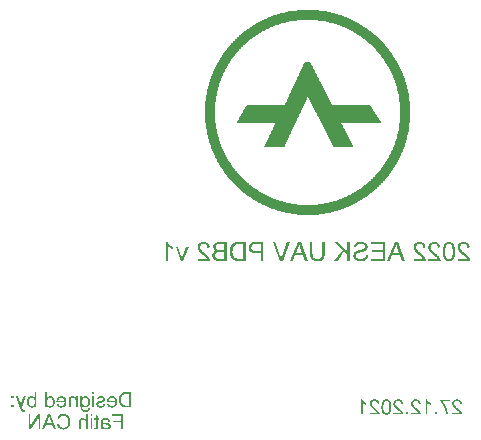
<source format=gbo>
G04*
G04 #@! TF.GenerationSoftware,Altium Limited,Altium Designer,20.2.5 (213)*
G04*
G04 Layer_Color=32896*
%FSLAX25Y25*%
%MOIN*%
G70*
G04*
G04 #@! TF.SameCoordinates,E7A29C4C-667B-4874-933E-F4189BEA85A9*
G04*
G04*
G04 #@! TF.FilePolarity,Positive*
G04*
G01*
G75*
G36*
X113554Y150435D02*
X114620D01*
Y150301D01*
X115553D01*
Y150168D01*
X116352D01*
Y150035D01*
X117018D01*
Y149902D01*
X117551D01*
Y149768D01*
X118084D01*
Y149635D01*
X118617D01*
Y149502D01*
X119150D01*
Y149369D01*
X119550D01*
Y149235D01*
X120083D01*
Y149102D01*
X120482D01*
Y148969D01*
X120882D01*
Y148836D01*
X121282D01*
Y148703D01*
X121681D01*
Y148569D01*
X121948D01*
Y148436D01*
X122348D01*
Y148303D01*
X122614D01*
Y148170D01*
X123014D01*
Y148036D01*
X123280D01*
Y147903D01*
X123547D01*
Y147770D01*
X123947D01*
Y147637D01*
X124213D01*
Y147503D01*
X124479D01*
Y147370D01*
X124746D01*
Y147237D01*
X125012D01*
Y147104D01*
X125279D01*
Y146970D01*
X125545D01*
Y146837D01*
X125812D01*
Y146704D01*
X126078D01*
Y146571D01*
X126345D01*
Y146438D01*
X126611D01*
Y146304D01*
X126744D01*
Y146171D01*
X127011D01*
Y146038D01*
X127278D01*
Y145905D01*
X127411D01*
Y145771D01*
X127677D01*
Y145638D01*
X127944D01*
Y145505D01*
X128077D01*
Y145372D01*
X128343D01*
Y145238D01*
X128477D01*
Y145105D01*
X128743D01*
Y144972D01*
X128876D01*
Y144839D01*
X129143D01*
Y144705D01*
X129276D01*
Y144572D01*
X129543D01*
Y144439D01*
X129676D01*
Y144306D01*
X129942D01*
Y144172D01*
X130075D01*
Y144039D01*
X130209D01*
Y143906D01*
X130475D01*
Y143773D01*
X130608D01*
Y143640D01*
X130742D01*
Y143506D01*
X131008D01*
Y143373D01*
X131141D01*
Y143240D01*
X131275D01*
Y143106D01*
X131408D01*
Y142973D01*
X131674D01*
Y142840D01*
X131807D01*
Y142707D01*
X131941D01*
Y142574D01*
X132074D01*
Y142440D01*
X132207D01*
Y142307D01*
X132341D01*
Y142174D01*
X132607D01*
Y142041D01*
X132740D01*
Y141907D01*
X132873D01*
Y141774D01*
X133007D01*
Y141641D01*
X133140D01*
Y141508D01*
X133273D01*
Y141375D01*
X133406D01*
Y141241D01*
X133540D01*
Y141108D01*
X133673D01*
Y140975D01*
X133806D01*
Y140841D01*
X133939D01*
Y140708D01*
X134073D01*
Y140575D01*
X134206D01*
Y140442D01*
X134339D01*
Y140309D01*
X134472D01*
Y140175D01*
X134606D01*
Y140042D01*
X134739D01*
Y139909D01*
X134872D01*
Y139776D01*
X135005D01*
Y139642D01*
X135138D01*
Y139509D01*
X135272D01*
Y139376D01*
X135405D01*
Y139243D01*
X135538D01*
Y139109D01*
Y138976D01*
X135671D01*
Y138843D01*
X135805D01*
Y138710D01*
X135938D01*
Y138576D01*
X136071D01*
Y138443D01*
X136204D01*
Y138310D01*
X136338D01*
Y138177D01*
Y138044D01*
X136471D01*
Y137910D01*
X136604D01*
Y137777D01*
X136737D01*
Y137644D01*
X136871D01*
Y137511D01*
Y137377D01*
X137004D01*
Y137244D01*
X137137D01*
Y137111D01*
X137270D01*
Y136978D01*
Y136844D01*
X137404D01*
Y136711D01*
X137537D01*
Y136578D01*
X137670D01*
Y136445D01*
Y136311D01*
X137803D01*
Y136178D01*
X137936D01*
Y136045D01*
Y135912D01*
X138070D01*
Y135778D01*
X138203D01*
Y135645D01*
Y135512D01*
X138336D01*
Y135379D01*
X138469D01*
Y135246D01*
Y135112D01*
X138603D01*
Y134979D01*
X138736D01*
Y134846D01*
Y134713D01*
X138869D01*
Y134579D01*
X139002D01*
Y134446D01*
Y134313D01*
X139136D01*
Y134180D01*
Y134046D01*
X139269D01*
Y133913D01*
X139402D01*
Y133780D01*
Y133647D01*
X139535D01*
Y133513D01*
Y133380D01*
X139669D01*
Y133247D01*
X139802D01*
Y133114D01*
Y132981D01*
X139935D01*
Y132847D01*
Y132714D01*
X140068D01*
Y132581D01*
Y132448D01*
X140201D01*
Y132314D01*
Y132181D01*
X140335D01*
Y132048D01*
Y131915D01*
X140468D01*
Y131781D01*
Y131648D01*
X140601D01*
Y131515D01*
Y131382D01*
X140734D01*
Y131248D01*
Y131115D01*
X140868D01*
Y130982D01*
Y130849D01*
X141001D01*
Y130716D01*
Y130582D01*
X141134D01*
Y130449D01*
Y130316D01*
Y130183D01*
X141267D01*
Y130049D01*
Y129916D01*
X141401D01*
Y129783D01*
Y129650D01*
X141534D01*
Y129516D01*
Y129383D01*
Y129250D01*
X141667D01*
Y129117D01*
Y128983D01*
X141800D01*
Y128850D01*
Y128717D01*
Y128584D01*
X141934D01*
Y128451D01*
Y128317D01*
X142067D01*
Y128184D01*
Y128051D01*
Y127918D01*
X142200D01*
Y127784D01*
Y127651D01*
Y127518D01*
X142333D01*
Y127385D01*
Y127251D01*
Y127118D01*
X142466D01*
Y126985D01*
Y126852D01*
Y126718D01*
X142600D01*
Y126585D01*
Y126452D01*
Y126319D01*
Y126186D01*
X142733D01*
Y126052D01*
Y125919D01*
Y125786D01*
X142866D01*
Y125653D01*
Y125519D01*
Y125386D01*
Y125253D01*
X142999D01*
Y125120D01*
Y124986D01*
Y124853D01*
Y124720D01*
X143133D01*
Y124587D01*
Y124453D01*
Y124320D01*
Y124187D01*
X143266D01*
Y124054D01*
Y123921D01*
Y123787D01*
Y123654D01*
X143399D01*
Y123521D01*
Y123388D01*
Y123254D01*
Y123121D01*
Y122988D01*
X143532D01*
Y122855D01*
Y122721D01*
Y122588D01*
Y122455D01*
Y122322D01*
Y122188D01*
X143666D01*
Y122055D01*
Y121922D01*
Y121789D01*
Y121655D01*
Y121522D01*
Y121389D01*
Y121256D01*
X143799D01*
Y121123D01*
Y120989D01*
Y120856D01*
Y120723D01*
Y120589D01*
Y120456D01*
Y120323D01*
Y120190D01*
X143932D01*
Y120057D01*
Y119923D01*
Y119790D01*
Y119657D01*
Y119524D01*
Y119390D01*
Y119257D01*
Y119124D01*
Y118991D01*
Y118858D01*
Y118724D01*
Y118591D01*
X144065D01*
Y118458D01*
Y118324D01*
Y118191D01*
Y118058D01*
Y117925D01*
Y117792D01*
Y117658D01*
Y117525D01*
Y117392D01*
Y117259D01*
Y117125D01*
Y116992D01*
Y116859D01*
Y116726D01*
Y116592D01*
Y116459D01*
Y116326D01*
Y116193D01*
Y116060D01*
Y115926D01*
Y115793D01*
Y115660D01*
Y115526D01*
Y115393D01*
Y115260D01*
Y115127D01*
Y114994D01*
Y114860D01*
Y114727D01*
Y114594D01*
Y114461D01*
X143932D01*
Y114327D01*
Y114194D01*
Y114061D01*
Y113928D01*
Y113795D01*
Y113661D01*
Y113528D01*
Y113395D01*
Y113261D01*
Y113128D01*
Y112995D01*
Y112862D01*
X143799D01*
Y112729D01*
Y112595D01*
Y112462D01*
Y112329D01*
Y112196D01*
Y112062D01*
Y111929D01*
Y111796D01*
X143666D01*
Y111663D01*
Y111529D01*
Y111396D01*
Y111263D01*
Y111130D01*
Y110996D01*
Y110863D01*
X143532D01*
Y110730D01*
Y110597D01*
Y110464D01*
Y110330D01*
Y110197D01*
Y110064D01*
X143399D01*
Y109931D01*
Y109797D01*
Y109664D01*
Y109531D01*
Y109398D01*
X143266D01*
Y109264D01*
Y109131D01*
Y108998D01*
Y108865D01*
X143133D01*
Y108731D01*
Y108598D01*
Y108465D01*
Y108332D01*
X142999D01*
Y108198D01*
Y108065D01*
Y107932D01*
Y107799D01*
X142866D01*
Y107666D01*
Y107532D01*
Y107399D01*
Y107266D01*
X142733D01*
Y107133D01*
Y106999D01*
Y106866D01*
X142600D01*
Y106733D01*
Y106600D01*
Y106466D01*
Y106333D01*
X142466D01*
Y106200D01*
Y106067D01*
Y105933D01*
X142333D01*
Y105800D01*
Y105667D01*
Y105534D01*
X142200D01*
Y105401D01*
Y105267D01*
Y105134D01*
X142067D01*
Y105001D01*
Y104868D01*
Y104734D01*
X141934D01*
Y104601D01*
Y104468D01*
X141800D01*
Y104335D01*
Y104201D01*
Y104068D01*
X141667D01*
Y103935D01*
Y103802D01*
X141534D01*
Y103668D01*
Y103535D01*
Y103402D01*
X141401D01*
Y103269D01*
Y103136D01*
X141267D01*
Y103002D01*
Y102869D01*
X141134D01*
Y102736D01*
Y102603D01*
Y102469D01*
X141001D01*
Y102336D01*
Y102203D01*
X140868D01*
Y102070D01*
Y101936D01*
X140734D01*
Y101803D01*
Y101670D01*
X140601D01*
Y101537D01*
Y101403D01*
X140468D01*
Y101270D01*
Y101137D01*
X140335D01*
Y101004D01*
Y100871D01*
X140201D01*
Y100737D01*
Y100604D01*
X140068D01*
Y100471D01*
Y100338D01*
X139935D01*
Y100204D01*
Y100071D01*
X139802D01*
Y99938D01*
Y99805D01*
X139669D01*
Y99671D01*
X139535D01*
Y99538D01*
Y99405D01*
X139402D01*
Y99272D01*
Y99138D01*
X139269D01*
Y99005D01*
X139136D01*
Y98872D01*
Y98739D01*
X139002D01*
Y98606D01*
Y98472D01*
X138869D01*
Y98339D01*
X138736D01*
Y98206D01*
Y98072D01*
X138603D01*
Y97939D01*
X138469D01*
Y97806D01*
Y97673D01*
X138336D01*
Y97540D01*
X138203D01*
Y97406D01*
Y97273D01*
X138070D01*
Y97140D01*
X137936D01*
Y97007D01*
Y96873D01*
X137803D01*
Y96740D01*
X137670D01*
Y96607D01*
Y96474D01*
X137537D01*
Y96340D01*
X137404D01*
Y96207D01*
X137270D01*
Y96074D01*
Y95941D01*
X137137D01*
Y95807D01*
X137004D01*
Y95674D01*
X136871D01*
Y95541D01*
Y95408D01*
X136737D01*
Y95275D01*
X136604D01*
Y95141D01*
X136471D01*
Y95008D01*
X136338D01*
Y94875D01*
Y94742D01*
X136204D01*
Y94608D01*
X136071D01*
Y94475D01*
X135938D01*
Y94342D01*
X135805D01*
Y94209D01*
X135671D01*
Y94075D01*
X135538D01*
Y93942D01*
Y93809D01*
X135405D01*
Y93676D01*
X135272D01*
Y93542D01*
X135138D01*
Y93409D01*
X135005D01*
Y93276D01*
X134872D01*
Y93143D01*
X134739D01*
Y93010D01*
X134606D01*
Y92876D01*
X134472D01*
Y92743D01*
X134339D01*
Y92610D01*
X134206D01*
Y92477D01*
X134073D01*
Y92343D01*
X133939D01*
Y92210D01*
X133806D01*
Y92077D01*
X133673D01*
Y91944D01*
X133540D01*
Y91810D01*
X133406D01*
Y91677D01*
X133273D01*
Y91544D01*
X133140D01*
Y91411D01*
X133007D01*
Y91277D01*
X132873D01*
Y91144D01*
X132740D01*
Y91011D01*
X132607D01*
Y90878D01*
X132341D01*
Y90745D01*
X132207D01*
Y90611D01*
X132074D01*
Y90478D01*
X131941D01*
Y90345D01*
X131807D01*
Y90211D01*
X131674D01*
Y90078D01*
X131408D01*
Y89945D01*
X131275D01*
Y89812D01*
X131141D01*
Y89679D01*
X131008D01*
Y89545D01*
X130742D01*
Y89412D01*
X130608D01*
Y89279D01*
X130475D01*
Y89146D01*
X130209D01*
Y89012D01*
X130075D01*
Y88879D01*
X129942D01*
Y88746D01*
X129676D01*
Y88613D01*
X129543D01*
Y88480D01*
X129276D01*
Y88346D01*
X129143D01*
Y88213D01*
X128876D01*
Y88080D01*
X128743D01*
Y87946D01*
X128477D01*
Y87813D01*
X128343D01*
Y87680D01*
X128077D01*
Y87547D01*
X127944D01*
Y87414D01*
X127677D01*
Y87280D01*
X127411D01*
Y87147D01*
X127278D01*
Y87014D01*
X127011D01*
Y86881D01*
X126744D01*
Y86747D01*
X126611D01*
Y86614D01*
X126345D01*
Y86481D01*
X126078D01*
Y86348D01*
X125812D01*
Y86214D01*
X125545D01*
Y86081D01*
X125279D01*
Y85948D01*
X125012D01*
Y85815D01*
X124746D01*
Y85681D01*
X124479D01*
Y85548D01*
X124213D01*
Y85415D01*
X123947D01*
Y85282D01*
X123547D01*
Y85149D01*
X123280D01*
Y85015D01*
X123014D01*
Y84882D01*
X122614D01*
Y84749D01*
X122348D01*
Y84616D01*
X121948D01*
Y84482D01*
X121681D01*
Y84349D01*
X121282D01*
Y84216D01*
X120882D01*
Y84083D01*
X120482D01*
Y83949D01*
X120083D01*
Y83816D01*
X119550D01*
Y83683D01*
X119150D01*
Y83550D01*
X118617D01*
Y83416D01*
X118084D01*
Y83283D01*
X117551D01*
Y83150D01*
X117018D01*
Y83017D01*
X116352D01*
Y82884D01*
X115553D01*
Y82750D01*
X114620D01*
Y82617D01*
X113554D01*
Y82484D01*
X111955D01*
Y82351D01*
X107825D01*
Y82484D01*
X106226D01*
Y82617D01*
X105160D01*
Y82750D01*
X104227D01*
Y82884D01*
X103428D01*
Y83017D01*
X102762D01*
Y83150D01*
X102229D01*
Y83283D01*
X101696D01*
Y83416D01*
X101163D01*
Y83550D01*
X100630D01*
Y83683D01*
X100230D01*
Y83816D01*
X99698D01*
Y83949D01*
X99298D01*
Y84083D01*
X98898D01*
Y84216D01*
X98498D01*
Y84349D01*
X98099D01*
Y84482D01*
X97832D01*
Y84616D01*
X97432D01*
Y84749D01*
X97166D01*
Y84882D01*
X96766D01*
Y85015D01*
X96500D01*
Y85149D01*
X96233D01*
Y85282D01*
X95834D01*
Y85415D01*
X95567D01*
Y85548D01*
X95301D01*
Y85681D01*
X95034D01*
Y85815D01*
X94768D01*
Y85948D01*
X94501D01*
Y86081D01*
X94235D01*
Y86214D01*
X93968D01*
Y86348D01*
X93702D01*
Y86481D01*
X93435D01*
Y86614D01*
X93169D01*
Y86747D01*
X93036D01*
Y86881D01*
X92769D01*
Y87014D01*
X92503D01*
Y87147D01*
X92369D01*
Y87280D01*
X92103D01*
Y87414D01*
X91837D01*
Y87547D01*
X91703D01*
Y87680D01*
X91437D01*
Y87813D01*
X91303D01*
Y87946D01*
X91037D01*
Y88080D01*
X90904D01*
Y88213D01*
X90637D01*
Y88346D01*
X90504D01*
Y88480D01*
X90238D01*
Y88613D01*
X90104D01*
Y88746D01*
X89838D01*
Y88879D01*
X89705D01*
Y89012D01*
X89571D01*
Y89146D01*
X89305D01*
Y89279D01*
X89172D01*
Y89412D01*
X89038D01*
Y89545D01*
X88772D01*
Y89679D01*
X88639D01*
Y89812D01*
X88506D01*
Y89945D01*
X88372D01*
Y90078D01*
X88106D01*
Y90211D01*
X87973D01*
Y90345D01*
X87839D01*
Y90478D01*
X87706D01*
Y90611D01*
X87573D01*
Y90745D01*
X87440D01*
Y90878D01*
X87173D01*
Y91011D01*
X87040D01*
Y91144D01*
X86907D01*
Y91277D01*
X86774D01*
Y91411D01*
X86640D01*
Y91544D01*
X86507D01*
Y91677D01*
X86374D01*
Y91810D01*
X86241D01*
Y91944D01*
X86107D01*
Y92077D01*
X85974D01*
Y92210D01*
X85841D01*
Y92343D01*
X85708D01*
Y92477D01*
X85574D01*
Y92610D01*
X85441D01*
Y92743D01*
X85308D01*
Y92876D01*
X85175D01*
Y93010D01*
X85041D01*
Y93143D01*
X84908D01*
Y93276D01*
X84775D01*
Y93409D01*
X84642D01*
Y93542D01*
X84509D01*
Y93676D01*
X84375D01*
Y93809D01*
X84242D01*
Y93942D01*
Y94075D01*
X84109D01*
Y94209D01*
X83975D01*
Y94342D01*
X83842D01*
Y94475D01*
X83709D01*
Y94608D01*
X83576D01*
Y94742D01*
X83443D01*
Y94875D01*
Y95008D01*
X83309D01*
Y95141D01*
X83176D01*
Y95275D01*
X83043D01*
Y95408D01*
X82910D01*
Y95541D01*
Y95674D01*
X82776D01*
Y95807D01*
X82643D01*
Y95941D01*
X82510D01*
Y96074D01*
Y96207D01*
X82377D01*
Y96340D01*
X82244D01*
Y96474D01*
X82110D01*
Y96607D01*
Y96740D01*
X81977D01*
Y96873D01*
X81844D01*
Y97007D01*
Y97140D01*
X81710D01*
Y97273D01*
X81577D01*
Y97406D01*
Y97540D01*
X81444D01*
Y97673D01*
X81311D01*
Y97806D01*
Y97939D01*
X81178D01*
Y98072D01*
X81044D01*
Y98206D01*
Y98339D01*
X80911D01*
Y98472D01*
X80778D01*
Y98606D01*
Y98739D01*
X80645D01*
Y98872D01*
Y99005D01*
X80511D01*
Y99138D01*
X80378D01*
Y99272D01*
Y99405D01*
X80245D01*
Y99538D01*
Y99671D01*
X80112D01*
Y99805D01*
X79978D01*
Y99938D01*
Y100071D01*
X79845D01*
Y100204D01*
Y100338D01*
X79712D01*
Y100471D01*
Y100604D01*
X79579D01*
Y100737D01*
Y100871D01*
X79445D01*
Y101004D01*
Y101137D01*
X79312D01*
Y101270D01*
Y101403D01*
X79179D01*
Y101537D01*
Y101670D01*
X79046D01*
Y101803D01*
Y101936D01*
X78913D01*
Y102070D01*
Y102203D01*
X78779D01*
Y102336D01*
Y102469D01*
X78646D01*
Y102603D01*
Y102736D01*
Y102869D01*
X78513D01*
Y103002D01*
Y103136D01*
X78380D01*
Y103269D01*
Y103402D01*
X78246D01*
Y103535D01*
Y103668D01*
Y103802D01*
X78113D01*
Y103935D01*
Y104068D01*
X77980D01*
Y104201D01*
Y104335D01*
Y104468D01*
X77847D01*
Y104601D01*
Y104734D01*
X77713D01*
Y104868D01*
Y105001D01*
Y105134D01*
X77580D01*
Y105267D01*
Y105401D01*
Y105534D01*
X77447D01*
Y105667D01*
Y105800D01*
Y105933D01*
X77314D01*
Y106067D01*
Y106200D01*
Y106333D01*
X77180D01*
Y106466D01*
Y106600D01*
Y106733D01*
Y106866D01*
X77047D01*
Y106999D01*
Y107133D01*
Y107266D01*
X76914D01*
Y107399D01*
Y107532D01*
Y107666D01*
Y107799D01*
X76781D01*
Y107932D01*
Y108065D01*
Y108198D01*
Y108332D01*
X76648D01*
Y108465D01*
Y108598D01*
Y108731D01*
Y108865D01*
X76514D01*
Y108998D01*
Y109131D01*
Y109264D01*
Y109398D01*
X76381D01*
Y109531D01*
Y109664D01*
Y109797D01*
Y109931D01*
Y110064D01*
X76248D01*
Y110197D01*
Y110330D01*
Y110464D01*
Y110597D01*
Y110730D01*
Y110863D01*
X76115D01*
Y110996D01*
Y111130D01*
Y111263D01*
Y111396D01*
Y111529D01*
Y111663D01*
Y111796D01*
X75981D01*
Y111929D01*
Y112062D01*
Y112196D01*
Y112329D01*
Y112462D01*
Y112595D01*
Y112729D01*
Y112862D01*
X75848D01*
Y112995D01*
Y113128D01*
Y113261D01*
Y113395D01*
Y113528D01*
Y113661D01*
Y113795D01*
Y113928D01*
Y114061D01*
Y114194D01*
Y114327D01*
Y114461D01*
X75715D01*
Y114594D01*
Y114727D01*
Y114860D01*
Y114994D01*
Y115127D01*
Y115260D01*
Y115393D01*
Y115526D01*
Y115660D01*
Y115793D01*
Y115926D01*
Y116060D01*
Y116193D01*
Y116326D01*
Y116459D01*
Y116592D01*
Y116726D01*
Y116859D01*
Y116992D01*
Y117125D01*
Y117259D01*
Y117392D01*
Y117525D01*
Y117658D01*
Y117792D01*
Y117925D01*
Y118058D01*
Y118191D01*
Y118324D01*
Y118458D01*
Y118591D01*
X75848D01*
Y118724D01*
Y118858D01*
Y118991D01*
Y119124D01*
Y119257D01*
Y119390D01*
Y119524D01*
Y119657D01*
Y119790D01*
Y119923D01*
Y120057D01*
Y120190D01*
X75981D01*
Y120323D01*
Y120456D01*
Y120589D01*
Y120723D01*
Y120856D01*
Y120989D01*
Y121123D01*
Y121256D01*
X76115D01*
Y121389D01*
Y121522D01*
Y121655D01*
Y121789D01*
Y121922D01*
Y122055D01*
Y122188D01*
X76248D01*
Y122322D01*
Y122455D01*
Y122588D01*
Y122721D01*
Y122855D01*
Y122988D01*
X76381D01*
Y123121D01*
Y123254D01*
Y123388D01*
Y123521D01*
Y123654D01*
X76514D01*
Y123787D01*
Y123921D01*
Y124054D01*
Y124187D01*
X76648D01*
Y124320D01*
Y124453D01*
Y124587D01*
Y124720D01*
X76781D01*
Y124853D01*
Y124986D01*
Y125120D01*
Y125253D01*
X76914D01*
Y125386D01*
Y125519D01*
Y125653D01*
Y125786D01*
X77047D01*
Y125919D01*
Y126052D01*
Y126186D01*
X77180D01*
Y126319D01*
Y126452D01*
Y126585D01*
Y126718D01*
X77314D01*
Y126852D01*
Y126985D01*
Y127118D01*
X77447D01*
Y127251D01*
Y127385D01*
Y127518D01*
X77580D01*
Y127651D01*
Y127784D01*
Y127918D01*
X77713D01*
Y128051D01*
Y128184D01*
Y128317D01*
X77847D01*
Y128451D01*
Y128584D01*
X77980D01*
Y128717D01*
Y128850D01*
Y128983D01*
X78113D01*
Y129117D01*
Y129250D01*
X78246D01*
Y129383D01*
Y129516D01*
Y129650D01*
X78380D01*
Y129783D01*
Y129916D01*
X78513D01*
Y130049D01*
Y130183D01*
X78646D01*
Y130316D01*
Y130449D01*
Y130582D01*
X78779D01*
Y130716D01*
Y130849D01*
X78913D01*
Y130982D01*
Y131115D01*
X79046D01*
Y131248D01*
Y131382D01*
X79179D01*
Y131515D01*
Y131648D01*
X79312D01*
Y131781D01*
Y131915D01*
X79445D01*
Y132048D01*
Y132181D01*
X79579D01*
Y132314D01*
Y132448D01*
X79712D01*
Y132581D01*
Y132714D01*
X79845D01*
Y132847D01*
Y132981D01*
X79978D01*
Y133114D01*
Y133247D01*
X80112D01*
Y133380D01*
X80245D01*
Y133513D01*
Y133647D01*
X80378D01*
Y133780D01*
Y133913D01*
X80511D01*
Y134046D01*
X80645D01*
Y134180D01*
Y134313D01*
X80778D01*
Y134446D01*
Y134579D01*
X80911D01*
Y134713D01*
X81044D01*
Y134846D01*
Y134979D01*
X81178D01*
Y135112D01*
X81311D01*
Y135246D01*
Y135379D01*
X81444D01*
Y135512D01*
X81577D01*
Y135645D01*
Y135778D01*
X81710D01*
Y135912D01*
X81844D01*
Y136045D01*
Y136178D01*
X81977D01*
Y136311D01*
X82110D01*
Y136445D01*
Y136578D01*
X82244D01*
Y136711D01*
X82377D01*
Y136844D01*
X82510D01*
Y136978D01*
Y137111D01*
X82643D01*
Y137244D01*
X82776D01*
Y137377D01*
X82910D01*
Y137511D01*
Y137644D01*
X83043D01*
Y137777D01*
X83176D01*
Y137910D01*
X83309D01*
Y138044D01*
X83443D01*
Y138177D01*
Y138310D01*
X83576D01*
Y138443D01*
X83709D01*
Y138576D01*
X83842D01*
Y138710D01*
X83975D01*
Y138843D01*
X84109D01*
Y138976D01*
X84242D01*
Y139109D01*
Y139243D01*
X84375D01*
Y139376D01*
X84509D01*
Y139509D01*
X84642D01*
Y139642D01*
X84775D01*
Y139776D01*
X84908D01*
Y139909D01*
X85041D01*
Y140042D01*
X85175D01*
Y140175D01*
X85308D01*
Y140309D01*
X85441D01*
Y140442D01*
X85574D01*
Y140575D01*
X85708D01*
Y140708D01*
X85841D01*
Y140841D01*
X85974D01*
Y140975D01*
X86107D01*
Y141108D01*
X86241D01*
Y141241D01*
X86374D01*
Y141375D01*
X86507D01*
Y141508D01*
X86640D01*
Y141641D01*
X86774D01*
Y141774D01*
X86907D01*
Y141907D01*
X87040D01*
Y142041D01*
X87173D01*
Y142174D01*
X87440D01*
Y142307D01*
X87573D01*
Y142440D01*
X87706D01*
Y142574D01*
X87839D01*
Y142707D01*
X87973D01*
Y142840D01*
X88106D01*
Y142973D01*
X88372D01*
Y143106D01*
X88506D01*
Y143240D01*
X88639D01*
Y143373D01*
X88772D01*
Y143506D01*
X89038D01*
Y143640D01*
X89172D01*
Y143773D01*
X89305D01*
Y143906D01*
X89571D01*
Y144039D01*
X89705D01*
Y144172D01*
X89838D01*
Y144306D01*
X90104D01*
Y144439D01*
X90238D01*
Y144572D01*
X90504D01*
Y144705D01*
X90637D01*
Y144839D01*
X90904D01*
Y144972D01*
X91037D01*
Y145105D01*
X91303D01*
Y145238D01*
X91437D01*
Y145372D01*
X91703D01*
Y145505D01*
X91837D01*
Y145638D01*
X92103D01*
Y145771D01*
X92369D01*
Y145905D01*
X92503D01*
Y146038D01*
X92769D01*
Y146171D01*
X93036D01*
Y146304D01*
X93169D01*
Y146438D01*
X93435D01*
Y146571D01*
X93702D01*
Y146704D01*
X93968D01*
Y146837D01*
X94235D01*
Y146970D01*
X94501D01*
Y147104D01*
X94768D01*
Y147237D01*
X95034D01*
Y147370D01*
X95301D01*
Y147503D01*
X95567D01*
Y147637D01*
X95834D01*
Y147770D01*
X96233D01*
Y147903D01*
X96500D01*
Y148036D01*
X96766D01*
Y148170D01*
X97166D01*
Y148303D01*
X97432D01*
Y148436D01*
X97832D01*
Y148569D01*
X98099D01*
Y148703D01*
X98498D01*
Y148836D01*
X98898D01*
Y148969D01*
X99298D01*
Y149102D01*
X99698D01*
Y149235D01*
X100230D01*
Y149369D01*
X100630D01*
Y149502D01*
X101163D01*
Y149635D01*
X101696D01*
Y149768D01*
X102229D01*
Y149902D01*
X102762D01*
Y150035D01*
X103428D01*
Y150168D01*
X104227D01*
Y150301D01*
X105160D01*
Y150435D01*
X106226D01*
Y150568D01*
X113554D01*
Y150435D01*
D02*
G37*
G36*
X38146Y15252D02*
X37527D01*
Y15959D01*
X38146D01*
Y15252D01*
D02*
G37*
G36*
X36579Y10914D02*
X35959D01*
Y12912D01*
X35952Y13065D01*
X35945Y13196D01*
X35930Y13313D01*
X35908Y13407D01*
X35886Y13480D01*
X35872Y13539D01*
X35864Y13568D01*
X35857Y13582D01*
X35814Y13670D01*
X35763Y13750D01*
X35704Y13816D01*
X35646Y13874D01*
X35595Y13918D01*
X35551Y13947D01*
X35522Y13969D01*
X35515Y13976D01*
X35420Y14027D01*
X35332Y14063D01*
X35245Y14085D01*
X35172Y14107D01*
X35099Y14115D01*
X35048Y14122D01*
X35004D01*
X34873Y14115D01*
X34756Y14085D01*
X34662Y14056D01*
X34582Y14013D01*
X34516Y13976D01*
X34472Y13940D01*
X34443Y13910D01*
X34436Y13903D01*
X34370Y13816D01*
X34319Y13706D01*
X34283Y13597D01*
X34253Y13488D01*
X34239Y13386D01*
X34231Y13305D01*
Y13276D01*
Y13254D01*
Y13240D01*
Y13232D01*
Y10914D01*
X33612D01*
Y13225D01*
X33619Y13415D01*
X33634Y13582D01*
X33656Y13721D01*
X33678Y13837D01*
X33699Y13932D01*
X33721Y13998D01*
X33736Y14034D01*
X33743Y14049D01*
X33801Y14151D01*
X33867Y14239D01*
X33940Y14311D01*
X34006Y14377D01*
X34071Y14428D01*
X34122Y14465D01*
X34159Y14486D01*
X34173Y14494D01*
X34290Y14545D01*
X34407Y14588D01*
X34523Y14618D01*
X34633Y14632D01*
X34727Y14647D01*
X34808Y14654D01*
X34873D01*
X34990Y14647D01*
X35106Y14632D01*
X35216Y14610D01*
X35318Y14574D01*
X35507Y14494D01*
X35587Y14450D01*
X35660Y14406D01*
X35726Y14355D01*
X35792Y14311D01*
X35843Y14268D01*
X35879Y14231D01*
X35915Y14195D01*
X35937Y14173D01*
X35952Y14158D01*
X35959Y14151D01*
Y15959D01*
X36579D01*
Y10914D01*
D02*
G37*
G36*
X42659Y14647D02*
X42812Y14632D01*
X42958Y14610D01*
X43074Y14588D01*
X43176Y14567D01*
X43249Y14545D01*
X43278Y14537D01*
X43300Y14530D01*
X43308Y14523D01*
X43315D01*
X43439Y14472D01*
X43548Y14406D01*
X43643Y14348D01*
X43723Y14289D01*
X43782Y14231D01*
X43825Y14187D01*
X43854Y14158D01*
X43862Y14151D01*
X43927Y14056D01*
X43986Y13954D01*
X44029Y13852D01*
X44066Y13757D01*
X44095Y13663D01*
X44117Y13597D01*
X44124Y13568D01*
Y13546D01*
X44131Y13539D01*
Y13531D01*
X43526Y13451D01*
X43483Y13582D01*
X43439Y13699D01*
X43388Y13794D01*
X43344Y13867D01*
X43300Y13925D01*
X43264Y13961D01*
X43235Y13983D01*
X43227Y13991D01*
X43140Y14042D01*
X43038Y14078D01*
X42928Y14107D01*
X42827Y14122D01*
X42724Y14136D01*
X42652Y14144D01*
X42579D01*
X42411Y14136D01*
X42265Y14115D01*
X42149Y14078D01*
X42046Y14042D01*
X41974Y13998D01*
X41915Y13969D01*
X41879Y13940D01*
X41872Y13932D01*
X41813Y13867D01*
X41769Y13787D01*
X41733Y13699D01*
X41711Y13611D01*
X41697Y13531D01*
X41689Y13458D01*
Y13415D01*
Y13407D01*
Y13400D01*
Y13386D01*
Y13356D01*
Y13305D01*
X41697Y13262D01*
Y13247D01*
Y13240D01*
X41769Y13218D01*
X41850Y13196D01*
X42017Y13152D01*
X42207Y13116D01*
X42382Y13079D01*
X42469Y13065D01*
X42549Y13058D01*
X42622Y13043D01*
X42681Y13036D01*
X42732Y13028D01*
X42768D01*
X42797Y13021D01*
X42805D01*
X42936Y13006D01*
X43045Y12985D01*
X43140Y12970D01*
X43213Y12955D01*
X43271Y12948D01*
X43315Y12934D01*
X43344Y12926D01*
X43351D01*
X43446Y12897D01*
X43526Y12868D01*
X43606Y12832D01*
X43672Y12802D01*
X43730Y12773D01*
X43767Y12744D01*
X43796Y12730D01*
X43803Y12722D01*
X43876Y12671D01*
X43935Y12613D01*
X43993Y12554D01*
X44037Y12496D01*
X44073Y12445D01*
X44102Y12401D01*
X44117Y12372D01*
X44124Y12365D01*
X44161Y12285D01*
X44190Y12197D01*
X44212Y12117D01*
X44226Y12037D01*
X44233Y11971D01*
X44241Y11920D01*
Y11891D01*
Y11876D01*
X44233Y11789D01*
X44226Y11716D01*
X44190Y11563D01*
X44139Y11439D01*
X44080Y11330D01*
X44022Y11242D01*
X43971Y11177D01*
X43935Y11140D01*
X43920Y11126D01*
X43789Y11031D01*
X43643Y10958D01*
X43483Y10907D01*
X43337Y10870D01*
X43205Y10849D01*
X43147Y10841D01*
X43096D01*
X43052Y10834D01*
X42994D01*
X42863Y10841D01*
X42732Y10856D01*
X42615Y10870D01*
X42513Y10892D01*
X42433Y10914D01*
X42367Y10936D01*
X42323Y10943D01*
X42309Y10951D01*
X42185Y11002D01*
X42068Y11067D01*
X41959Y11140D01*
X41850Y11206D01*
X41762Y11271D01*
X41697Y11322D01*
X41653Y11359D01*
X41646Y11373D01*
X41638D01*
X41624Y11279D01*
X41609Y11191D01*
X41594Y11111D01*
X41573Y11045D01*
X41551Y10987D01*
X41536Y10951D01*
X41529Y10921D01*
X41522Y10914D01*
X40873D01*
X40909Y10994D01*
X40946Y11075D01*
X40975Y11147D01*
X40989Y11213D01*
X41011Y11271D01*
X41019Y11315D01*
X41026Y11344D01*
Y11352D01*
X41033Y11403D01*
X41040Y11468D01*
Y11541D01*
X41048Y11621D01*
X41055Y11804D01*
Y11986D01*
X41062Y12161D01*
Y12241D01*
Y12307D01*
Y12365D01*
Y12409D01*
Y12438D01*
Y12445D01*
Y13276D01*
Y13415D01*
X41070Y13539D01*
X41077Y13633D01*
Y13714D01*
X41084Y13772D01*
X41091Y13816D01*
X41099Y13837D01*
Y13845D01*
X41121Y13940D01*
X41150Y14020D01*
X41179Y14085D01*
X41215Y14151D01*
X41245Y14195D01*
X41266Y14231D01*
X41281Y14253D01*
X41288Y14260D01*
X41347Y14319D01*
X41412Y14377D01*
X41485Y14421D01*
X41558Y14465D01*
X41624Y14494D01*
X41675Y14515D01*
X41711Y14530D01*
X41726Y14537D01*
X41842Y14574D01*
X41966Y14603D01*
X42090Y14625D01*
X42214Y14639D01*
X42323Y14647D01*
X42404Y14654D01*
X42484D01*
X42659Y14647D01*
D02*
G37*
G36*
X20832Y10914D02*
X20191D01*
Y14873D01*
X17552Y10914D01*
X16860D01*
Y15959D01*
X17501D01*
Y11993D01*
X20147Y15959D01*
X20832D01*
Y10914D01*
D02*
G37*
G36*
X40005Y15478D02*
Y14574D01*
X40464D01*
Y14093D01*
X40005D01*
Y11979D01*
Y11876D01*
Y11789D01*
X39998Y11709D01*
X39991Y11629D01*
Y11563D01*
X39983Y11505D01*
X39969Y11410D01*
X39954Y11337D01*
X39947Y11286D01*
X39932Y11257D01*
Y11250D01*
X39903Y11184D01*
X39859Y11133D01*
X39816Y11082D01*
X39779Y11045D01*
X39735Y11009D01*
X39706Y10987D01*
X39685Y10973D01*
X39677Y10965D01*
X39597Y10929D01*
X39517Y10907D01*
X39429Y10885D01*
X39342Y10878D01*
X39269Y10870D01*
X39211Y10863D01*
X39152D01*
X38992Y10870D01*
X38912Y10878D01*
X38839Y10892D01*
X38773Y10900D01*
X38722Y10907D01*
X38693Y10914D01*
X38678D01*
X38759Y11461D01*
X38817Y11454D01*
X38875Y11446D01*
X38926D01*
X38963Y11439D01*
X39036D01*
X39130Y11446D01*
X39196Y11461D01*
X39233Y11476D01*
X39247Y11483D01*
X39298Y11519D01*
X39327Y11556D01*
X39349Y11585D01*
X39356Y11599D01*
X39364Y11636D01*
X39371Y11687D01*
X39378Y11804D01*
X39386Y11855D01*
Y11898D01*
Y11928D01*
Y11942D01*
Y14093D01*
X38759D01*
Y14574D01*
X39386D01*
Y15850D01*
X40005Y15478D01*
D02*
G37*
G36*
X28677Y16032D02*
X28910Y15995D01*
X29114Y15952D01*
X29209Y15923D01*
X29296Y15893D01*
X29376Y15864D01*
X29449Y15835D01*
X29508Y15813D01*
X29566Y15791D01*
X29602Y15769D01*
X29632Y15755D01*
X29653Y15747D01*
X29661Y15740D01*
X29858Y15616D01*
X30025Y15471D01*
X30171Y15325D01*
X30295Y15179D01*
X30390Y15048D01*
X30426Y14989D01*
X30455Y14938D01*
X30485Y14902D01*
X30499Y14873D01*
X30506Y14851D01*
X30514Y14844D01*
X30616Y14618D01*
X30689Y14384D01*
X30740Y14151D01*
X30776Y13940D01*
X30791Y13845D01*
X30798Y13750D01*
X30805Y13677D01*
Y13604D01*
X30812Y13553D01*
Y13510D01*
Y13480D01*
Y13473D01*
X30798Y13211D01*
X30769Y12955D01*
X30732Y12730D01*
X30703Y12620D01*
X30681Y12525D01*
X30659Y12438D01*
X30630Y12358D01*
X30608Y12285D01*
X30594Y12226D01*
X30572Y12183D01*
X30565Y12146D01*
X30550Y12124D01*
Y12117D01*
X30441Y11898D01*
X30317Y11702D01*
X30186Y11534D01*
X30120Y11468D01*
X30062Y11403D01*
X30003Y11344D01*
X29945Y11293D01*
X29894Y11250D01*
X29850Y11220D01*
X29821Y11191D01*
X29792Y11169D01*
X29777Y11162D01*
X29770Y11155D01*
X29668Y11096D01*
X29566Y11045D01*
X29347Y10965D01*
X29129Y10907D01*
X28917Y10870D01*
X28815Y10856D01*
X28728Y10841D01*
X28647Y10834D01*
X28582D01*
X28523Y10827D01*
X28443D01*
X28297Y10834D01*
X28159Y10849D01*
X28028Y10863D01*
X27904Y10892D01*
X27787Y10929D01*
X27678Y10965D01*
X27576Y11002D01*
X27481Y11045D01*
X27401Y11082D01*
X27321Y11118D01*
X27262Y11155D01*
X27204Y11191D01*
X27167Y11220D01*
X27131Y11235D01*
X27117Y11250D01*
X27109Y11257D01*
X27007Y11344D01*
X26920Y11432D01*
X26840Y11534D01*
X26759Y11636D01*
X26628Y11840D01*
X26526Y12044D01*
X26482Y12139D01*
X26446Y12226D01*
X26417Y12307D01*
X26395Y12372D01*
X26373Y12431D01*
X26358Y12474D01*
X26351Y12504D01*
Y12511D01*
X27022Y12678D01*
X27051Y12562D01*
X27087Y12452D01*
X27124Y12350D01*
X27160Y12256D01*
X27204Y12168D01*
X27248Y12095D01*
X27299Y12022D01*
X27343Y11957D01*
X27379Y11898D01*
X27423Y11855D01*
X27459Y11811D01*
X27488Y11774D01*
X27518Y11753D01*
X27539Y11731D01*
X27547Y11723D01*
X27554Y11716D01*
X27627Y11658D01*
X27707Y11614D01*
X27867Y11534D01*
X28021Y11476D01*
X28174Y11439D01*
X28305Y11410D01*
X28356Y11403D01*
X28407D01*
X28451Y11395D01*
X28502D01*
X28669Y11403D01*
X28830Y11432D01*
X28975Y11468D01*
X29107Y11512D01*
X29209Y11556D01*
X29252Y11578D01*
X29289Y11592D01*
X29318Y11607D01*
X29340Y11621D01*
X29355Y11629D01*
X29362D01*
X29500Y11731D01*
X29617Y11840D01*
X29719Y11964D01*
X29799Y12081D01*
X29865Y12183D01*
X29909Y12270D01*
X29923Y12307D01*
X29938Y12329D01*
X29945Y12343D01*
Y12350D01*
X30003Y12540D01*
X30047Y12730D01*
X30084Y12919D01*
X30105Y13094D01*
X30113Y13174D01*
X30120Y13247D01*
Y13313D01*
X30127Y13364D01*
Y13407D01*
Y13444D01*
Y13466D01*
Y13473D01*
X30120Y13663D01*
X30105Y13837D01*
X30076Y13998D01*
X30047Y14144D01*
X30025Y14268D01*
X30011Y14319D01*
X29996Y14362D01*
X29989Y14399D01*
X29981Y14421D01*
X29974Y14435D01*
Y14443D01*
X29901Y14610D01*
X29821Y14763D01*
X29734Y14887D01*
X29639Y14997D01*
X29559Y15084D01*
X29493Y15142D01*
X29442Y15179D01*
X29435Y15193D01*
X29427D01*
X29274Y15288D01*
X29107Y15361D01*
X28946Y15412D01*
X28793Y15441D01*
X28655Y15463D01*
X28596Y15471D01*
X28545D01*
X28509Y15478D01*
X28451D01*
X28268Y15471D01*
X28101Y15441D01*
X27962Y15398D01*
X27838Y15354D01*
X27744Y15303D01*
X27670Y15266D01*
X27627Y15237D01*
X27612Y15223D01*
X27496Y15113D01*
X27386Y14989D01*
X27299Y14858D01*
X27226Y14727D01*
X27167Y14610D01*
X27146Y14552D01*
X27131Y14508D01*
X27117Y14472D01*
X27102Y14443D01*
X27095Y14428D01*
Y14421D01*
X26439Y14574D01*
X26482Y14705D01*
X26526Y14822D01*
X26584Y14931D01*
X26635Y15040D01*
X26694Y15135D01*
X26759Y15223D01*
X26818Y15310D01*
X26876Y15383D01*
X26934Y15441D01*
X26985Y15500D01*
X27036Y15551D01*
X27073Y15587D01*
X27109Y15624D01*
X27138Y15645D01*
X27153Y15653D01*
X27160Y15660D01*
X27262Y15726D01*
X27364Y15791D01*
X27466Y15842D01*
X27576Y15886D01*
X27795Y15952D01*
X27991Y15995D01*
X28086Y16017D01*
X28166Y16025D01*
X28247Y16032D01*
X28312Y16039D01*
X28363Y16046D01*
X28436D01*
X28677Y16032D01*
D02*
G37*
G36*
X48228Y10914D02*
X47558D01*
Y13203D01*
X45188D01*
Y13801D01*
X47558D01*
Y15361D01*
X44817D01*
Y15959D01*
X48228D01*
Y10914D01*
D02*
G37*
G36*
X38146D02*
X37527D01*
Y14574D01*
X38146D01*
Y10914D01*
D02*
G37*
G36*
X26081D02*
X25374D01*
X24827Y12445D01*
X22713D01*
X22123Y10914D01*
X21365D01*
X23428Y15959D01*
X24157D01*
X26081Y10914D01*
D02*
G37*
G36*
X38723Y22550D02*
X38103D01*
Y23257D01*
X38723D01*
Y22550D01*
D02*
G37*
G36*
X19521Y18212D02*
X18945D01*
Y18671D01*
X18872Y18577D01*
X18799Y18496D01*
X18719Y18424D01*
X18631Y18358D01*
X18551Y18307D01*
X18464Y18263D01*
X18383Y18227D01*
X18303Y18198D01*
X18157Y18161D01*
X18092Y18146D01*
X18041Y18139D01*
X17997D01*
X17961Y18132D01*
X17931D01*
X17815Y18139D01*
X17698Y18154D01*
X17589Y18176D01*
X17487Y18212D01*
X17290Y18292D01*
X17210Y18343D01*
X17130Y18387D01*
X17057Y18438D01*
X16998Y18482D01*
X16947Y18526D01*
X16896Y18562D01*
X16860Y18598D01*
X16838Y18620D01*
X16823Y18635D01*
X16816Y18642D01*
X16736Y18744D01*
X16663Y18854D01*
X16597Y18963D01*
X16546Y19087D01*
X16503Y19204D01*
X16466Y19328D01*
X16408Y19561D01*
X16386Y19670D01*
X16371Y19772D01*
X16364Y19860D01*
X16357Y19940D01*
X16350Y20006D01*
Y20049D01*
Y20086D01*
Y20093D01*
X16357Y20239D01*
X16364Y20377D01*
X16386Y20501D01*
X16408Y20611D01*
X16430Y20705D01*
X16444Y20778D01*
X16452Y20800D01*
X16459Y20822D01*
X16466Y20829D01*
Y20836D01*
X16510Y20960D01*
X16561Y21077D01*
X16612Y21179D01*
X16663Y21267D01*
X16707Y21332D01*
X16743Y21383D01*
X16765Y21420D01*
X16772Y21427D01*
X16845Y21515D01*
X16933Y21595D01*
X17013Y21660D01*
X17093Y21711D01*
X17159Y21755D01*
X17217Y21791D01*
X17253Y21806D01*
X17268Y21813D01*
X17377Y21857D01*
X17494Y21894D01*
X17603Y21915D01*
X17698Y21937D01*
X17778Y21945D01*
X17844Y21952D01*
X17902D01*
X18012Y21945D01*
X18121Y21930D01*
X18223Y21908D01*
X18318Y21872D01*
X18485Y21799D01*
X18631Y21704D01*
X18690Y21660D01*
X18748Y21617D01*
X18792Y21573D01*
X18828Y21536D01*
X18865Y21500D01*
X18886Y21478D01*
X18894Y21463D01*
X18901Y21456D01*
Y23257D01*
X19521D01*
Y18212D01*
D02*
G37*
G36*
X35989Y21945D02*
X36149Y21915D01*
X36295Y21872D01*
X36419Y21828D01*
X36521Y21784D01*
X36594Y21741D01*
X36623Y21726D01*
X36645Y21711D01*
X36652Y21704D01*
X36659D01*
X36783Y21609D01*
X36893Y21493D01*
X36988Y21383D01*
X37068Y21274D01*
X37126Y21172D01*
X37170Y21092D01*
X37184Y21062D01*
X37199Y21041D01*
X37206Y21026D01*
Y21019D01*
X37272Y20851D01*
X37315Y20684D01*
X37352Y20523D01*
X37374Y20377D01*
X37388Y20246D01*
Y20195D01*
X37396Y20144D01*
Y20108D01*
Y20078D01*
Y20064D01*
Y20056D01*
X37388Y19918D01*
X37381Y19780D01*
X37330Y19532D01*
X37301Y19415D01*
X37264Y19313D01*
X37228Y19211D01*
X37192Y19123D01*
X37155Y19036D01*
X37119Y18963D01*
X37082Y18905D01*
X37053Y18846D01*
X37024Y18810D01*
X37002Y18774D01*
X36995Y18759D01*
X36988Y18752D01*
X36907Y18657D01*
X36820Y18577D01*
X36725Y18504D01*
X36630Y18438D01*
X36528Y18387D01*
X36433Y18343D01*
X36339Y18307D01*
X36244Y18278D01*
X36156Y18256D01*
X36076Y18241D01*
X36003Y18227D01*
X35938Y18219D01*
X35887D01*
X35850Y18212D01*
X35814D01*
X35704Y18219D01*
X35595Y18234D01*
X35493Y18256D01*
X35398Y18285D01*
X35231Y18365D01*
X35078Y18453D01*
X35019Y18496D01*
X34961Y18540D01*
X34910Y18584D01*
X34873Y18620D01*
X34844Y18650D01*
X34822Y18671D01*
X34808Y18686D01*
X34800Y18693D01*
Y18584D01*
Y18489D01*
X34808Y18394D01*
Y18314D01*
Y18241D01*
X34815Y18176D01*
Y18117D01*
X34822Y18066D01*
X34830Y17993D01*
X34837Y17935D01*
X34844Y17906D01*
Y17899D01*
X34881Y17789D01*
X34932Y17695D01*
X34983Y17614D01*
X35034Y17541D01*
X35085Y17490D01*
X35129Y17447D01*
X35158Y17425D01*
X35165Y17417D01*
X35260Y17359D01*
X35369Y17315D01*
X35478Y17286D01*
X35581Y17264D01*
X35683Y17250D01*
X35756Y17243D01*
X35828D01*
X35967Y17250D01*
X36098Y17272D01*
X36207Y17301D01*
X36295Y17337D01*
X36368Y17367D01*
X36419Y17396D01*
X36448Y17417D01*
X36463Y17425D01*
X36521Y17476D01*
X36565Y17541D01*
X36601Y17607D01*
X36630Y17673D01*
X36645Y17738D01*
X36659Y17789D01*
X36667Y17819D01*
Y17833D01*
X37272Y17913D01*
Y17804D01*
X37257Y17709D01*
X37243Y17614D01*
X37221Y17527D01*
X37155Y17374D01*
X37082Y17250D01*
X37009Y17155D01*
X36951Y17089D01*
X36900Y17046D01*
X36893Y17039D01*
X36885Y17031D01*
X36725Y16929D01*
X36550Y16856D01*
X36375Y16805D01*
X36207Y16769D01*
X36127Y16754D01*
X36054Y16747D01*
X35996Y16740D01*
X35938D01*
X35894Y16732D01*
X35828D01*
X35631Y16740D01*
X35449Y16769D01*
X35289Y16798D01*
X35158Y16842D01*
X35048Y16878D01*
X35005Y16893D01*
X34968Y16915D01*
X34939Y16922D01*
X34917Y16936D01*
X34910Y16944D01*
X34903D01*
X34771Y17024D01*
X34655Y17119D01*
X34560Y17213D01*
X34480Y17301D01*
X34421Y17381D01*
X34385Y17447D01*
X34356Y17490D01*
X34348Y17498D01*
Y17505D01*
X34319Y17578D01*
X34290Y17658D01*
X34268Y17746D01*
X34246Y17840D01*
X34217Y18045D01*
X34195Y18241D01*
X34188Y18336D01*
X34181Y18424D01*
Y18504D01*
X34174Y18569D01*
Y18628D01*
Y18671D01*
Y18701D01*
Y18708D01*
Y21872D01*
X34742D01*
Y21420D01*
X34822Y21515D01*
X34910Y21595D01*
X34997Y21668D01*
X35085Y21726D01*
X35180Y21777D01*
X35267Y21821D01*
X35355Y21857D01*
X35435Y21886D01*
X35515Y21908D01*
X35588Y21923D01*
X35653Y21937D01*
X35704Y21945D01*
X35748Y21952D01*
X35814D01*
X35989Y21945D01*
D02*
G37*
G36*
X11888Y21165D02*
X11181D01*
Y21872D01*
X11888D01*
Y21165D01*
D02*
G37*
G36*
X14556Y18212D02*
X14585Y18146D01*
X14600Y18095D01*
X14615Y18066D01*
Y18059D01*
X14658Y17935D01*
X14702Y17833D01*
X14731Y17746D01*
X14760Y17687D01*
X14775Y17643D01*
X14789Y17614D01*
X14804Y17600D01*
Y17593D01*
X14862Y17512D01*
X14928Y17454D01*
X14957Y17432D01*
X14979Y17417D01*
X14994Y17403D01*
X15001D01*
X15052Y17381D01*
X15103Y17359D01*
X15212Y17337D01*
X15256D01*
X15292Y17330D01*
X15329D01*
X15446Y17337D01*
X15562Y17359D01*
X15606Y17374D01*
X15642Y17381D01*
X15672Y17388D01*
X15679D01*
X15613Y16813D01*
X15533Y16783D01*
X15460Y16769D01*
X15394Y16754D01*
X15336Y16740D01*
X15285D01*
X15249Y16732D01*
X15220D01*
X15110Y16740D01*
X15015Y16754D01*
X14928Y16776D01*
X14855Y16805D01*
X14789Y16834D01*
X14746Y16856D01*
X14717Y16871D01*
X14709Y16878D01*
X14629Y16936D01*
X14563Y17009D01*
X14498Y17082D01*
X14439Y17155D01*
X14396Y17221D01*
X14359Y17272D01*
X14337Y17308D01*
X14330Y17323D01*
X14308Y17374D01*
X14279Y17425D01*
X14221Y17549D01*
X14163Y17687D01*
X14111Y17826D01*
X14060Y17950D01*
X14039Y18008D01*
X14017Y18059D01*
X14002Y18095D01*
X13987Y18125D01*
X13980Y18146D01*
Y18154D01*
X12588Y21872D01*
X13207D01*
X13995Y19736D01*
X14053Y19583D01*
X14097Y19437D01*
X14148Y19291D01*
X14184Y19167D01*
X14213Y19058D01*
X14228Y19014D01*
X14235Y18978D01*
X14243Y18948D01*
X14250Y18927D01*
X14257Y18912D01*
Y18905D01*
X14301Y19072D01*
X14345Y19226D01*
X14389Y19371D01*
X14432Y19495D01*
X14469Y19597D01*
X14483Y19641D01*
X14498Y19677D01*
X14505Y19714D01*
X14512Y19736D01*
X14520Y19743D01*
Y19750D01*
X15285Y21872D01*
X15941D01*
X14556Y18212D01*
D02*
G37*
G36*
X44817Y21945D02*
X44948Y21930D01*
X45072Y21908D01*
X45189Y21872D01*
X45298Y21835D01*
X45400Y21791D01*
X45495Y21748D01*
X45575Y21697D01*
X45655Y21653D01*
X45721Y21602D01*
X45779Y21558D01*
X45823Y21522D01*
X45859Y21485D01*
X45889Y21463D01*
X45903Y21449D01*
X45910Y21442D01*
X45991Y21340D01*
X46064Y21230D01*
X46129Y21121D01*
X46187Y21004D01*
X46231Y20880D01*
X46268Y20764D01*
X46326Y20530D01*
X46348Y20428D01*
X46362Y20326D01*
X46370Y20239D01*
X46377Y20159D01*
X46384Y20093D01*
Y20049D01*
Y20013D01*
Y20006D01*
X46377Y19845D01*
X46362Y19692D01*
X46341Y19546D01*
X46311Y19415D01*
X46275Y19291D01*
X46238Y19174D01*
X46195Y19072D01*
X46151Y18978D01*
X46107Y18897D01*
X46064Y18824D01*
X46027Y18766D01*
X45991Y18715D01*
X45961Y18671D01*
X45940Y18642D01*
X45925Y18628D01*
X45918Y18620D01*
X45823Y18533D01*
X45728Y18460D01*
X45626Y18394D01*
X45517Y18336D01*
X45415Y18292D01*
X45305Y18249D01*
X45101Y18190D01*
X45006Y18176D01*
X44919Y18161D01*
X44839Y18146D01*
X44773Y18139D01*
X44722Y18132D01*
X44642D01*
X44416Y18146D01*
X44212Y18183D01*
X44030Y18227D01*
X43957Y18256D01*
X43884Y18285D01*
X43818Y18314D01*
X43760Y18343D01*
X43716Y18365D01*
X43672Y18387D01*
X43643Y18409D01*
X43621Y18424D01*
X43607Y18438D01*
X43600D01*
X43454Y18569D01*
X43337Y18708D01*
X43235Y18854D01*
X43162Y18992D01*
X43104Y19116D01*
X43082Y19174D01*
X43060Y19218D01*
X43045Y19262D01*
X43038Y19291D01*
X43031Y19306D01*
Y19313D01*
X43672Y19393D01*
X43731Y19255D01*
X43796Y19138D01*
X43862Y19036D01*
X43920Y18956D01*
X43971Y18897D01*
X44015Y18854D01*
X44052Y18824D01*
X44059Y18817D01*
X44153Y18759D01*
X44248Y18715D01*
X44350Y18686D01*
X44438Y18664D01*
X44518Y18650D01*
X44584Y18642D01*
X44642D01*
X44730Y18650D01*
X44810Y18657D01*
X44955Y18693D01*
X45087Y18744D01*
X45203Y18803D01*
X45291Y18854D01*
X45356Y18905D01*
X45400Y18941D01*
X45407Y18956D01*
X45415D01*
X45517Y19087D01*
X45597Y19233D01*
X45655Y19393D01*
X45699Y19539D01*
X45721Y19670D01*
X45735Y19728D01*
X45743Y19780D01*
Y19823D01*
X45750Y19852D01*
Y19874D01*
Y19882D01*
X43016D01*
X43009Y19954D01*
Y20006D01*
Y20035D01*
Y20042D01*
X43016Y20210D01*
X43031Y20363D01*
X43053Y20508D01*
X43082Y20647D01*
X43118Y20771D01*
X43155Y20888D01*
X43199Y20990D01*
X43242Y21084D01*
X43286Y21172D01*
X43330Y21245D01*
X43366Y21303D01*
X43403Y21354D01*
X43432Y21398D01*
X43454Y21427D01*
X43468Y21442D01*
X43476Y21449D01*
X43563Y21536D01*
X43658Y21617D01*
X43760Y21682D01*
X43862Y21741D01*
X43964Y21791D01*
X44059Y21828D01*
X44161Y21864D01*
X44248Y21886D01*
X44343Y21908D01*
X44423Y21923D01*
X44496Y21937D01*
X44554Y21945D01*
X44605Y21952D01*
X44678D01*
X44817Y21945D01*
D02*
G37*
G36*
X27955D02*
X28086Y21930D01*
X28210Y21908D01*
X28327Y21872D01*
X28436Y21835D01*
X28538Y21791D01*
X28633Y21748D01*
X28713Y21697D01*
X28793Y21653D01*
X28859Y21602D01*
X28917Y21558D01*
X28961Y21522D01*
X28998Y21485D01*
X29027Y21463D01*
X29041Y21449D01*
X29049Y21442D01*
X29129Y21340D01*
X29202Y21230D01*
X29267Y21121D01*
X29326Y21004D01*
X29369Y20880D01*
X29406Y20764D01*
X29464Y20530D01*
X29486Y20428D01*
X29501Y20326D01*
X29508Y20239D01*
X29515Y20159D01*
X29522Y20093D01*
Y20049D01*
Y20013D01*
Y20006D01*
X29515Y19845D01*
X29501Y19692D01*
X29479Y19546D01*
X29450Y19415D01*
X29413Y19291D01*
X29377Y19174D01*
X29333Y19072D01*
X29289Y18978D01*
X29245Y18897D01*
X29202Y18824D01*
X29165Y18766D01*
X29129Y18715D01*
X29100Y18671D01*
X29078Y18642D01*
X29063Y18628D01*
X29056Y18620D01*
X28961Y18533D01*
X28866Y18460D01*
X28764Y18394D01*
X28655Y18336D01*
X28553Y18292D01*
X28444Y18249D01*
X28240Y18190D01*
X28145Y18176D01*
X28057Y18161D01*
X27977Y18146D01*
X27911Y18139D01*
X27860Y18132D01*
X27780D01*
X27554Y18146D01*
X27350Y18183D01*
X27168Y18227D01*
X27095Y18256D01*
X27022Y18285D01*
X26956Y18314D01*
X26898Y18343D01*
X26854Y18365D01*
X26811Y18387D01*
X26781Y18409D01*
X26760Y18424D01*
X26745Y18438D01*
X26738D01*
X26592Y18569D01*
X26475Y18708D01*
X26373Y18854D01*
X26300Y18992D01*
X26242Y19116D01*
X26220Y19174D01*
X26198Y19218D01*
X26184Y19262D01*
X26176Y19291D01*
X26169Y19306D01*
Y19313D01*
X26811Y19393D01*
X26869Y19255D01*
X26935Y19138D01*
X27000Y19036D01*
X27059Y18956D01*
X27110Y18897D01*
X27153Y18854D01*
X27190Y18824D01*
X27197Y18817D01*
X27292Y18759D01*
X27387Y18715D01*
X27489Y18686D01*
X27576Y18664D01*
X27656Y18650D01*
X27722Y18642D01*
X27780D01*
X27868Y18650D01*
X27948Y18657D01*
X28094Y18693D01*
X28225Y18744D01*
X28341Y18803D01*
X28429Y18854D01*
X28495Y18905D01*
X28538Y18941D01*
X28546Y18956D01*
X28553D01*
X28655Y19087D01*
X28735Y19233D01*
X28793Y19393D01*
X28837Y19539D01*
X28859Y19670D01*
X28874Y19728D01*
X28881Y19780D01*
Y19823D01*
X28888Y19852D01*
Y19874D01*
Y19882D01*
X26155D01*
X26147Y19954D01*
Y20006D01*
Y20035D01*
Y20042D01*
X26155Y20210D01*
X26169Y20363D01*
X26191Y20508D01*
X26220Y20647D01*
X26257Y20771D01*
X26293Y20888D01*
X26337Y20990D01*
X26381Y21084D01*
X26424Y21172D01*
X26468Y21245D01*
X26504Y21303D01*
X26541Y21354D01*
X26570Y21398D01*
X26592Y21427D01*
X26607Y21442D01*
X26614Y21449D01*
X26701Y21536D01*
X26796Y21617D01*
X26898Y21682D01*
X27000Y21741D01*
X27102Y21791D01*
X27197Y21828D01*
X27299Y21864D01*
X27387Y21886D01*
X27481Y21908D01*
X27562Y21923D01*
X27634Y21937D01*
X27693Y21945D01*
X27744Y21952D01*
X27817D01*
X27955Y21945D01*
D02*
G37*
G36*
X51181Y18212D02*
X49366D01*
X49198Y18219D01*
X49045Y18227D01*
X48907Y18241D01*
X48790Y18256D01*
X48688Y18271D01*
X48615Y18278D01*
X48593Y18285D01*
X48571Y18292D01*
X48557D01*
X48425Y18329D01*
X48309Y18372D01*
X48207Y18409D01*
X48119Y18453D01*
X48046Y18489D01*
X47995Y18518D01*
X47966Y18540D01*
X47952Y18548D01*
X47857Y18613D01*
X47777Y18693D01*
X47697Y18766D01*
X47631Y18839D01*
X47573Y18905D01*
X47529Y18956D01*
X47500Y18992D01*
X47492Y19007D01*
X47420Y19123D01*
X47347Y19247D01*
X47288Y19364D01*
X47245Y19481D01*
X47201Y19583D01*
X47172Y19663D01*
X47164Y19692D01*
X47157Y19714D01*
X47150Y19728D01*
Y19736D01*
X47106Y19911D01*
X47069Y20086D01*
X47048Y20253D01*
X47026Y20414D01*
X47019Y20552D01*
Y20611D01*
X47011Y20662D01*
Y20698D01*
Y20734D01*
Y20749D01*
Y20756D01*
X47019Y21004D01*
X47040Y21230D01*
X47077Y21434D01*
X47091Y21529D01*
X47113Y21609D01*
X47135Y21689D01*
X47150Y21755D01*
X47164Y21813D01*
X47186Y21864D01*
X47194Y21908D01*
X47208Y21937D01*
X47215Y21952D01*
Y21959D01*
X47295Y22149D01*
X47390Y22316D01*
X47492Y22462D01*
X47587Y22586D01*
X47675Y22688D01*
X47747Y22761D01*
X47777Y22783D01*
X47798Y22805D01*
X47806Y22812D01*
X47813Y22819D01*
X47930Y22914D01*
X48054Y22987D01*
X48178Y23053D01*
X48294Y23104D01*
X48396Y23140D01*
X48476Y23162D01*
X48506Y23177D01*
X48528D01*
X48542Y23184D01*
X48549D01*
X48673Y23206D01*
X48819Y23228D01*
X48965Y23242D01*
X49111Y23249D01*
X49242Y23257D01*
X51181D01*
Y18212D01*
D02*
G37*
G36*
X38723D02*
X38103D01*
Y21872D01*
X38723D01*
Y18212D01*
D02*
G37*
G36*
X31659Y21945D02*
X31790Y21923D01*
X31906Y21894D01*
X32023Y21857D01*
X32125Y21813D01*
X32220Y21762D01*
X32307Y21704D01*
X32380Y21653D01*
X32453Y21595D01*
X32511Y21536D01*
X32562Y21485D01*
X32606Y21442D01*
X32635Y21405D01*
X32657Y21376D01*
X32672Y21354D01*
X32679Y21347D01*
Y21872D01*
X33233D01*
Y18212D01*
X32614D01*
Y20202D01*
Y20326D01*
X32599Y20450D01*
X32584Y20552D01*
X32570Y20647D01*
X32548Y20734D01*
X32526Y20815D01*
X32497Y20888D01*
X32468Y20946D01*
X32446Y20997D01*
X32417Y21041D01*
X32395Y21077D01*
X32373Y21106D01*
X32344Y21143D01*
X32329Y21157D01*
X32220Y21245D01*
X32103Y21303D01*
X31986Y21347D01*
X31885Y21383D01*
X31790Y21398D01*
X31717Y21405D01*
X31688Y21413D01*
X31651D01*
X31564Y21405D01*
X31476Y21398D01*
X31403Y21376D01*
X31345Y21354D01*
X31294Y21332D01*
X31250Y21318D01*
X31228Y21303D01*
X31221Y21296D01*
X31155Y21252D01*
X31097Y21201D01*
X31053Y21150D01*
X31017Y21106D01*
X30995Y21062D01*
X30973Y21026D01*
X30959Y21004D01*
Y20997D01*
X30937Y20917D01*
X30915Y20829D01*
X30900Y20734D01*
X30893Y20640D01*
X30886Y20560D01*
Y20494D01*
Y20443D01*
Y20436D01*
Y20428D01*
Y18212D01*
X30266D01*
Y20458D01*
Y20611D01*
X30273Y20734D01*
X30281Y20836D01*
Y20924D01*
X30288Y20982D01*
X30295Y21026D01*
X30303Y21055D01*
Y21062D01*
X30324Y21157D01*
X30361Y21245D01*
X30390Y21318D01*
X30419Y21391D01*
X30456Y21442D01*
X30477Y21478D01*
X30492Y21507D01*
X30499Y21515D01*
X30558Y21587D01*
X30623Y21646D01*
X30689Y21704D01*
X30762Y21748D01*
X30820Y21784D01*
X30871Y21806D01*
X30900Y21821D01*
X30915Y21828D01*
X31017Y21872D01*
X31126Y21901D01*
X31228Y21923D01*
X31323Y21937D01*
X31403Y21945D01*
X31462Y21952D01*
X31520D01*
X31659Y21945D01*
D02*
G37*
G36*
X11888Y18212D02*
X11181D01*
Y18919D01*
X11888D01*
Y18212D01*
D02*
G37*
G36*
X41259Y21937D02*
X41347Y21930D01*
X41427Y21915D01*
X41493Y21901D01*
X41544Y21886D01*
X41573Y21879D01*
X41587Y21872D01*
X41675Y21843D01*
X41755Y21813D01*
X41821Y21784D01*
X41879Y21755D01*
X41923Y21733D01*
X41952Y21711D01*
X41974Y21704D01*
X41981Y21697D01*
X42054Y21646D01*
X42112Y21587D01*
X42163Y21522D01*
X42207Y21471D01*
X42244Y21420D01*
X42265Y21383D01*
X42280Y21354D01*
X42287Y21347D01*
X42324Y21267D01*
X42353Y21194D01*
X42368Y21114D01*
X42382Y21048D01*
X42389Y20982D01*
X42397Y20939D01*
Y20910D01*
Y20895D01*
X42389Y20793D01*
X42375Y20705D01*
X42353Y20618D01*
X42331Y20545D01*
X42309Y20487D01*
X42287Y20436D01*
X42273Y20406D01*
X42265Y20399D01*
X42207Y20319D01*
X42142Y20253D01*
X42076Y20195D01*
X42010Y20144D01*
X41952Y20108D01*
X41908Y20078D01*
X41879Y20064D01*
X41864Y20056D01*
X41813Y20035D01*
X41748Y20006D01*
X41602Y19954D01*
X41449Y19911D01*
X41289Y19860D01*
X41150Y19823D01*
X41084Y19801D01*
X41026Y19787D01*
X40982Y19772D01*
X40946Y19765D01*
X40924Y19758D01*
X40917D01*
X40822Y19736D01*
X40742Y19714D01*
X40669Y19692D01*
X40603Y19670D01*
X40545Y19656D01*
X40494Y19634D01*
X40407Y19604D01*
X40348Y19583D01*
X40312Y19561D01*
X40290Y19554D01*
X40282Y19546D01*
X40217Y19502D01*
X40173Y19444D01*
X40137Y19393D01*
X40115Y19342D01*
X40100Y19291D01*
X40093Y19255D01*
Y19226D01*
Y19218D01*
X40100Y19131D01*
X40122Y19058D01*
X40159Y18985D01*
X40195Y18927D01*
X40239Y18876D01*
X40268Y18839D01*
X40297Y18817D01*
X40304Y18810D01*
X40392Y18752D01*
X40487Y18715D01*
X40596Y18686D01*
X40698Y18664D01*
X40793Y18650D01*
X40866Y18642D01*
X40939D01*
X41092Y18650D01*
X41223Y18671D01*
X41332Y18701D01*
X41427Y18737D01*
X41500Y18774D01*
X41558Y18803D01*
X41587Y18824D01*
X41602Y18832D01*
X41682Y18912D01*
X41748Y19007D01*
X41792Y19102D01*
X41828Y19189D01*
X41857Y19269D01*
X41872Y19342D01*
X41886Y19386D01*
Y19393D01*
Y19400D01*
X42499Y19306D01*
X42448Y19102D01*
X42382Y18919D01*
X42302Y18774D01*
X42222Y18650D01*
X42149Y18548D01*
X42083Y18482D01*
X42039Y18438D01*
X42032Y18431D01*
X42025Y18424D01*
X41952Y18372D01*
X41872Y18329D01*
X41697Y18256D01*
X41515Y18205D01*
X41340Y18168D01*
X41259Y18154D01*
X41186Y18146D01*
X41114Y18139D01*
X41055D01*
X41004Y18132D01*
X40939D01*
X40778Y18139D01*
X40640Y18154D01*
X40508Y18176D01*
X40392Y18205D01*
X40297Y18234D01*
X40224Y18256D01*
X40181Y18271D01*
X40173Y18278D01*
X40166D01*
X40042Y18343D01*
X39940Y18409D01*
X39852Y18482D01*
X39772Y18548D01*
X39714Y18606D01*
X39678Y18657D01*
X39648Y18686D01*
X39641Y18701D01*
X39583Y18803D01*
X39539Y18912D01*
X39503Y19007D01*
X39481Y19094D01*
X39466Y19174D01*
X39459Y19233D01*
Y19269D01*
Y19284D01*
X39466Y19400D01*
X39481Y19502D01*
X39510Y19590D01*
X39532Y19670D01*
X39561Y19736D01*
X39590Y19780D01*
X39605Y19809D01*
X39612Y19816D01*
X39670Y19889D01*
X39736Y19954D01*
X39801Y20013D01*
X39867Y20056D01*
X39933Y20093D01*
X39976Y20115D01*
X40005Y20129D01*
X40020Y20137D01*
X40071Y20159D01*
X40130Y20180D01*
X40268Y20232D01*
X40421Y20282D01*
X40574Y20326D01*
X40713Y20370D01*
X40778Y20385D01*
X40829Y20399D01*
X40873Y20414D01*
X40909Y20421D01*
X40931Y20428D01*
X40939D01*
X41019Y20450D01*
X41092Y20472D01*
X41157Y20487D01*
X41216Y20508D01*
X41310Y20530D01*
X41383Y20552D01*
X41434Y20574D01*
X41464Y20581D01*
X41478Y20589D01*
X41485D01*
X41544Y20618D01*
X41595Y20640D01*
X41638Y20669D01*
X41668Y20691D01*
X41697Y20713D01*
X41711Y20734D01*
X41719Y20742D01*
X41726Y20749D01*
X41770Y20822D01*
X41792Y20895D01*
Y20924D01*
X41799Y20946D01*
Y20960D01*
Y20968D01*
X41792Y21033D01*
X41770Y21099D01*
X41741Y21157D01*
X41704Y21201D01*
X41675Y21245D01*
X41646Y21274D01*
X41624Y21289D01*
X41617Y21296D01*
X41536Y21347D01*
X41442Y21383D01*
X41340Y21405D01*
X41245Y21427D01*
X41150Y21434D01*
X41077Y21442D01*
X41004D01*
X40880Y21434D01*
X40764Y21420D01*
X40669Y21391D01*
X40596Y21361D01*
X40530Y21332D01*
X40487Y21303D01*
X40457Y21289D01*
X40450Y21281D01*
X40377Y21216D01*
X40326Y21143D01*
X40282Y21070D01*
X40246Y21004D01*
X40224Y20939D01*
X40210Y20888D01*
X40202Y20858D01*
Y20844D01*
X39597Y20924D01*
X39626Y21048D01*
X39656Y21157D01*
X39692Y21252D01*
X39729Y21340D01*
X39765Y21398D01*
X39794Y21449D01*
X39809Y21478D01*
X39816Y21485D01*
X39882Y21558D01*
X39955Y21624D01*
X40035Y21682D01*
X40115Y21733D01*
X40188Y21770D01*
X40246Y21799D01*
X40282Y21813D01*
X40290Y21821D01*
X40297D01*
X40421Y21864D01*
X40552Y21894D01*
X40676Y21923D01*
X40793Y21937D01*
X40902Y21945D01*
X40982Y21952D01*
X41157D01*
X41259Y21937D01*
D02*
G37*
G36*
X23071Y21449D02*
X23136Y21529D01*
X23209Y21595D01*
X23275Y21660D01*
X23348Y21711D01*
X23406Y21748D01*
X23450Y21784D01*
X23479Y21799D01*
X23494Y21806D01*
X23588Y21857D01*
X23690Y21894D01*
X23793Y21915D01*
X23887Y21937D01*
X23968Y21945D01*
X24026Y21952D01*
X24084D01*
X24245Y21945D01*
X24398Y21915D01*
X24536Y21879D01*
X24653Y21835D01*
X24755Y21784D01*
X24828Y21748D01*
X24857Y21733D01*
X24879Y21719D01*
X24886Y21711D01*
X24893D01*
X25025Y21617D01*
X25134Y21500D01*
X25229Y21391D01*
X25302Y21281D01*
X25360Y21179D01*
X25404Y21099D01*
X25418Y21070D01*
X25433Y21048D01*
X25440Y21033D01*
Y21026D01*
X25498Y20858D01*
X25542Y20684D01*
X25579Y20516D01*
X25600Y20363D01*
X25615Y20232D01*
Y20173D01*
X25622Y20129D01*
Y20086D01*
Y20056D01*
Y20042D01*
Y20035D01*
X25615Y19830D01*
X25593Y19641D01*
X25557Y19473D01*
X25520Y19328D01*
X25506Y19262D01*
X25491Y19211D01*
X25469Y19160D01*
X25455Y19116D01*
X25440Y19087D01*
X25433Y19065D01*
X25425Y19050D01*
Y19043D01*
X25345Y18890D01*
X25251Y18759D01*
X25156Y18642D01*
X25061Y18548D01*
X24981Y18475D01*
X24915Y18416D01*
X24871Y18387D01*
X24864Y18372D01*
X24857D01*
X24718Y18292D01*
X24580Y18234D01*
X24441Y18190D01*
X24317Y18161D01*
X24215Y18146D01*
X24128Y18139D01*
X24099Y18132D01*
X24055D01*
X23931Y18139D01*
X23814Y18154D01*
X23705Y18183D01*
X23610Y18219D01*
X23516Y18256D01*
X23428Y18300D01*
X23355Y18351D01*
X23290Y18402D01*
X23224Y18453D01*
X23173Y18504D01*
X23129Y18548D01*
X23093Y18584D01*
X23064Y18620D01*
X23042Y18650D01*
X23034Y18664D01*
X23027Y18671D01*
Y18212D01*
X22451Y18212D01*
Y23257D01*
X23071Y23257D01*
Y21449D01*
D02*
G37*
G36*
X159792Y20895D02*
X159916Y20888D01*
X160032Y20866D01*
X160142Y20844D01*
X160244Y20815D01*
X160338Y20785D01*
X160426Y20749D01*
X160506Y20712D01*
X160579Y20676D01*
X160637Y20640D01*
X160688Y20610D01*
X160732Y20581D01*
X160768Y20559D01*
X160790Y20538D01*
X160805Y20530D01*
X160812Y20523D01*
X160885Y20450D01*
X160951Y20370D01*
X161016Y20282D01*
X161067Y20195D01*
X161155Y20020D01*
X161213Y19845D01*
X161235Y19765D01*
X161257Y19685D01*
X161272Y19619D01*
X161286Y19561D01*
X161293Y19510D01*
Y19473D01*
X161301Y19451D01*
Y19444D01*
X160667Y19378D01*
X160652Y19546D01*
X160623Y19692D01*
X160579Y19823D01*
X160528Y19925D01*
X160484Y20013D01*
X160441Y20071D01*
X160411Y20108D01*
X160397Y20122D01*
X160287Y20210D01*
X160171Y20275D01*
X160047Y20326D01*
X159937Y20355D01*
X159835Y20377D01*
X159748Y20384D01*
X159719Y20392D01*
X159675D01*
X159522Y20384D01*
X159383Y20355D01*
X159267Y20312D01*
X159165Y20268D01*
X159084Y20217D01*
X159034Y20180D01*
X158997Y20151D01*
X158983Y20137D01*
X158895Y20034D01*
X158829Y19932D01*
X158778Y19830D01*
X158749Y19728D01*
X158727Y19648D01*
X158720Y19575D01*
X158713Y19532D01*
Y19524D01*
Y19517D01*
X158727Y19386D01*
X158756Y19247D01*
X158808Y19123D01*
X158859Y19007D01*
X158917Y18912D01*
X158968Y18832D01*
X158983Y18802D01*
X158997Y18781D01*
X159012Y18773D01*
Y18766D01*
X159070Y18686D01*
X159143Y18606D01*
X159223Y18518D01*
X159310Y18431D01*
X159493Y18256D01*
X159675Y18081D01*
X159770Y18001D01*
X159850Y17928D01*
X159930Y17862D01*
X159996Y17804D01*
X160047Y17760D01*
X160090Y17724D01*
X160120Y17702D01*
X160127Y17695D01*
X160309Y17541D01*
X160477Y17396D01*
X160615Y17264D01*
X160725Y17155D01*
X160819Y17060D01*
X160885Y16995D01*
X160922Y16951D01*
X160936Y16944D01*
Y16936D01*
X161038Y16812D01*
X161118Y16696D01*
X161191Y16579D01*
X161250Y16477D01*
X161293Y16389D01*
X161323Y16324D01*
X161337Y16280D01*
X161344Y16273D01*
Y16266D01*
X161374Y16185D01*
X161388Y16113D01*
X161403Y16040D01*
X161410Y15974D01*
X161417Y15916D01*
Y15872D01*
Y15843D01*
Y15835D01*
X158071D01*
Y16433D01*
X160557D01*
X160470Y16557D01*
X160426Y16608D01*
X160389Y16659D01*
X160353Y16703D01*
X160324Y16732D01*
X160302Y16754D01*
X160295Y16761D01*
X160258Y16798D01*
X160214Y16834D01*
X160112Y16929D01*
X159996Y17038D01*
X159872Y17148D01*
X159755Y17243D01*
X159704Y17286D01*
X159660Y17330D01*
X159624Y17359D01*
X159595Y17381D01*
X159580Y17396D01*
X159573Y17403D01*
X159456Y17505D01*
X159340Y17600D01*
X159238Y17695D01*
X159143Y17775D01*
X159055Y17855D01*
X158983Y17928D01*
X158910Y17993D01*
X158851Y18052D01*
X158793Y18110D01*
X158749Y18154D01*
X158713Y18190D01*
X158676Y18227D01*
X158640Y18270D01*
X158625Y18285D01*
X158523Y18409D01*
X158436Y18518D01*
X158363Y18628D01*
X158305Y18715D01*
X158261Y18795D01*
X158232Y18854D01*
X158217Y18890D01*
X158210Y18905D01*
X158166Y19014D01*
X158137Y19123D01*
X158108Y19225D01*
X158093Y19313D01*
X158086Y19393D01*
X158079Y19451D01*
Y19488D01*
Y19502D01*
X158086Y19612D01*
X158100Y19714D01*
X158115Y19816D01*
X158144Y19903D01*
X158217Y20078D01*
X158290Y20217D01*
X158334Y20282D01*
X158370Y20333D01*
X158406Y20384D01*
X158443Y20421D01*
X158472Y20450D01*
X158487Y20479D01*
X158501Y20486D01*
X158509Y20494D01*
X158589Y20567D01*
X158676Y20632D01*
X158771Y20683D01*
X158866Y20727D01*
X159055Y20800D01*
X159245Y20851D01*
X159325Y20866D01*
X159405Y20880D01*
X159478Y20888D01*
X159537Y20895D01*
X159588Y20902D01*
X159660D01*
X159792Y20895D01*
D02*
G37*
G36*
X146065D02*
X146188Y20888D01*
X146305Y20866D01*
X146414Y20844D01*
X146517Y20815D01*
X146611Y20785D01*
X146699Y20749D01*
X146779Y20712D01*
X146852Y20676D01*
X146910Y20640D01*
X146961Y20610D01*
X147005Y20581D01*
X147041Y20559D01*
X147063Y20538D01*
X147078Y20530D01*
X147085Y20523D01*
X147158Y20450D01*
X147224Y20370D01*
X147289Y20282D01*
X147340Y20195D01*
X147428Y20020D01*
X147486Y19845D01*
X147508Y19765D01*
X147530Y19685D01*
X147545Y19619D01*
X147559Y19561D01*
X147566Y19510D01*
Y19473D01*
X147574Y19451D01*
Y19444D01*
X146939Y19378D01*
X146925Y19546D01*
X146896Y19692D01*
X146852Y19823D01*
X146801Y19925D01*
X146757Y20013D01*
X146713Y20071D01*
X146684Y20108D01*
X146670Y20122D01*
X146560Y20210D01*
X146444Y20275D01*
X146320Y20326D01*
X146210Y20355D01*
X146108Y20377D01*
X146021Y20384D01*
X145992Y20392D01*
X145948D01*
X145795Y20384D01*
X145656Y20355D01*
X145540Y20312D01*
X145438Y20268D01*
X145357Y20217D01*
X145306Y20180D01*
X145270Y20151D01*
X145255Y20137D01*
X145168Y20034D01*
X145102Y19932D01*
X145051Y19830D01*
X145022Y19728D01*
X145000Y19648D01*
X144993Y19575D01*
X144986Y19532D01*
Y19524D01*
Y19517D01*
X145000Y19386D01*
X145029Y19247D01*
X145080Y19123D01*
X145132Y19007D01*
X145190Y18912D01*
X145241Y18832D01*
X145255Y18802D01*
X145270Y18781D01*
X145284Y18773D01*
Y18766D01*
X145343Y18686D01*
X145416Y18606D01*
X145496Y18518D01*
X145583Y18431D01*
X145766Y18256D01*
X145948Y18081D01*
X146043Y18001D01*
X146123Y17928D01*
X146203Y17862D01*
X146269Y17804D01*
X146320Y17760D01*
X146363Y17724D01*
X146393Y17702D01*
X146400Y17695D01*
X146582Y17541D01*
X146750Y17396D01*
X146888Y17264D01*
X146998Y17155D01*
X147092Y17060D01*
X147158Y16995D01*
X147195Y16951D01*
X147209Y16944D01*
Y16936D01*
X147311Y16812D01*
X147391Y16696D01*
X147464Y16579D01*
X147523Y16477D01*
X147566Y16389D01*
X147596Y16324D01*
X147610Y16280D01*
X147617Y16273D01*
Y16266D01*
X147646Y16185D01*
X147661Y16113D01*
X147676Y16040D01*
X147683Y15974D01*
X147690Y15916D01*
Y15872D01*
Y15843D01*
Y15835D01*
X144344D01*
Y16433D01*
X146830D01*
X146743Y16557D01*
X146699Y16608D01*
X146662Y16659D01*
X146626Y16703D01*
X146597Y16732D01*
X146575Y16754D01*
X146568Y16761D01*
X146531Y16798D01*
X146487Y16834D01*
X146385Y16929D01*
X146269Y17038D01*
X146145Y17148D01*
X146028Y17243D01*
X145977Y17286D01*
X145933Y17330D01*
X145897Y17359D01*
X145868Y17381D01*
X145853Y17396D01*
X145846Y17403D01*
X145729Y17505D01*
X145613Y17600D01*
X145510Y17695D01*
X145416Y17775D01*
X145328Y17855D01*
X145255Y17928D01*
X145183Y17993D01*
X145124Y18052D01*
X145066Y18110D01*
X145022Y18154D01*
X144986Y18190D01*
X144949Y18227D01*
X144913Y18270D01*
X144898Y18285D01*
X144796Y18409D01*
X144709Y18518D01*
X144636Y18628D01*
X144577Y18715D01*
X144534Y18795D01*
X144504Y18854D01*
X144490Y18890D01*
X144483Y18905D01*
X144439Y19014D01*
X144410Y19123D01*
X144381Y19225D01*
X144366Y19313D01*
X144359Y19393D01*
X144351Y19451D01*
Y19488D01*
Y19502D01*
X144359Y19612D01*
X144373Y19714D01*
X144388Y19816D01*
X144417Y19903D01*
X144490Y20078D01*
X144563Y20217D01*
X144607Y20282D01*
X144643Y20333D01*
X144679Y20384D01*
X144716Y20421D01*
X144745Y20450D01*
X144760Y20479D01*
X144774Y20486D01*
X144781Y20494D01*
X144862Y20567D01*
X144949Y20632D01*
X145044Y20683D01*
X145139Y20727D01*
X145328Y20800D01*
X145518Y20851D01*
X145598Y20866D01*
X145678Y20880D01*
X145751Y20888D01*
X145809Y20895D01*
X145861Y20902D01*
X145933D01*
X146065Y20895D01*
D02*
G37*
G36*
X140182D02*
X140305Y20888D01*
X140422Y20866D01*
X140532Y20844D01*
X140633Y20815D01*
X140728Y20785D01*
X140816Y20749D01*
X140896Y20712D01*
X140969Y20676D01*
X141027Y20640D01*
X141078Y20610D01*
X141122Y20581D01*
X141158Y20559D01*
X141180Y20538D01*
X141195Y20530D01*
X141202Y20523D01*
X141275Y20450D01*
X141341Y20370D01*
X141406Y20282D01*
X141457Y20195D01*
X141545Y20020D01*
X141603Y19845D01*
X141625Y19765D01*
X141647Y19685D01*
X141661Y19619D01*
X141676Y19561D01*
X141683Y19510D01*
Y19473D01*
X141691Y19451D01*
Y19444D01*
X141056Y19378D01*
X141042Y19546D01*
X141013Y19692D01*
X140969Y19823D01*
X140918Y19925D01*
X140874Y20013D01*
X140830Y20071D01*
X140801Y20108D01*
X140787Y20122D01*
X140677Y20210D01*
X140561Y20275D01*
X140437Y20326D01*
X140327Y20355D01*
X140225Y20377D01*
X140138Y20384D01*
X140109Y20392D01*
X140065D01*
X139912Y20384D01*
X139773Y20355D01*
X139657Y20312D01*
X139555Y20268D01*
X139474Y20217D01*
X139423Y20180D01*
X139387Y20151D01*
X139372Y20137D01*
X139285Y20034D01*
X139219Y19932D01*
X139168Y19830D01*
X139139Y19728D01*
X139117Y19648D01*
X139110Y19575D01*
X139103Y19532D01*
Y19524D01*
Y19517D01*
X139117Y19386D01*
X139146Y19247D01*
X139197Y19123D01*
X139248Y19007D01*
X139307Y18912D01*
X139358Y18832D01*
X139372Y18802D01*
X139387Y18781D01*
X139401Y18773D01*
Y18766D01*
X139460Y18686D01*
X139533Y18606D01*
X139613Y18518D01*
X139700Y18431D01*
X139883Y18256D01*
X140065Y18081D01*
X140160Y18001D01*
X140240Y17928D01*
X140320Y17862D01*
X140386Y17804D01*
X140437Y17760D01*
X140480Y17724D01*
X140510Y17702D01*
X140517Y17695D01*
X140699Y17541D01*
X140867Y17396D01*
X141005Y17264D01*
X141115Y17155D01*
X141209Y17060D01*
X141275Y16995D01*
X141312Y16951D01*
X141326Y16944D01*
Y16936D01*
X141428Y16812D01*
X141508Y16696D01*
X141581Y16579D01*
X141640Y16477D01*
X141683Y16389D01*
X141712Y16324D01*
X141727Y16280D01*
X141734Y16273D01*
Y16266D01*
X141763Y16185D01*
X141778Y16113D01*
X141793Y16040D01*
X141800Y15974D01*
X141807Y15916D01*
Y15872D01*
Y15843D01*
Y15835D01*
X138461D01*
Y16433D01*
X140947D01*
X140859Y16557D01*
X140816Y16608D01*
X140779Y16659D01*
X140743Y16703D01*
X140714Y16732D01*
X140692Y16754D01*
X140685Y16761D01*
X140648Y16798D01*
X140604Y16834D01*
X140502Y16929D01*
X140386Y17038D01*
X140262Y17148D01*
X140145Y17243D01*
X140094Y17286D01*
X140050Y17330D01*
X140014Y17359D01*
X139985Y17381D01*
X139970Y17396D01*
X139963Y17403D01*
X139846Y17505D01*
X139730Y17600D01*
X139628Y17695D01*
X139533Y17775D01*
X139445Y17855D01*
X139372Y17928D01*
X139299Y17993D01*
X139241Y18052D01*
X139183Y18110D01*
X139139Y18154D01*
X139103Y18190D01*
X139066Y18227D01*
X139030Y18270D01*
X139015Y18285D01*
X138913Y18409D01*
X138826Y18518D01*
X138753Y18628D01*
X138694Y18715D01*
X138651Y18795D01*
X138621Y18854D01*
X138607Y18890D01*
X138600Y18905D01*
X138556Y19014D01*
X138527Y19123D01*
X138498Y19225D01*
X138483Y19313D01*
X138476Y19393D01*
X138468Y19451D01*
Y19488D01*
Y19502D01*
X138476Y19612D01*
X138490Y19714D01*
X138505Y19816D01*
X138534Y19903D01*
X138607Y20078D01*
X138680Y20217D01*
X138724Y20282D01*
X138760Y20333D01*
X138796Y20384D01*
X138833Y20421D01*
X138862Y20450D01*
X138877Y20479D01*
X138891Y20486D01*
X138899Y20494D01*
X138979Y20567D01*
X139066Y20632D01*
X139161Y20683D01*
X139256Y20727D01*
X139445Y20800D01*
X139635Y20851D01*
X139715Y20866D01*
X139795Y20880D01*
X139868Y20888D01*
X139926Y20895D01*
X139977Y20902D01*
X140050D01*
X140182Y20895D01*
D02*
G37*
G36*
X132337Y20895D02*
X132461Y20888D01*
X132578Y20866D01*
X132687Y20844D01*
X132790Y20815D01*
X132884Y20785D01*
X132972Y20749D01*
X133052Y20712D01*
X133125Y20676D01*
X133183Y20640D01*
X133234Y20610D01*
X133278Y20581D01*
X133314Y20559D01*
X133336Y20538D01*
X133351Y20530D01*
X133358Y20523D01*
X133431Y20450D01*
X133497Y20370D01*
X133562Y20282D01*
X133613Y20195D01*
X133701Y20020D01*
X133759Y19845D01*
X133781Y19765D01*
X133803Y19685D01*
X133817Y19619D01*
X133832Y19561D01*
X133839Y19510D01*
Y19473D01*
X133846Y19451D01*
Y19444D01*
X133212Y19378D01*
X133198Y19546D01*
X133169Y19692D01*
X133125Y19823D01*
X133074Y19925D01*
X133030Y20013D01*
X132986Y20071D01*
X132957Y20108D01*
X132943Y20122D01*
X132833Y20210D01*
X132717Y20275D01*
X132593Y20326D01*
X132483Y20355D01*
X132381Y20377D01*
X132294Y20384D01*
X132265Y20392D01*
X132221D01*
X132068Y20384D01*
X131929Y20355D01*
X131813Y20312D01*
X131711Y20268D01*
X131630Y20217D01*
X131579Y20180D01*
X131543Y20151D01*
X131528Y20137D01*
X131441Y20034D01*
X131375Y19932D01*
X131324Y19830D01*
X131295Y19728D01*
X131273Y19648D01*
X131266Y19575D01*
X131259Y19532D01*
Y19524D01*
Y19517D01*
X131273Y19386D01*
X131302Y19247D01*
X131353Y19123D01*
X131404Y19007D01*
X131463Y18912D01*
X131514Y18832D01*
X131528Y18802D01*
X131543Y18781D01*
X131558Y18773D01*
Y18766D01*
X131616Y18686D01*
X131689Y18606D01*
X131769Y18518D01*
X131856Y18431D01*
X132039Y18256D01*
X132221Y18081D01*
X132316Y18001D01*
X132396Y17928D01*
X132476Y17862D01*
X132542Y17804D01*
X132593Y17760D01*
X132636Y17724D01*
X132666Y17702D01*
X132673Y17695D01*
X132855Y17541D01*
X133023Y17396D01*
X133161Y17264D01*
X133271Y17155D01*
X133365Y17060D01*
X133431Y16995D01*
X133467Y16951D01*
X133482Y16944D01*
Y16936D01*
X133584Y16812D01*
X133664Y16696D01*
X133737Y16579D01*
X133795Y16477D01*
X133839Y16389D01*
X133868Y16324D01*
X133883Y16280D01*
X133890Y16273D01*
Y16266D01*
X133919Y16185D01*
X133934Y16113D01*
X133949Y16040D01*
X133956Y15974D01*
X133963Y15916D01*
Y15872D01*
Y15843D01*
Y15835D01*
X130617Y15835D01*
Y16433D01*
X133103Y16433D01*
X133016Y16557D01*
X132972Y16608D01*
X132935Y16659D01*
X132899Y16703D01*
X132870Y16732D01*
X132848Y16754D01*
X132841Y16761D01*
X132804Y16798D01*
X132760Y16834D01*
X132658Y16929D01*
X132542Y17038D01*
X132418Y17148D01*
X132301Y17243D01*
X132250Y17286D01*
X132206Y17330D01*
X132170Y17359D01*
X132141Y17381D01*
X132126Y17396D01*
X132119Y17403D01*
X132002Y17505D01*
X131886Y17600D01*
X131783Y17695D01*
X131689Y17775D01*
X131601Y17855D01*
X131528Y17928D01*
X131455Y17993D01*
X131397Y18052D01*
X131339Y18110D01*
X131295Y18154D01*
X131259Y18190D01*
X131222Y18227D01*
X131186Y18270D01*
X131171Y18285D01*
X131069Y18409D01*
X130982Y18518D01*
X130909Y18628D01*
X130850Y18715D01*
X130807Y18795D01*
X130777Y18854D01*
X130763Y18890D01*
X130756Y18905D01*
X130712Y19014D01*
X130683Y19123D01*
X130654Y19225D01*
X130639Y19313D01*
X130632Y19393D01*
X130624Y19451D01*
Y19488D01*
Y19502D01*
X130632Y19612D01*
X130646Y19714D01*
X130661Y19816D01*
X130690Y19903D01*
X130763Y20078D01*
X130836Y20217D01*
X130879Y20282D01*
X130916Y20333D01*
X130952Y20384D01*
X130989Y20421D01*
X131018Y20450D01*
X131033Y20479D01*
X131047Y20486D01*
X131054Y20494D01*
X131135Y20567D01*
X131222Y20632D01*
X131317Y20683D01*
X131412Y20727D01*
X131601Y20800D01*
X131791Y20851D01*
X131871Y20866D01*
X131951Y20880D01*
X132024Y20888D01*
X132082Y20895D01*
X132133Y20902D01*
X132206D01*
X132337Y20895D01*
D02*
G37*
G36*
X149666Y20778D02*
X149746Y20662D01*
X149841Y20545D01*
X149928Y20443D01*
X150016Y20355D01*
X150081Y20282D01*
X150110Y20260D01*
X150132Y20239D01*
X150140Y20231D01*
X150147Y20224D01*
X150300Y20100D01*
X150453Y19984D01*
X150599Y19882D01*
X150745Y19801D01*
X150869Y19728D01*
X150920Y19699D01*
X150963Y19677D01*
X151000Y19656D01*
X151029Y19648D01*
X151044Y19634D01*
X151051D01*
Y19036D01*
X150942Y19080D01*
X150832Y19131D01*
X150723Y19182D01*
X150621Y19233D01*
X150533Y19276D01*
X150460Y19313D01*
X150417Y19342D01*
X150409Y19349D01*
X150402D01*
X150271Y19430D01*
X150154Y19510D01*
X150052Y19583D01*
X149972Y19648D01*
X149899Y19699D01*
X149855Y19743D01*
X149819Y19772D01*
X149812Y19779D01*
Y15835D01*
X149192D01*
Y20902D01*
X149593D01*
X149666Y20778D01*
D02*
G37*
G36*
X128095Y20778D02*
X128175Y20662D01*
X128270Y20545D01*
X128357Y20443D01*
X128445Y20355D01*
X128510Y20282D01*
X128539Y20260D01*
X128561Y20239D01*
X128569Y20231D01*
X128576Y20224D01*
X128729Y20100D01*
X128882Y19984D01*
X129028Y19882D01*
X129174Y19801D01*
X129298Y19728D01*
X129349Y19699D01*
X129392Y19677D01*
X129429Y19656D01*
X129458Y19648D01*
X129472Y19634D01*
X129480D01*
Y19036D01*
X129370Y19080D01*
X129261Y19131D01*
X129152Y19182D01*
X129050Y19233D01*
X128962Y19276D01*
X128889Y19313D01*
X128846Y19342D01*
X128838Y19349D01*
X128831D01*
X128700Y19430D01*
X128583Y19510D01*
X128481Y19583D01*
X128401Y19648D01*
X128328Y19699D01*
X128284Y19743D01*
X128248Y19772D01*
X128241Y19779D01*
Y15835D01*
X127621D01*
Y20902D01*
X128022D01*
X128095Y20778D01*
D02*
G37*
G36*
X157364Y20217D02*
X154893D01*
X155068Y20005D01*
X155235Y19779D01*
X155381Y19561D01*
X155520Y19349D01*
X155578Y19254D01*
X155629Y19167D01*
X155680Y19087D01*
X155717Y19021D01*
X155746Y18963D01*
X155768Y18926D01*
X155782Y18897D01*
X155789Y18890D01*
X155935Y18598D01*
X156067Y18307D01*
X156176Y18030D01*
X156220Y17906D01*
X156263Y17782D01*
X156307Y17673D01*
X156336Y17571D01*
X156365Y17483D01*
X156387Y17410D01*
X156409Y17345D01*
X156424Y17301D01*
X156431Y17272D01*
Y17264D01*
X156504Y16965D01*
X156533Y16820D01*
X156555Y16688D01*
X156577Y16565D01*
X156599Y16441D01*
X156613Y16339D01*
X156628Y16237D01*
X156635Y16149D01*
X156642Y16069D01*
X156650Y15996D01*
Y15938D01*
X156657Y15894D01*
Y15865D01*
Y15843D01*
Y15835D01*
X156023D01*
X156001Y16113D01*
X155964Y16368D01*
X155928Y16601D01*
X155906Y16710D01*
X155884Y16812D01*
X155870Y16900D01*
X155848Y16980D01*
X155833Y17053D01*
X155819Y17111D01*
X155804Y17155D01*
X155797Y17191D01*
X155789Y17213D01*
Y17221D01*
X155680Y17556D01*
X155563Y17869D01*
X155505Y18022D01*
X155447Y18168D01*
X155381Y18300D01*
X155323Y18431D01*
X155272Y18547D01*
X155221Y18649D01*
X155177Y18737D01*
X155141Y18817D01*
X155104Y18883D01*
X155082Y18926D01*
X155068Y18956D01*
X155060Y18963D01*
X154973Y19116D01*
X154885Y19269D01*
X154798Y19408D01*
X154710Y19539D01*
X154630Y19656D01*
X154550Y19772D01*
X154470Y19874D01*
X154404Y19962D01*
X154339Y20049D01*
X154280Y20122D01*
X154222Y20180D01*
X154178Y20231D01*
X154149Y20275D01*
X154120Y20304D01*
X154105Y20319D01*
X154098Y20326D01*
Y20815D01*
X157364D01*
Y20217D01*
D02*
G37*
G36*
X153136Y15835D02*
X152429D01*
Y16543D01*
X153136D01*
Y15835D01*
D02*
G37*
G36*
X143331D02*
X142624D01*
Y16543D01*
X143331D01*
Y15835D01*
D02*
G37*
G36*
X136347Y20888D02*
X136529Y20858D01*
X136682Y20807D01*
X136814Y20756D01*
X136923Y20698D01*
X136967Y20676D01*
X137003Y20647D01*
X137032Y20632D01*
X137054Y20618D01*
X137061Y20603D01*
X137069D01*
X137200Y20486D01*
X137309Y20348D01*
X137404Y20210D01*
X137477Y20078D01*
X137535Y19954D01*
X137564Y19903D01*
X137579Y19852D01*
X137594Y19816D01*
X137608Y19787D01*
X137616Y19772D01*
Y19765D01*
X137645Y19656D01*
X137674Y19546D01*
X137717Y19306D01*
X137754Y19065D01*
X137776Y18839D01*
X137783Y18730D01*
X137790Y18635D01*
Y18547D01*
X137798Y18467D01*
Y18409D01*
Y18358D01*
Y18329D01*
Y18321D01*
X137790Y18066D01*
X137776Y17826D01*
X137754Y17607D01*
X137717Y17403D01*
X137681Y17213D01*
X137637Y17046D01*
X137594Y16893D01*
X137550Y16761D01*
X137506Y16645D01*
X137455Y16543D01*
X137419Y16455D01*
X137382Y16389D01*
X137346Y16331D01*
X137324Y16295D01*
X137309Y16273D01*
X137302Y16266D01*
X137222Y16178D01*
X137134Y16098D01*
X137040Y16025D01*
X136945Y15967D01*
X136850Y15916D01*
X136755Y15872D01*
X136661Y15843D01*
X136573Y15814D01*
X136486Y15792D01*
X136405Y15777D01*
X136332Y15763D01*
X136274Y15755D01*
X136223Y15748D01*
X136150D01*
X135953Y15763D01*
X135771Y15792D01*
X135618Y15843D01*
X135487Y15894D01*
X135377Y15945D01*
X135341Y15974D01*
X135304Y15996D01*
X135275Y16011D01*
X135254Y16025D01*
X135246Y16040D01*
X135239D01*
X135108Y16164D01*
X134998Y16295D01*
X134904Y16441D01*
X134831Y16572D01*
X134772Y16696D01*
X134743Y16747D01*
X134729Y16798D01*
X134714Y16834D01*
X134699Y16863D01*
X134692Y16878D01*
Y16885D01*
X134656Y16995D01*
X134627Y17104D01*
X134583Y17337D01*
X134546Y17578D01*
X134525Y17811D01*
X134517Y17913D01*
X134510Y18008D01*
Y18095D01*
X134503Y18176D01*
Y18234D01*
Y18285D01*
Y18314D01*
Y18321D01*
Y18460D01*
X134510Y18591D01*
Y18708D01*
X134517Y18824D01*
X134532Y18926D01*
X134539Y19028D01*
X134546Y19116D01*
X134561Y19196D01*
X134568Y19269D01*
X134583Y19335D01*
X134590Y19386D01*
X134597Y19430D01*
X134605Y19466D01*
X134612Y19488D01*
X134619Y19502D01*
Y19510D01*
X134663Y19670D01*
X134714Y19816D01*
X134772Y19940D01*
X134816Y20049D01*
X134867Y20144D01*
X134896Y20210D01*
X134925Y20246D01*
X134933Y20260D01*
X135013Y20370D01*
X135093Y20465D01*
X135181Y20545D01*
X135261Y20618D01*
X135334Y20669D01*
X135392Y20705D01*
X135429Y20727D01*
X135436Y20734D01*
X135443D01*
X135560Y20793D01*
X135684Y20829D01*
X135800Y20858D01*
X135910Y20880D01*
X136004Y20895D01*
X136085Y20902D01*
X136150D01*
X136347Y20888D01*
D02*
G37*
G36*
X162043Y73361D02*
X162198Y73352D01*
X162344Y73324D01*
X162480Y73297D01*
X162608Y73261D01*
X162726Y73224D01*
X162836Y73179D01*
X162936Y73133D01*
X163027Y73088D01*
X163100Y73042D01*
X163164Y73005D01*
X163218Y72969D01*
X163264Y72942D01*
X163291Y72914D01*
X163310Y72905D01*
X163319Y72896D01*
X163410Y72805D01*
X163492Y72705D01*
X163574Y72596D01*
X163637Y72486D01*
X163747Y72268D01*
X163820Y72049D01*
X163847Y71949D01*
X163874Y71848D01*
X163893Y71767D01*
X163911Y71694D01*
X163920Y71630D01*
Y71584D01*
X163929Y71557D01*
Y71548D01*
X163136Y71466D01*
X163118Y71675D01*
X163082Y71858D01*
X163027Y72022D01*
X162963Y72149D01*
X162909Y72259D01*
X162854Y72331D01*
X162818Y72377D01*
X162799Y72395D01*
X162663Y72504D01*
X162517Y72586D01*
X162362Y72650D01*
X162225Y72687D01*
X162098Y72714D01*
X161989Y72723D01*
X161952Y72732D01*
X161898D01*
X161706Y72723D01*
X161533Y72687D01*
X161387Y72632D01*
X161260Y72577D01*
X161160Y72514D01*
X161096Y72468D01*
X161050Y72432D01*
X161032Y72413D01*
X160923Y72286D01*
X160841Y72158D01*
X160777Y72031D01*
X160740Y71903D01*
X160713Y71803D01*
X160704Y71712D01*
X160695Y71657D01*
Y71648D01*
Y71639D01*
X160713Y71475D01*
X160750Y71302D01*
X160813Y71147D01*
X160877Y71001D01*
X160950Y70883D01*
X161014Y70783D01*
X161032Y70746D01*
X161050Y70719D01*
X161068Y70710D01*
Y70701D01*
X161141Y70600D01*
X161232Y70500D01*
X161333Y70391D01*
X161442Y70282D01*
X161670Y70063D01*
X161898Y69844D01*
X162016Y69744D01*
X162116Y69653D01*
X162216Y69571D01*
X162298Y69498D01*
X162362Y69444D01*
X162417Y69398D01*
X162453Y69371D01*
X162462Y69362D01*
X162690Y69170D01*
X162900Y68988D01*
X163073Y68824D01*
X163209Y68687D01*
X163328Y68569D01*
X163410Y68487D01*
X163455Y68432D01*
X163473Y68423D01*
Y68414D01*
X163601Y68259D01*
X163701Y68113D01*
X163792Y67968D01*
X163865Y67840D01*
X163920Y67731D01*
X163956Y67649D01*
X163975Y67594D01*
X163984Y67585D01*
Y67576D01*
X164020Y67476D01*
X164038Y67385D01*
X164057Y67294D01*
X164066Y67212D01*
X164075Y67139D01*
Y67084D01*
Y67048D01*
Y67039D01*
X159893D01*
Y67786D01*
X163000D01*
X162891Y67940D01*
X162836Y68004D01*
X162790Y68068D01*
X162745Y68123D01*
X162708Y68159D01*
X162681Y68186D01*
X162672Y68195D01*
X162626Y68241D01*
X162572Y68287D01*
X162444Y68405D01*
X162298Y68542D01*
X162144Y68678D01*
X161998Y68797D01*
X161934Y68851D01*
X161879Y68906D01*
X161834Y68942D01*
X161797Y68970D01*
X161779Y68988D01*
X161770Y68997D01*
X161624Y69125D01*
X161478Y69243D01*
X161351Y69362D01*
X161232Y69462D01*
X161123Y69562D01*
X161032Y69653D01*
X160941Y69735D01*
X160868Y69808D01*
X160795Y69881D01*
X160740Y69935D01*
X160695Y69981D01*
X160649Y70026D01*
X160604Y70081D01*
X160586Y70099D01*
X160458Y70254D01*
X160349Y70391D01*
X160258Y70528D01*
X160185Y70637D01*
X160130Y70737D01*
X160094Y70810D01*
X160075Y70855D01*
X160066Y70874D01*
X160012Y71010D01*
X159975Y71147D01*
X159939Y71275D01*
X159921Y71384D01*
X159912Y71484D01*
X159902Y71557D01*
Y71603D01*
Y71621D01*
X159912Y71757D01*
X159930Y71885D01*
X159948Y72013D01*
X159984Y72122D01*
X160075Y72341D01*
X160167Y72514D01*
X160221Y72596D01*
X160267Y72659D01*
X160312Y72723D01*
X160358Y72769D01*
X160394Y72805D01*
X160413Y72842D01*
X160431Y72851D01*
X160440Y72860D01*
X160540Y72951D01*
X160649Y73033D01*
X160768Y73097D01*
X160886Y73151D01*
X161123Y73242D01*
X161360Y73306D01*
X161460Y73324D01*
X161560Y73343D01*
X161652Y73352D01*
X161724Y73361D01*
X161788Y73370D01*
X161879D01*
X162043Y73361D01*
D02*
G37*
G36*
X152241D02*
X152396Y73352D01*
X152541Y73324D01*
X152678Y73297D01*
X152806Y73261D01*
X152924Y73224D01*
X153033Y73179D01*
X153134Y73133D01*
X153225Y73088D01*
X153298Y73042D01*
X153361Y73005D01*
X153416Y72969D01*
X153462Y72942D01*
X153489Y72914D01*
X153507Y72905D01*
X153516Y72896D01*
X153607Y72805D01*
X153689Y72705D01*
X153771Y72596D01*
X153835Y72486D01*
X153945Y72268D01*
X154017Y72049D01*
X154045Y71949D01*
X154072Y71848D01*
X154090Y71767D01*
X154109Y71694D01*
X154118Y71630D01*
Y71584D01*
X154127Y71557D01*
Y71548D01*
X153334Y71466D01*
X153316Y71675D01*
X153279Y71858D01*
X153225Y72022D01*
X153161Y72149D01*
X153106Y72259D01*
X153052Y72331D01*
X153015Y72377D01*
X152997Y72395D01*
X152860Y72504D01*
X152715Y72586D01*
X152560Y72650D01*
X152423Y72687D01*
X152296Y72714D01*
X152186Y72723D01*
X152150Y72732D01*
X152095D01*
X151904Y72723D01*
X151731Y72687D01*
X151585Y72632D01*
X151457Y72577D01*
X151357Y72514D01*
X151294Y72468D01*
X151248Y72432D01*
X151230Y72413D01*
X151120Y72286D01*
X151038Y72158D01*
X150975Y72031D01*
X150938Y71903D01*
X150911Y71803D01*
X150902Y71712D01*
X150893Y71657D01*
Y71648D01*
Y71639D01*
X150911Y71475D01*
X150947Y71302D01*
X151011Y71147D01*
X151075Y71001D01*
X151148Y70883D01*
X151212Y70783D01*
X151230Y70746D01*
X151248Y70719D01*
X151266Y70710D01*
Y70701D01*
X151339Y70600D01*
X151430Y70500D01*
X151530Y70391D01*
X151640Y70282D01*
X151867Y70063D01*
X152095Y69844D01*
X152214Y69744D01*
X152314Y69653D01*
X152414Y69571D01*
X152496Y69498D01*
X152560Y69444D01*
X152614Y69398D01*
X152651Y69371D01*
X152660Y69362D01*
X152888Y69170D01*
X153097Y68988D01*
X153270Y68824D01*
X153407Y68687D01*
X153525Y68569D01*
X153607Y68487D01*
X153653Y68432D01*
X153671Y68423D01*
Y68414D01*
X153799Y68259D01*
X153899Y68113D01*
X153990Y67968D01*
X154063Y67840D01*
X154118Y67731D01*
X154154Y67649D01*
X154172Y67594D01*
X154181Y67585D01*
Y67576D01*
X154218Y67476D01*
X154236Y67385D01*
X154254Y67294D01*
X154263Y67212D01*
X154272Y67139D01*
Y67084D01*
Y67048D01*
Y67039D01*
X150091D01*
Y67786D01*
X153198D01*
X153088Y67940D01*
X153033Y68004D01*
X152988Y68068D01*
X152942Y68123D01*
X152906Y68159D01*
X152879Y68186D01*
X152869Y68195D01*
X152824Y68241D01*
X152769Y68287D01*
X152642Y68405D01*
X152496Y68542D01*
X152341Y68678D01*
X152195Y68797D01*
X152132Y68851D01*
X152077Y68906D01*
X152031Y68942D01*
X151995Y68970D01*
X151977Y68988D01*
X151968Y68997D01*
X151822Y69125D01*
X151676Y69243D01*
X151549Y69362D01*
X151430Y69462D01*
X151321Y69562D01*
X151230Y69653D01*
X151139Y69735D01*
X151066Y69808D01*
X150993Y69881D01*
X150938Y69935D01*
X150893Y69981D01*
X150847Y70026D01*
X150802Y70081D01*
X150783Y70099D01*
X150656Y70254D01*
X150547Y70391D01*
X150455Y70528D01*
X150382Y70637D01*
X150328Y70737D01*
X150291Y70810D01*
X150273Y70855D01*
X150264Y70874D01*
X150209Y71010D01*
X150173Y71147D01*
X150136Y71275D01*
X150118Y71384D01*
X150109Y71484D01*
X150100Y71557D01*
Y71603D01*
Y71621D01*
X150109Y71757D01*
X150127Y71885D01*
X150146Y72013D01*
X150182Y72122D01*
X150273Y72341D01*
X150364Y72514D01*
X150419Y72596D01*
X150464Y72659D01*
X150510Y72723D01*
X150556Y72769D01*
X150592Y72805D01*
X150610Y72842D01*
X150628Y72851D01*
X150638Y72860D01*
X150738Y72951D01*
X150847Y73033D01*
X150965Y73097D01*
X151084Y73151D01*
X151321Y73242D01*
X151558Y73306D01*
X151658Y73324D01*
X151758Y73343D01*
X151849Y73352D01*
X151922Y73361D01*
X151986Y73370D01*
X152077D01*
X152241Y73361D01*
D02*
G37*
G36*
X147340D02*
X147495Y73352D01*
X147640Y73324D01*
X147777Y73297D01*
X147905Y73261D01*
X148023Y73224D01*
X148132Y73179D01*
X148232Y73133D01*
X148324Y73088D01*
X148397Y73042D01*
X148460Y73005D01*
X148515Y72969D01*
X148561Y72942D01*
X148588Y72914D01*
X148606Y72905D01*
X148615Y72896D01*
X148706Y72805D01*
X148788Y72705D01*
X148870Y72596D01*
X148934Y72486D01*
X149043Y72268D01*
X149116Y72049D01*
X149144Y71949D01*
X149171Y71848D01*
X149189Y71767D01*
X149207Y71694D01*
X149216Y71630D01*
Y71584D01*
X149225Y71557D01*
Y71548D01*
X148433Y71466D01*
X148415Y71675D01*
X148378Y71858D01*
X148324Y72022D01*
X148260Y72149D01*
X148205Y72259D01*
X148151Y72331D01*
X148114Y72377D01*
X148096Y72395D01*
X147959Y72504D01*
X147813Y72586D01*
X147659Y72650D01*
X147522Y72687D01*
X147394Y72714D01*
X147285Y72723D01*
X147249Y72732D01*
X147194D01*
X147003Y72723D01*
X146830Y72687D01*
X146684Y72632D01*
X146556Y72577D01*
X146456Y72514D01*
X146392Y72468D01*
X146347Y72432D01*
X146328Y72413D01*
X146219Y72286D01*
X146137Y72158D01*
X146073Y72031D01*
X146037Y71903D01*
X146010Y71803D01*
X146001Y71712D01*
X145992Y71657D01*
Y71648D01*
Y71639D01*
X146010Y71475D01*
X146046Y71302D01*
X146110Y71147D01*
X146174Y71001D01*
X146247Y70883D01*
X146310Y70783D01*
X146328Y70746D01*
X146347Y70719D01*
X146365Y70710D01*
Y70701D01*
X146438Y70600D01*
X146529Y70500D01*
X146629Y70391D01*
X146739Y70282D01*
X146966Y70063D01*
X147194Y69844D01*
X147312Y69744D01*
X147413Y69653D01*
X147513Y69571D01*
X147595Y69498D01*
X147659Y69444D01*
X147713Y69398D01*
X147750Y69371D01*
X147759Y69362D01*
X147986Y69170D01*
X148196Y68988D01*
X148369Y68824D01*
X148506Y68687D01*
X148624Y68569D01*
X148706Y68487D01*
X148752Y68432D01*
X148770Y68423D01*
Y68414D01*
X148898Y68259D01*
X148998Y68113D01*
X149089Y67968D01*
X149162Y67840D01*
X149216Y67731D01*
X149253Y67649D01*
X149271Y67594D01*
X149280Y67585D01*
Y67576D01*
X149317Y67476D01*
X149335Y67385D01*
X149353Y67294D01*
X149362Y67212D01*
X149371Y67139D01*
Y67084D01*
Y67048D01*
Y67039D01*
X145190D01*
Y67786D01*
X148296D01*
X148187Y67940D01*
X148132Y68004D01*
X148087Y68068D01*
X148041Y68123D01*
X148005Y68159D01*
X147977Y68186D01*
X147968Y68195D01*
X147923Y68241D01*
X147868Y68287D01*
X147741Y68405D01*
X147595Y68542D01*
X147440Y68678D01*
X147294Y68797D01*
X147230Y68851D01*
X147176Y68906D01*
X147130Y68942D01*
X147094Y68970D01*
X147075Y68988D01*
X147066Y68997D01*
X146921Y69125D01*
X146775Y69243D01*
X146647Y69362D01*
X146529Y69462D01*
X146420Y69562D01*
X146328Y69653D01*
X146237Y69735D01*
X146165Y69808D01*
X146092Y69881D01*
X146037Y69935D01*
X145992Y69981D01*
X145946Y70026D01*
X145900Y70081D01*
X145882Y70099D01*
X145755Y70254D01*
X145645Y70391D01*
X145554Y70528D01*
X145481Y70637D01*
X145427Y70737D01*
X145390Y70810D01*
X145372Y70855D01*
X145363Y70874D01*
X145308Y71010D01*
X145272Y71147D01*
X145235Y71275D01*
X145217Y71384D01*
X145208Y71484D01*
X145199Y71557D01*
Y71603D01*
Y71621D01*
X145208Y71757D01*
X145226Y71885D01*
X145244Y72013D01*
X145281Y72122D01*
X145372Y72341D01*
X145463Y72514D01*
X145518Y72596D01*
X145563Y72659D01*
X145609Y72723D01*
X145654Y72769D01*
X145691Y72805D01*
X145709Y72842D01*
X145727Y72851D01*
X145736Y72860D01*
X145837Y72951D01*
X145946Y73033D01*
X146064Y73097D01*
X146183Y73151D01*
X146420Y73242D01*
X146657Y73306D01*
X146757Y73324D01*
X146857Y73343D01*
X146948Y73352D01*
X147021Y73361D01*
X147085Y73370D01*
X147176D01*
X147340Y73361D01*
D02*
G37*
G36*
X75362Y73361D02*
X75516Y73352D01*
X75662Y73324D01*
X75799Y73297D01*
X75926Y73261D01*
X76045Y73224D01*
X76154Y73179D01*
X76254Y73133D01*
X76345Y73088D01*
X76418Y73042D01*
X76482Y73005D01*
X76537Y72969D01*
X76582Y72942D01*
X76610Y72914D01*
X76628Y72905D01*
X76637Y72896D01*
X76728Y72805D01*
X76810Y72705D01*
X76892Y72596D01*
X76956Y72486D01*
X77065Y72268D01*
X77138Y72049D01*
X77165Y71949D01*
X77193Y71848D01*
X77211Y71767D01*
X77229Y71694D01*
X77238Y71630D01*
Y71584D01*
X77247Y71557D01*
Y71548D01*
X76455Y71466D01*
X76437Y71675D01*
X76400Y71858D01*
X76345Y72022D01*
X76282Y72149D01*
X76227Y72259D01*
X76172Y72331D01*
X76136Y72377D01*
X76118Y72395D01*
X75981Y72504D01*
X75835Y72586D01*
X75681Y72650D01*
X75544Y72687D01*
X75416Y72714D01*
X75307Y72723D01*
X75270Y72732D01*
X75216D01*
X75024Y72723D01*
X74852Y72687D01*
X74706Y72632D01*
X74578Y72577D01*
X74478Y72514D01*
X74414Y72468D01*
X74369Y72432D01*
X74350Y72413D01*
X74241Y72286D01*
X74159Y72158D01*
X74095Y72031D01*
X74059Y71903D01*
X74032Y71803D01*
X74023Y71712D01*
X74013Y71657D01*
Y71648D01*
Y71639D01*
X74032Y71475D01*
X74068Y71302D01*
X74132Y71147D01*
X74195Y71001D01*
X74268Y70883D01*
X74332Y70783D01*
X74350Y70746D01*
X74369Y70719D01*
X74387Y70710D01*
Y70701D01*
X74460Y70600D01*
X74551Y70500D01*
X74651Y70391D01*
X74760Y70282D01*
X74988Y70063D01*
X75216Y69844D01*
X75334Y69744D01*
X75434Y69653D01*
X75535Y69571D01*
X75617Y69498D01*
X75681Y69444D01*
X75735Y69398D01*
X75772Y69371D01*
X75781Y69362D01*
X76008Y69170D01*
X76218Y68988D01*
X76391Y68824D01*
X76528Y68687D01*
X76646Y68569D01*
X76728Y68487D01*
X76774Y68432D01*
X76792Y68423D01*
Y68414D01*
X76919Y68259D01*
X77020Y68113D01*
X77111Y67968D01*
X77184Y67840D01*
X77238Y67731D01*
X77275Y67649D01*
X77293Y67594D01*
X77302Y67585D01*
Y67576D01*
X77338Y67476D01*
X77357Y67385D01*
X77375Y67294D01*
X77384Y67212D01*
X77393Y67139D01*
Y67084D01*
Y67048D01*
Y67038D01*
X73212D01*
Y67786D01*
X76318D01*
X76209Y67940D01*
X76154Y68004D01*
X76109Y68068D01*
X76063Y68123D01*
X76027Y68159D01*
X75999Y68186D01*
X75990Y68195D01*
X75945Y68241D01*
X75890Y68287D01*
X75762Y68405D01*
X75617Y68542D01*
X75462Y68678D01*
X75316Y68797D01*
X75252Y68851D01*
X75198Y68906D01*
X75152Y68942D01*
X75116Y68970D01*
X75097Y68988D01*
X75088Y68997D01*
X74943Y69125D01*
X74797Y69243D01*
X74669Y69362D01*
X74551Y69462D01*
X74441Y69562D01*
X74350Y69653D01*
X74259Y69735D01*
X74186Y69808D01*
X74114Y69881D01*
X74059Y69935D01*
X74013Y69981D01*
X73968Y70026D01*
X73922Y70081D01*
X73904Y70099D01*
X73777Y70254D01*
X73667Y70391D01*
X73576Y70528D01*
X73503Y70637D01*
X73448Y70737D01*
X73412Y70810D01*
X73394Y70855D01*
X73385Y70874D01*
X73330Y71010D01*
X73294Y71147D01*
X73257Y71275D01*
X73239Y71384D01*
X73230Y71484D01*
X73221Y71557D01*
Y71602D01*
Y71621D01*
X73230Y71757D01*
X73248Y71885D01*
X73266Y72013D01*
X73303Y72122D01*
X73394Y72340D01*
X73485Y72514D01*
X73540Y72596D01*
X73585Y72659D01*
X73631Y72723D01*
X73676Y72769D01*
X73713Y72805D01*
X73731Y72842D01*
X73749Y72851D01*
X73758Y72860D01*
X73858Y72951D01*
X73968Y73033D01*
X74086Y73097D01*
X74205Y73151D01*
X74441Y73242D01*
X74678Y73306D01*
X74779Y73324D01*
X74879Y73343D01*
X74970Y73352D01*
X75043Y73361D01*
X75107Y73370D01*
X75198D01*
X75362Y73361D01*
D02*
G37*
G36*
X63200Y73215D02*
X63300Y73069D01*
X63418Y72923D01*
X63528Y72796D01*
X63637Y72687D01*
X63719Y72596D01*
X63756Y72568D01*
X63783Y72541D01*
X63792Y72532D01*
X63801Y72523D01*
X63992Y72368D01*
X64184Y72222D01*
X64366Y72095D01*
X64548Y71994D01*
X64703Y71903D01*
X64767Y71867D01*
X64821Y71839D01*
X64867Y71812D01*
X64903Y71803D01*
X64922Y71785D01*
X64931D01*
Y71038D01*
X64794Y71092D01*
X64657Y71156D01*
X64521Y71220D01*
X64393Y71284D01*
X64284Y71338D01*
X64193Y71384D01*
X64138Y71420D01*
X64129Y71429D01*
X64120D01*
X63956Y71530D01*
X63810Y71630D01*
X63683Y71721D01*
X63582Y71803D01*
X63491Y71867D01*
X63437Y71921D01*
X63391Y71958D01*
X63382Y71967D01*
Y67038D01*
X62608D01*
Y73370D01*
X63109D01*
X63200Y73215D01*
D02*
G37*
G36*
X124000Y67038D02*
X123162D01*
Y69225D01*
X122132Y70218D01*
X119891Y67038D01*
X118789D01*
X121549Y70783D01*
X118907Y73343D01*
X120046D01*
X123162Y70209D01*
Y73343D01*
X124000D01*
Y67038D01*
D02*
G37*
G36*
X68475Y67038D02*
X67737D01*
X65996Y71612D01*
X66798D01*
X67809Y68815D01*
X67873Y68633D01*
X67937Y68469D01*
X67983Y68314D01*
X68028Y68195D01*
X68055Y68086D01*
X68083Y68013D01*
X68092Y67968D01*
X68101Y67949D01*
X68156Y68123D01*
X68201Y68296D01*
X68256Y68450D01*
X68301Y68587D01*
X68338Y68706D01*
X68365Y68797D01*
X68374Y68824D01*
X68383Y68851D01*
X68392Y68860D01*
Y68870D01*
X69376Y71612D01*
X70196D01*
X68475Y67038D01*
D02*
G37*
G36*
X101617Y67038D02*
X100742D01*
X98282Y73343D01*
X99130D01*
X100842Y68760D01*
X100915Y68569D01*
X100979Y68387D01*
X101034Y68214D01*
X101079Y68059D01*
X101125Y67922D01*
X101152Y67822D01*
X101161Y67786D01*
X101170Y67758D01*
X101179Y67740D01*
Y67731D01*
X101289Y68095D01*
X101343Y68268D01*
X101398Y68423D01*
X101444Y68560D01*
X101462Y68615D01*
X101471Y68669D01*
X101489Y68706D01*
X101498Y68733D01*
X101507Y68751D01*
Y68760D01*
X103147Y73343D01*
X104058D01*
X101617Y67038D01*
D02*
G37*
G36*
X115628Y69699D02*
Y69516D01*
X115619Y69343D01*
X115610Y69179D01*
X115591Y69024D01*
X115573Y68888D01*
X115555Y68760D01*
X115528Y68642D01*
X115509Y68533D01*
X115491Y68432D01*
X115464Y68350D01*
X115446Y68277D01*
X115427Y68223D01*
X115409Y68177D01*
X115400Y68141D01*
X115391Y68123D01*
Y68113D01*
X115291Y67913D01*
X115163Y67731D01*
X115036Y67585D01*
X114899Y67457D01*
X114781Y67357D01*
X114680Y67284D01*
X114644Y67266D01*
X114617Y67248D01*
X114598Y67230D01*
X114589D01*
X114362Y67129D01*
X114125Y67057D01*
X113879Y67002D01*
X113651Y66966D01*
X113551Y66956D01*
X113451Y66947D01*
X113359Y66938D01*
X113287D01*
X113223Y66929D01*
X113141D01*
X112813Y66947D01*
X112667Y66966D01*
X112530Y66984D01*
X112394Y67011D01*
X112275Y67038D01*
X112166Y67066D01*
X112066Y67102D01*
X111975Y67139D01*
X111902Y67166D01*
X111829Y67193D01*
X111774Y67221D01*
X111729Y67248D01*
X111701Y67257D01*
X111683Y67275D01*
X111674D01*
X111474Y67412D01*
X111310Y67567D01*
X111182Y67713D01*
X111073Y67858D01*
X110991Y67986D01*
X110936Y68086D01*
X110918Y68123D01*
X110900Y68150D01*
X110891Y68168D01*
Y68177D01*
X110854Y68287D01*
X110818Y68405D01*
X110763Y68651D01*
X110727Y68906D01*
X110699Y69152D01*
X110690Y69261D01*
X110681Y69371D01*
Y69462D01*
X110672Y69544D01*
Y69608D01*
Y69653D01*
Y69689D01*
Y69699D01*
Y73343D01*
X111510D01*
Y69699D01*
Y69489D01*
X111528Y69289D01*
X111547Y69116D01*
X111574Y68951D01*
X111601Y68806D01*
X111638Y68669D01*
X111665Y68551D01*
X111701Y68450D01*
X111738Y68369D01*
X111774Y68287D01*
X111811Y68232D01*
X111838Y68177D01*
X111865Y68141D01*
X111884Y68113D01*
X111893Y68104D01*
X111902Y68095D01*
X111984Y68022D01*
X112075Y67959D01*
X112275Y67858D01*
X112485Y67786D01*
X112704Y67740D01*
X112904Y67703D01*
X112986Y67694D01*
X113068D01*
X113123Y67685D01*
X113214D01*
X113405Y67694D01*
X113578Y67722D01*
X113742Y67749D01*
X113870Y67795D01*
X113979Y67831D01*
X114061Y67858D01*
X114106Y67886D01*
X114125Y67895D01*
X114252Y67977D01*
X114362Y68077D01*
X114453Y68177D01*
X114516Y68268D01*
X114571Y68359D01*
X114617Y68423D01*
X114635Y68469D01*
X114644Y68487D01*
X114671Y68569D01*
X114690Y68651D01*
X114726Y68842D01*
X114753Y69043D01*
X114771Y69243D01*
X114781Y69416D01*
Y69498D01*
X114790Y69562D01*
Y69617D01*
Y69662D01*
Y69689D01*
Y69699D01*
Y73343D01*
X115628D01*
Y69699D01*
D02*
G37*
G36*
X142284Y67039D02*
X141400D01*
X140717Y68951D01*
X138075D01*
X137337Y67039D01*
X136390D01*
X138968Y73343D01*
X139879D01*
X142284Y67039D01*
D02*
G37*
G36*
X135706D02*
X130996Y67038D01*
Y67786D01*
X134868D01*
Y69926D01*
X131379D01*
Y70673D01*
X134868D01*
Y72596D01*
X131142D01*
Y73343D01*
X135706Y73343D01*
Y67039D01*
D02*
G37*
G36*
X109970Y67038D02*
X109087D01*
X108404Y68951D01*
X105762D01*
X105024Y67038D01*
X104076D01*
X106655Y73343D01*
X107565D01*
X109970Y67038D01*
D02*
G37*
G36*
X95076D02*
X94238D01*
Y69598D01*
X92625D01*
X92388Y69608D01*
X92160Y69626D01*
X91960Y69653D01*
X91778Y69689D01*
X91605Y69726D01*
X91459Y69771D01*
X91322Y69826D01*
X91204Y69881D01*
X91104Y69926D01*
X91013Y69981D01*
X90940Y70026D01*
X90885Y70072D01*
X90839Y70099D01*
X90812Y70127D01*
X90794Y70145D01*
X90785Y70154D01*
X90694Y70263D01*
X90612Y70373D01*
X90548Y70482D01*
X90484Y70600D01*
X90430Y70719D01*
X90393Y70828D01*
X90329Y71038D01*
X90311Y71138D01*
X90293Y71229D01*
X90284Y71311D01*
X90275Y71375D01*
X90266Y71439D01*
Y71475D01*
Y71502D01*
Y71512D01*
X90275Y71684D01*
X90293Y71848D01*
X90329Y71994D01*
X90357Y72122D01*
X90393Y72231D01*
X90430Y72313D01*
X90448Y72359D01*
X90457Y72377D01*
X90530Y72514D01*
X90621Y72632D01*
X90703Y72741D01*
X90785Y72823D01*
X90858Y72887D01*
X90912Y72942D01*
X90949Y72969D01*
X90967Y72978D01*
X91085Y73051D01*
X91222Y73115D01*
X91350Y73169D01*
X91468Y73215D01*
X91577Y73242D01*
X91659Y73261D01*
X91723Y73279D01*
X91741D01*
X91878Y73297D01*
X92033Y73315D01*
X92197Y73324D01*
X92352Y73334D01*
X92488Y73343D01*
X95076D01*
Y67038D01*
D02*
G37*
G36*
X89200D02*
X86931D01*
X86722Y67048D01*
X86531Y67057D01*
X86357Y67075D01*
X86212Y67093D01*
X86084Y67111D01*
X85993Y67120D01*
X85966Y67129D01*
X85938Y67139D01*
X85920D01*
X85756Y67184D01*
X85610Y67239D01*
X85483Y67284D01*
X85374Y67339D01*
X85282Y67385D01*
X85219Y67421D01*
X85182Y67448D01*
X85164Y67457D01*
X85046Y67540D01*
X84945Y67640D01*
X84845Y67731D01*
X84763Y67822D01*
X84690Y67904D01*
X84636Y67968D01*
X84599Y68013D01*
X84590Y68031D01*
X84499Y68177D01*
X84408Y68332D01*
X84335Y68478D01*
X84280Y68624D01*
X84226Y68751D01*
X84189Y68851D01*
X84180Y68888D01*
X84171Y68915D01*
X84162Y68933D01*
Y68942D01*
X84107Y69161D01*
X84062Y69380D01*
X84034Y69589D01*
X84007Y69790D01*
X83998Y69963D01*
Y70036D01*
X83989Y70099D01*
Y70145D01*
Y70191D01*
Y70209D01*
Y70218D01*
X83998Y70528D01*
X84025Y70810D01*
X84071Y71065D01*
X84089Y71184D01*
X84116Y71284D01*
X84144Y71384D01*
X84162Y71466D01*
X84180Y71539D01*
X84207Y71602D01*
X84216Y71657D01*
X84235Y71694D01*
X84244Y71712D01*
Y71721D01*
X84344Y71958D01*
X84462Y72167D01*
X84590Y72350D01*
X84708Y72504D01*
X84818Y72632D01*
X84909Y72723D01*
X84945Y72750D01*
X84973Y72778D01*
X84982Y72787D01*
X84991Y72796D01*
X85137Y72914D01*
X85291Y73005D01*
X85446Y73088D01*
X85592Y73151D01*
X85720Y73197D01*
X85820Y73224D01*
X85856Y73242D01*
X85884D01*
X85902Y73251D01*
X85911D01*
X86066Y73279D01*
X86248Y73306D01*
X86430Y73324D01*
X86612Y73334D01*
X86776Y73343D01*
X89200D01*
Y67038D01*
D02*
G37*
G36*
X82877D02*
X80472D01*
X80254Y67048D01*
X80062Y67057D01*
X79889Y67075D01*
X79743Y67093D01*
X79625Y67111D01*
X79534Y67120D01*
X79479Y67139D01*
X79461D01*
X79306Y67184D01*
X79179Y67230D01*
X79060Y67284D01*
X78960Y67339D01*
X78878Y67375D01*
X78814Y67412D01*
X78778Y67439D01*
X78769Y67448D01*
X78669Y67530D01*
X78577Y67631D01*
X78505Y67731D01*
X78432Y67822D01*
X78377Y67913D01*
X78341Y67977D01*
X78313Y68022D01*
X78304Y68041D01*
X78240Y68186D01*
X78195Y68332D01*
X78158Y68469D01*
X78140Y68596D01*
X78122Y68706D01*
X78113Y68797D01*
Y68851D01*
Y68860D01*
Y68870D01*
X78122Y69070D01*
X78158Y69252D01*
X78213Y69407D01*
X78268Y69553D01*
X78322Y69662D01*
X78377Y69744D01*
X78413Y69799D01*
X78423Y69817D01*
X78550Y69963D01*
X78687Y70081D01*
X78842Y70181D01*
X78978Y70263D01*
X79106Y70327D01*
X79215Y70364D01*
X79252Y70382D01*
X79279Y70391D01*
X79297Y70400D01*
X79306D01*
X79151Y70491D01*
X79015Y70582D01*
X78905Y70682D01*
X78814Y70774D01*
X78741Y70846D01*
X78687Y70919D01*
X78659Y70956D01*
X78650Y70974D01*
X78577Y71111D01*
X78523Y71238D01*
X78477Y71366D01*
X78450Y71484D01*
X78432Y71584D01*
X78423Y71666D01*
Y71712D01*
Y71730D01*
X78432Y71885D01*
X78459Y72040D01*
X78505Y72176D01*
X78550Y72304D01*
X78596Y72413D01*
X78641Y72486D01*
X78669Y72541D01*
X78678Y72559D01*
X78778Y72696D01*
X78887Y72823D01*
X79006Y72923D01*
X79115Y73005D01*
X79206Y73069D01*
X79288Y73115D01*
X79343Y73142D01*
X79352Y73151D01*
X79361D01*
X79534Y73215D01*
X79725Y73261D01*
X79917Y73297D01*
X80099Y73315D01*
X80263Y73334D01*
X80336D01*
X80400Y73343D01*
X82877D01*
Y67038D01*
D02*
G37*
G36*
X157251Y73352D02*
X157479Y73315D01*
X157670Y73251D01*
X157834Y73188D01*
X157971Y73115D01*
X158026Y73088D01*
X158071Y73051D01*
X158108Y73033D01*
X158135Y73015D01*
X158144Y72996D01*
X158153D01*
X158317Y72851D01*
X158454Y72677D01*
X158572Y72504D01*
X158663Y72341D01*
X158736Y72186D01*
X158773Y72122D01*
X158791Y72058D01*
X158809Y72013D01*
X158827Y71976D01*
X158837Y71958D01*
Y71949D01*
X158873Y71812D01*
X158909Y71675D01*
X158964Y71375D01*
X159010Y71074D01*
X159037Y70792D01*
X159046Y70655D01*
X159055Y70537D01*
Y70427D01*
X159064Y70327D01*
Y70254D01*
Y70191D01*
Y70154D01*
Y70145D01*
X159055Y69826D01*
X159037Y69525D01*
X159010Y69252D01*
X158964Y68997D01*
X158918Y68760D01*
X158864Y68551D01*
X158809Y68359D01*
X158755Y68195D01*
X158700Y68050D01*
X158636Y67922D01*
X158591Y67813D01*
X158545Y67731D01*
X158500Y67658D01*
X158472Y67612D01*
X158454Y67585D01*
X158445Y67576D01*
X158345Y67467D01*
X158235Y67366D01*
X158117Y67275D01*
X157998Y67202D01*
X157880Y67139D01*
X157762Y67084D01*
X157643Y67048D01*
X157534Y67011D01*
X157424Y66984D01*
X157324Y66966D01*
X157233Y66947D01*
X157160Y66938D01*
X157097Y66929D01*
X157005D01*
X156760Y66947D01*
X156532Y66984D01*
X156340Y67048D01*
X156176Y67111D01*
X156040Y67175D01*
X155994Y67212D01*
X155949Y67239D01*
X155912Y67257D01*
X155885Y67275D01*
X155876Y67294D01*
X155867D01*
X155703Y67448D01*
X155566Y67612D01*
X155448Y67795D01*
X155357Y67959D01*
X155284Y68113D01*
X155247Y68177D01*
X155229Y68241D01*
X155211Y68287D01*
X155193Y68323D01*
X155183Y68341D01*
Y68350D01*
X155138Y68487D01*
X155101Y68624D01*
X155047Y68915D01*
X155001Y69216D01*
X154974Y69507D01*
X154965Y69635D01*
X154956Y69753D01*
Y69863D01*
X154947Y69963D01*
Y70036D01*
Y70099D01*
Y70136D01*
Y70145D01*
Y70318D01*
X154956Y70482D01*
Y70628D01*
X154965Y70774D01*
X154983Y70901D01*
X154992Y71029D01*
X155001Y71138D01*
X155019Y71238D01*
X155029Y71329D01*
X155047Y71411D01*
X155056Y71475D01*
X155065Y71530D01*
X155074Y71575D01*
X155083Y71603D01*
X155092Y71621D01*
Y71630D01*
X155147Y71830D01*
X155211Y72013D01*
X155284Y72167D01*
X155338Y72304D01*
X155402Y72422D01*
X155438Y72504D01*
X155475Y72550D01*
X155484Y72568D01*
X155584Y72705D01*
X155684Y72823D01*
X155794Y72923D01*
X155894Y73015D01*
X155985Y73078D01*
X156058Y73124D01*
X156104Y73151D01*
X156113Y73160D01*
X156122D01*
X156267Y73233D01*
X156422Y73279D01*
X156568Y73315D01*
X156705Y73343D01*
X156823Y73361D01*
X156923Y73370D01*
X157005D01*
X157251Y73352D01*
D02*
G37*
G36*
X127908Y73443D02*
X128118Y73415D01*
X128318Y73379D01*
X128491Y73343D01*
X128628Y73306D01*
X128692Y73288D01*
X128737Y73270D01*
X128774Y73251D01*
X128801Y73242D01*
X128819Y73233D01*
X128828D01*
X129010Y73142D01*
X129174Y73042D01*
X129311Y72933D01*
X129420Y72832D01*
X129502Y72741D01*
X129566Y72668D01*
X129612Y72614D01*
X129621Y72605D01*
Y72596D01*
X129712Y72441D01*
X129776Y72286D01*
X129821Y72131D01*
X129849Y71994D01*
X129867Y71876D01*
X129885Y71785D01*
Y71748D01*
Y71721D01*
Y71712D01*
Y71703D01*
X129876Y71548D01*
X129849Y71402D01*
X129812Y71266D01*
X129776Y71147D01*
X129739Y71056D01*
X129703Y70983D01*
X129675Y70938D01*
X129666Y70919D01*
X129575Y70792D01*
X129466Y70673D01*
X129357Y70573D01*
X129247Y70491D01*
X129156Y70418D01*
X129074Y70373D01*
X129019Y70336D01*
X129010Y70327D01*
X129001D01*
X128928Y70291D01*
X128846Y70254D01*
X128664Y70191D01*
X128455Y70127D01*
X128254Y70063D01*
X128072Y70008D01*
X127990Y69990D01*
X127917Y69972D01*
X127863Y69954D01*
X127817Y69945D01*
X127790Y69935D01*
X127781D01*
X127626Y69899D01*
X127480Y69863D01*
X127352Y69826D01*
X127243Y69799D01*
X127134Y69771D01*
X127043Y69744D01*
X126961Y69726D01*
X126897Y69699D01*
X126833Y69680D01*
X126788Y69671D01*
X126715Y69644D01*
X126669Y69635D01*
X126660Y69626D01*
X126523Y69571D01*
X126405Y69507D01*
X126305Y69444D01*
X126232Y69389D01*
X126168Y69334D01*
X126132Y69298D01*
X126104Y69270D01*
X126095Y69261D01*
X126031Y69179D01*
X125986Y69088D01*
X125959Y68997D01*
X125931Y68924D01*
X125922Y68851D01*
X125913Y68797D01*
Y68751D01*
Y68742D01*
X125922Y68633D01*
X125940Y68533D01*
X125968Y68441D01*
X126004Y68369D01*
X126041Y68296D01*
X126068Y68250D01*
X126086Y68214D01*
X126095Y68204D01*
X126168Y68113D01*
X126259Y68041D01*
X126350Y67977D01*
X126432Y67913D01*
X126514Y67877D01*
X126578Y67840D01*
X126624Y67822D01*
X126642Y67813D01*
X126778Y67767D01*
X126924Y67731D01*
X127070Y67713D01*
X127198Y67694D01*
X127307Y67685D01*
X127398Y67676D01*
X127480D01*
X127680Y67685D01*
X127863Y67703D01*
X128026Y67731D01*
X128172Y67767D01*
X128291Y67804D01*
X128382Y67831D01*
X128409Y67840D01*
X128437Y67849D01*
X128446Y67858D01*
X128455D01*
X128601Y67931D01*
X128737Y68013D01*
X128837Y68095D01*
X128928Y68177D01*
X129001Y68241D01*
X129047Y68305D01*
X129074Y68341D01*
X129083Y68350D01*
X129147Y68469D01*
X129211Y68596D01*
X129247Y68733D01*
X129284Y68851D01*
X129311Y68970D01*
X129329Y69052D01*
Y69088D01*
X129338Y69116D01*
Y69125D01*
Y69134D01*
X130122Y69061D01*
X130104Y68833D01*
X130067Y68615D01*
X130013Y68423D01*
X129949Y68250D01*
X129885Y68113D01*
X129858Y68059D01*
X129839Y68013D01*
X129812Y67977D01*
X129803Y67949D01*
X129785Y67931D01*
Y67922D01*
X129648Y67749D01*
X129502Y67594D01*
X129348Y67467D01*
X129202Y67357D01*
X129074Y67275D01*
X128965Y67221D01*
X128928Y67202D01*
X128901Y67184D01*
X128883Y67175D01*
X128874D01*
X128646Y67093D01*
X128409Y67029D01*
X128172Y66993D01*
X127945Y66956D01*
X127835Y66947D01*
X127744Y66938D01*
X127662D01*
X127589Y66929D01*
X127444D01*
X127198Y66938D01*
X126970Y66966D01*
X126760Y67011D01*
X126587Y67057D01*
X126441Y67093D01*
X126378Y67120D01*
X126323Y67139D01*
X126286Y67157D01*
X126259Y67166D01*
X126241Y67175D01*
X126232D01*
X126041Y67275D01*
X125877Y67385D01*
X125731Y67503D01*
X125612Y67612D01*
X125521Y67703D01*
X125458Y67786D01*
X125412Y67840D01*
X125403Y67849D01*
Y67858D01*
X125303Y68031D01*
X125230Y68195D01*
X125184Y68350D01*
X125148Y68496D01*
X125129Y68624D01*
X125111Y68724D01*
Y68760D01*
Y68788D01*
Y68797D01*
Y68806D01*
X125120Y68988D01*
X125148Y69161D01*
X125193Y69316D01*
X125239Y69444D01*
X125294Y69553D01*
X125330Y69635D01*
X125366Y69680D01*
X125375Y69699D01*
X125485Y69835D01*
X125612Y69963D01*
X125749Y70072D01*
X125886Y70172D01*
X126004Y70245D01*
X126104Y70300D01*
X126141Y70318D01*
X126168Y70336D01*
X126186Y70345D01*
X126195D01*
X126268Y70382D01*
X126359Y70409D01*
X126460Y70446D01*
X126569Y70482D01*
X126797Y70546D01*
X127033Y70610D01*
X127143Y70637D01*
X127243Y70664D01*
X127343Y70692D01*
X127425Y70710D01*
X127489Y70728D01*
X127544Y70737D01*
X127580Y70746D01*
X127589D01*
X127771Y70792D01*
X127935Y70828D01*
X128081Y70874D01*
X128209Y70910D01*
X128327Y70956D01*
X128427Y70992D01*
X128518Y71029D01*
X128601Y71056D01*
X128664Y71092D01*
X128719Y71120D01*
X128755Y71138D01*
X128792Y71165D01*
X128837Y71193D01*
X128846Y71202D01*
X128928Y71293D01*
X128983Y71384D01*
X129029Y71475D01*
X129056Y71566D01*
X129074Y71639D01*
X129083Y71703D01*
Y71739D01*
Y71757D01*
X129065Y71903D01*
X129029Y72031D01*
X128974Y72140D01*
X128910Y72240D01*
X128856Y72313D01*
X128801Y72377D01*
X128764Y72413D01*
X128746Y72422D01*
X128673Y72468D01*
X128601Y72514D01*
X128427Y72586D01*
X128245Y72632D01*
X128063Y72668D01*
X127899Y72687D01*
X127826Y72696D01*
X127771Y72705D01*
X127644D01*
X127389Y72696D01*
X127161Y72659D01*
X126979Y72605D01*
X126824Y72550D01*
X126706Y72495D01*
X126614Y72441D01*
X126569Y72404D01*
X126551Y72395D01*
X126423Y72268D01*
X126323Y72131D01*
X126241Y71985D01*
X126186Y71839D01*
X126150Y71703D01*
X126122Y71602D01*
X126113Y71557D01*
X126104Y71530D01*
Y71512D01*
Y71502D01*
X125303Y71566D01*
X125321Y71767D01*
X125366Y71949D01*
X125412Y72122D01*
X125476Y72268D01*
X125530Y72386D01*
X125576Y72477D01*
X125594Y72504D01*
X125612Y72532D01*
X125621Y72541D01*
Y72550D01*
X125740Y72705D01*
X125867Y72842D01*
X126004Y72960D01*
X126141Y73051D01*
X126259Y73133D01*
X126350Y73179D01*
X126387Y73197D01*
X126414Y73215D01*
X126432Y73224D01*
X126441D01*
X126642Y73297D01*
X126860Y73352D01*
X127061Y73397D01*
X127252Y73425D01*
X127425Y73443D01*
X127489D01*
X127553Y73452D01*
X127671D01*
X127908Y73443D01*
D02*
G37*
%LPC*%
G36*
X111822Y147370D02*
X107958D01*
Y147237D01*
X106359D01*
Y147104D01*
X105293D01*
Y146970D01*
X104494D01*
Y146837D01*
X103828D01*
Y146704D01*
X103162D01*
Y146571D01*
X102629D01*
Y146438D01*
X102096D01*
Y146304D01*
X101563D01*
Y146171D01*
X101163D01*
Y146038D01*
X100630D01*
Y145905D01*
X100230D01*
Y145771D01*
X99831D01*
Y145638D01*
X99431D01*
Y145505D01*
X99164D01*
Y145372D01*
X98765D01*
Y145238D01*
X98498D01*
Y145105D01*
X98099D01*
Y144972D01*
X97832D01*
Y144839D01*
X97432D01*
Y144705D01*
X97166D01*
Y144572D01*
X96899D01*
Y144439D01*
X96633D01*
Y144306D01*
X96367D01*
Y144172D01*
X96100D01*
Y144039D01*
X95834D01*
Y143906D01*
X95567D01*
Y143773D01*
X95301D01*
Y143640D01*
X95034D01*
Y143506D01*
X94768D01*
Y143373D01*
X94634D01*
Y143240D01*
X94368D01*
Y143106D01*
X94102D01*
Y142973D01*
X93835D01*
Y142840D01*
X93702D01*
Y142707D01*
X93435D01*
Y142574D01*
X93302D01*
Y142440D01*
X93036D01*
Y142307D01*
X92902D01*
Y142174D01*
X92636D01*
Y142041D01*
X92503D01*
Y141907D01*
X92236D01*
Y141774D01*
X92103D01*
Y141641D01*
X91837D01*
Y141508D01*
X91703D01*
Y141375D01*
X91570D01*
Y141241D01*
X91303D01*
Y141108D01*
X91170D01*
Y140975D01*
X91037D01*
Y140841D01*
X90771D01*
Y140708D01*
X90637D01*
Y140575D01*
X90504D01*
Y140442D01*
X90371D01*
Y140309D01*
X90238D01*
Y140175D01*
X89971D01*
Y140042D01*
X89838D01*
Y139909D01*
X89705D01*
Y139776D01*
X89571D01*
Y139642D01*
X89438D01*
Y139509D01*
X89305D01*
Y139376D01*
X89038D01*
Y139243D01*
X88905D01*
Y139109D01*
X88772D01*
Y138976D01*
X88639D01*
Y138843D01*
X88506D01*
Y138710D01*
X88372D01*
Y138576D01*
X88239D01*
Y138443D01*
X88106D01*
Y138310D01*
X87973D01*
Y138177D01*
X87839D01*
Y138044D01*
X87706D01*
Y137910D01*
X87573D01*
Y137777D01*
X87440D01*
Y137644D01*
X87306D01*
Y137511D01*
X87173D01*
Y137377D01*
X87040D01*
Y137244D01*
Y137111D01*
X86907D01*
Y136978D01*
X86774D01*
Y136844D01*
X86640D01*
Y136711D01*
X86507D01*
Y136578D01*
X86374D01*
Y136445D01*
X86241D01*
Y136311D01*
Y136178D01*
X86107D01*
Y136045D01*
X85974D01*
Y135912D01*
X85841D01*
Y135778D01*
X85708D01*
Y135645D01*
X85574D01*
Y135512D01*
Y135379D01*
X85441D01*
Y135246D01*
X85308D01*
Y135112D01*
X85175D01*
Y134979D01*
Y134846D01*
X85041D01*
Y134713D01*
X84908D01*
Y134579D01*
X84775D01*
Y134446D01*
Y134313D01*
X84642D01*
Y134180D01*
X84509D01*
Y134046D01*
Y133913D01*
X84375D01*
Y133780D01*
X84242D01*
Y133647D01*
Y133513D01*
X84109D01*
Y133380D01*
X83975D01*
Y133247D01*
Y133114D01*
X83842D01*
Y132981D01*
X83709D01*
Y132847D01*
Y132714D01*
X83576D01*
Y132581D01*
X83443D01*
Y132448D01*
Y132314D01*
X83309D01*
Y132181D01*
Y132048D01*
X83176D01*
Y131915D01*
Y131781D01*
X83043D01*
Y131648D01*
X82910D01*
Y131515D01*
Y131382D01*
X82776D01*
Y131248D01*
Y131115D01*
X82643D01*
Y130982D01*
Y130849D01*
X82510D01*
Y130716D01*
Y130582D01*
X82377D01*
Y130449D01*
Y130316D01*
X82244D01*
Y130183D01*
Y130049D01*
X82110D01*
Y129916D01*
Y129783D01*
X81977D01*
Y129650D01*
Y129516D01*
X81844D01*
Y129383D01*
Y129250D01*
X81710D01*
Y129117D01*
Y128983D01*
X81577D01*
Y128850D01*
Y128717D01*
Y128584D01*
X81444D01*
Y128451D01*
Y128317D01*
X81311D01*
Y128184D01*
Y128051D01*
Y127918D01*
X81178D01*
Y127784D01*
Y127651D01*
X81044D01*
Y127518D01*
Y127385D01*
Y127251D01*
X80911D01*
Y127118D01*
Y126985D01*
X80778D01*
Y126852D01*
Y126718D01*
Y126585D01*
X80645D01*
Y126452D01*
Y126319D01*
Y126186D01*
X80511D01*
Y126052D01*
Y125919D01*
Y125786D01*
X80378D01*
Y125653D01*
Y125519D01*
Y125386D01*
Y125253D01*
X80245D01*
Y125120D01*
Y124986D01*
Y124853D01*
X80112D01*
Y124720D01*
Y124587D01*
Y124453D01*
Y124320D01*
X79978D01*
Y124187D01*
Y124054D01*
Y123921D01*
Y123787D01*
X79845D01*
Y123654D01*
Y123521D01*
Y123388D01*
Y123254D01*
X79712D01*
Y123121D01*
Y122988D01*
Y122855D01*
Y122721D01*
Y122588D01*
X79579D01*
Y122455D01*
Y122322D01*
Y122188D01*
Y122055D01*
Y121922D01*
X79445D01*
Y121789D01*
Y121655D01*
Y121522D01*
Y121389D01*
Y121256D01*
Y121123D01*
X79312D01*
Y120989D01*
Y120856D01*
Y120723D01*
Y120589D01*
Y120456D01*
Y120323D01*
Y120190D01*
Y120057D01*
X79179D01*
Y119923D01*
Y119790D01*
Y119657D01*
Y119524D01*
Y119390D01*
Y119257D01*
Y119124D01*
Y118991D01*
Y118858D01*
Y118724D01*
Y118591D01*
X79046D01*
Y118458D01*
Y118324D01*
Y118191D01*
Y118058D01*
Y117925D01*
Y117792D01*
Y117658D01*
Y117525D01*
Y117392D01*
Y117259D01*
Y117125D01*
Y116992D01*
Y116859D01*
Y116726D01*
Y116592D01*
Y116459D01*
Y116326D01*
Y116193D01*
Y116060D01*
Y115926D01*
Y115793D01*
Y115660D01*
Y115526D01*
Y115393D01*
Y115260D01*
Y115127D01*
Y114994D01*
Y114860D01*
Y114727D01*
Y114594D01*
Y114461D01*
X79179D01*
Y114327D01*
Y114194D01*
Y114061D01*
Y113928D01*
Y113795D01*
Y113661D01*
Y113528D01*
Y113395D01*
Y113261D01*
Y113128D01*
Y112995D01*
X79312D01*
Y112862D01*
Y112729D01*
Y112595D01*
Y112462D01*
Y112329D01*
Y112196D01*
Y112062D01*
Y111929D01*
X79445D01*
Y111796D01*
Y111663D01*
Y111529D01*
Y111396D01*
Y111263D01*
Y111130D01*
X79579D01*
Y110996D01*
Y110863D01*
Y110730D01*
Y110597D01*
Y110464D01*
X79712D01*
Y110330D01*
Y110197D01*
Y110064D01*
Y109931D01*
Y109797D01*
X79845D01*
Y109664D01*
Y109531D01*
Y109398D01*
Y109264D01*
X79978D01*
Y109131D01*
Y108998D01*
Y108865D01*
Y108731D01*
X80112D01*
Y108598D01*
Y108465D01*
Y108332D01*
Y108198D01*
X80245D01*
Y108065D01*
Y107932D01*
Y107799D01*
X80378D01*
Y107666D01*
Y107532D01*
Y107399D01*
Y107266D01*
X80511D01*
Y107133D01*
Y106999D01*
Y106866D01*
X80645D01*
Y106733D01*
Y106600D01*
Y106466D01*
X80778D01*
Y106333D01*
Y106200D01*
Y106067D01*
X80911D01*
Y105933D01*
Y105800D01*
X81044D01*
Y105667D01*
Y105534D01*
Y105401D01*
X81178D01*
Y105267D01*
Y105134D01*
X81311D01*
Y105001D01*
Y104868D01*
Y104734D01*
X81444D01*
Y104601D01*
Y104468D01*
X81577D01*
Y104335D01*
Y104201D01*
Y104068D01*
X81710D01*
Y103935D01*
Y103802D01*
X81844D01*
Y103668D01*
Y103535D01*
X81977D01*
Y103402D01*
Y103269D01*
X82110D01*
Y103136D01*
Y103002D01*
X82244D01*
Y102869D01*
Y102736D01*
X82377D01*
Y102603D01*
Y102469D01*
X82510D01*
Y102336D01*
Y102203D01*
X82643D01*
Y102070D01*
Y101936D01*
X82776D01*
Y101803D01*
Y101670D01*
X82910D01*
Y101537D01*
Y101403D01*
X83043D01*
Y101270D01*
X83176D01*
Y101137D01*
Y101004D01*
X83309D01*
Y100871D01*
Y100737D01*
X83443D01*
Y100604D01*
Y100471D01*
X83576D01*
Y100338D01*
X83709D01*
Y100204D01*
Y100071D01*
X83842D01*
Y99938D01*
X83975D01*
Y99805D01*
Y99671D01*
X84109D01*
Y99538D01*
X84242D01*
Y99405D01*
Y99272D01*
X84375D01*
Y99138D01*
X84509D01*
Y99005D01*
Y98872D01*
X84642D01*
Y98739D01*
X84775D01*
Y98606D01*
Y98472D01*
X84908D01*
Y98339D01*
X85041D01*
Y98206D01*
X85175D01*
Y98072D01*
Y97939D01*
X85308D01*
Y97806D01*
X85441D01*
Y97673D01*
X85574D01*
Y97540D01*
Y97406D01*
X85708D01*
Y97273D01*
X85841D01*
Y97140D01*
X85974D01*
Y97007D01*
X86107D01*
Y96873D01*
X86241D01*
Y96740D01*
Y96607D01*
X86374D01*
Y96474D01*
X86507D01*
Y96340D01*
X86640D01*
Y96207D01*
X86774D01*
Y96074D01*
X86907D01*
Y95941D01*
X87040D01*
Y95807D01*
Y95674D01*
X87173D01*
Y95541D01*
X87306D01*
Y95408D01*
X87440D01*
Y95275D01*
X87573D01*
Y95141D01*
X87706D01*
Y95008D01*
X87839D01*
Y94875D01*
X87973D01*
Y94742D01*
X88106D01*
Y94608D01*
X88239D01*
Y94475D01*
X88372D01*
Y94342D01*
X88506D01*
Y94209D01*
X88639D01*
Y94075D01*
X88772D01*
Y93942D01*
X88905D01*
Y93809D01*
X89038D01*
Y93676D01*
X89305D01*
Y93542D01*
X89438D01*
Y93409D01*
X89571D01*
Y93276D01*
X89705D01*
Y93143D01*
X89838D01*
Y93010D01*
X89971D01*
Y92876D01*
X90238D01*
Y92743D01*
X90371D01*
Y92610D01*
X90504D01*
Y92477D01*
X90637D01*
Y92343D01*
X90771D01*
Y92210D01*
X91037D01*
Y92077D01*
X91170D01*
Y91944D01*
X91303D01*
Y91810D01*
X91570D01*
Y91677D01*
X91703D01*
Y91544D01*
X91837D01*
Y91411D01*
X92103D01*
Y91277D01*
X92236D01*
Y91144D01*
X92503D01*
Y91011D01*
X92636D01*
Y90878D01*
X92902D01*
Y90745D01*
X93036D01*
Y90611D01*
X93302D01*
Y90478D01*
X93435D01*
Y90345D01*
X93702D01*
Y90211D01*
X93835D01*
Y90078D01*
X94102D01*
Y89945D01*
X94368D01*
Y89812D01*
X94634D01*
Y89679D01*
X94768D01*
Y89545D01*
X95034D01*
Y89412D01*
X95301D01*
Y89279D01*
X95567D01*
Y89146D01*
X95834D01*
Y89012D01*
X96100D01*
Y88879D01*
X96367D01*
Y88746D01*
X96633D01*
Y88613D01*
X96899D01*
Y88480D01*
X97166D01*
Y88346D01*
X97432D01*
Y88213D01*
X97832D01*
Y88080D01*
X98099D01*
Y87946D01*
X98498D01*
Y87813D01*
X98765D01*
Y87680D01*
X99164D01*
Y87547D01*
X99431D01*
Y87414D01*
X99831D01*
Y87280D01*
X100230D01*
Y87147D01*
X100630D01*
Y87014D01*
X101163D01*
Y86881D01*
X101563D01*
Y86747D01*
X102096D01*
Y86614D01*
X102629D01*
Y86481D01*
X103162D01*
Y86348D01*
X103828D01*
Y86214D01*
X104494D01*
Y86081D01*
X105293D01*
Y85948D01*
X106359D01*
Y85815D01*
X107958D01*
Y85681D01*
X111822D01*
Y85815D01*
X113421D01*
Y85948D01*
X114487D01*
Y86081D01*
X115286D01*
Y86214D01*
X115952D01*
Y86348D01*
X116619D01*
Y86481D01*
X117151D01*
Y86614D01*
X117684D01*
Y86747D01*
X118217D01*
Y86881D01*
X118617D01*
Y87014D01*
X119150D01*
Y87147D01*
X119550D01*
Y87280D01*
X119949D01*
Y87414D01*
X120349D01*
Y87547D01*
X120616D01*
Y87680D01*
X121015D01*
Y87813D01*
X121282D01*
Y87946D01*
X121681D01*
Y88080D01*
X121948D01*
Y88213D01*
X122348D01*
Y88346D01*
X122614D01*
Y88480D01*
X122881D01*
Y88613D01*
X123147D01*
Y88746D01*
X123414D01*
Y88879D01*
X123680D01*
Y89012D01*
X123947D01*
Y89146D01*
X124213D01*
Y89279D01*
X124479D01*
Y89412D01*
X124746D01*
Y89545D01*
X125012D01*
Y89679D01*
X125146D01*
Y89812D01*
X125412D01*
Y89945D01*
X125679D01*
Y90078D01*
X125945D01*
Y90211D01*
X126078D01*
Y90345D01*
X126345D01*
Y90478D01*
X126478D01*
Y90611D01*
X126744D01*
Y90745D01*
X126878D01*
Y90878D01*
X127144D01*
Y91011D01*
X127278D01*
Y91144D01*
X127544D01*
Y91277D01*
X127677D01*
Y91411D01*
X127944D01*
Y91544D01*
X128077D01*
Y91677D01*
X128210D01*
Y91810D01*
X128477D01*
Y91944D01*
X128610D01*
Y92077D01*
X128743D01*
Y92210D01*
X129010D01*
Y92343D01*
X129143D01*
Y92477D01*
X129276D01*
Y92610D01*
X129409D01*
Y92743D01*
X129676D01*
Y92876D01*
X129809D01*
Y93010D01*
X129942D01*
Y93143D01*
X130075D01*
Y93276D01*
X130209D01*
Y93409D01*
X130342D01*
Y93542D01*
X130475D01*
Y93676D01*
X130742D01*
Y93809D01*
X130875D01*
Y93942D01*
X131008D01*
Y94075D01*
X131141D01*
Y94209D01*
X131275D01*
Y94342D01*
X131408D01*
Y94475D01*
X131541D01*
Y94608D01*
X131674D01*
Y94742D01*
X131807D01*
Y94875D01*
X131941D01*
Y95008D01*
X132074D01*
Y95141D01*
X132207D01*
Y95275D01*
X132341D01*
Y95408D01*
X132474D01*
Y95541D01*
X132607D01*
Y95674D01*
X132740D01*
Y95807D01*
Y95941D01*
X132873D01*
Y96074D01*
X133007D01*
Y96207D01*
X133140D01*
Y96340D01*
X133273D01*
Y96474D01*
X133406D01*
Y96607D01*
X133540D01*
Y96740D01*
Y96873D01*
X133673D01*
Y97007D01*
X133806D01*
Y97140D01*
X133939D01*
Y97273D01*
X134073D01*
Y97406D01*
X134206D01*
Y97540D01*
Y97673D01*
X134339D01*
Y97806D01*
X134472D01*
Y97939D01*
X134606D01*
Y98072D01*
Y98206D01*
X134739D01*
Y98339D01*
X134872D01*
Y98472D01*
X135005D01*
Y98606D01*
Y98739D01*
X135138D01*
Y98872D01*
X135272D01*
Y99005D01*
Y99138D01*
X135405D01*
Y99272D01*
X135538D01*
Y99405D01*
Y99538D01*
X135671D01*
Y99671D01*
X135805D01*
Y99805D01*
Y99938D01*
X135938D01*
Y100071D01*
X136071D01*
Y100204D01*
Y100338D01*
X136204D01*
Y100471D01*
X136338D01*
Y100604D01*
Y100737D01*
X136471D01*
Y100871D01*
Y101004D01*
X136604D01*
Y101137D01*
Y101270D01*
X136737D01*
Y101403D01*
X136871D01*
Y101537D01*
Y101670D01*
X137004D01*
Y101803D01*
Y101936D01*
X137137D01*
Y102070D01*
Y102203D01*
X137270D01*
Y102336D01*
Y102469D01*
X137404D01*
Y102603D01*
Y102736D01*
X137537D01*
Y102869D01*
Y103002D01*
X137670D01*
Y103136D01*
Y103269D01*
X137803D01*
Y103402D01*
Y103535D01*
X137936D01*
Y103668D01*
Y103802D01*
X138070D01*
Y103935D01*
Y104068D01*
X138203D01*
Y104201D01*
Y104335D01*
Y104468D01*
X138336D01*
Y104601D01*
Y104734D01*
X138469D01*
Y104868D01*
Y105001D01*
Y105134D01*
X138603D01*
Y105267D01*
Y105401D01*
X138736D01*
Y105534D01*
Y105667D01*
Y105800D01*
X138869D01*
Y105933D01*
Y106067D01*
X139002D01*
Y106200D01*
Y106333D01*
Y106466D01*
X139136D01*
Y106600D01*
Y106733D01*
Y106866D01*
X139269D01*
Y106999D01*
Y107133D01*
Y107266D01*
X139402D01*
Y107399D01*
Y107532D01*
Y107666D01*
Y107799D01*
X139535D01*
Y107932D01*
Y108065D01*
Y108198D01*
X139669D01*
Y108332D01*
Y108465D01*
Y108598D01*
Y108731D01*
X139802D01*
Y108865D01*
Y108998D01*
Y109131D01*
Y109264D01*
X139935D01*
Y109398D01*
Y109531D01*
Y109664D01*
Y109797D01*
X140068D01*
Y109931D01*
Y110064D01*
Y110197D01*
Y110330D01*
Y110464D01*
X140201D01*
Y110597D01*
Y110730D01*
Y110863D01*
Y110996D01*
Y111130D01*
X140335D01*
Y111263D01*
Y111396D01*
Y111529D01*
Y111663D01*
Y111796D01*
Y111929D01*
X140468D01*
Y112062D01*
Y112196D01*
Y112329D01*
Y112462D01*
Y112595D01*
Y112729D01*
Y112862D01*
Y112995D01*
X140601D01*
Y113128D01*
Y113261D01*
Y113395D01*
Y113528D01*
Y113661D01*
Y113795D01*
Y113928D01*
Y114061D01*
Y114194D01*
Y114327D01*
Y114461D01*
Y114594D01*
X140734D01*
Y114727D01*
Y114860D01*
Y114994D01*
Y115127D01*
Y115260D01*
Y115393D01*
Y115526D01*
Y115660D01*
Y115793D01*
Y115926D01*
Y116060D01*
Y116193D01*
Y116326D01*
Y116459D01*
Y116592D01*
Y116726D01*
Y116859D01*
Y116992D01*
Y117125D01*
Y117259D01*
Y117392D01*
Y117525D01*
Y117658D01*
Y117792D01*
Y117925D01*
Y118058D01*
Y118191D01*
Y118324D01*
Y118458D01*
X140601D01*
Y118591D01*
Y118724D01*
Y118858D01*
Y118991D01*
Y119124D01*
Y119257D01*
Y119390D01*
Y119524D01*
Y119657D01*
Y119790D01*
Y119923D01*
Y120057D01*
X140468D01*
Y120190D01*
Y120323D01*
Y120456D01*
Y120589D01*
Y120723D01*
Y120856D01*
Y120989D01*
Y121123D01*
X140335D01*
Y121256D01*
Y121389D01*
Y121522D01*
Y121655D01*
Y121789D01*
Y121922D01*
X140201D01*
Y122055D01*
Y122188D01*
Y122322D01*
Y122455D01*
Y122588D01*
X140068D01*
Y122721D01*
Y122855D01*
Y122988D01*
Y123121D01*
Y123254D01*
X139935D01*
Y123388D01*
Y123521D01*
Y123654D01*
Y123787D01*
X139802D01*
Y123921D01*
Y124054D01*
Y124187D01*
Y124320D01*
X139669D01*
Y124453D01*
Y124587D01*
Y124720D01*
Y124853D01*
X139535D01*
Y124986D01*
Y125120D01*
Y125253D01*
X139402D01*
Y125386D01*
Y125519D01*
Y125653D01*
Y125786D01*
X139269D01*
Y125919D01*
Y126052D01*
Y126186D01*
X139136D01*
Y126319D01*
Y126452D01*
Y126585D01*
X139002D01*
Y126718D01*
Y126852D01*
Y126985D01*
X138869D01*
Y127118D01*
Y127251D01*
X138736D01*
Y127385D01*
Y127518D01*
Y127651D01*
X138603D01*
Y127784D01*
Y127918D01*
X138469D01*
Y128051D01*
Y128184D01*
Y128317D01*
X138336D01*
Y128451D01*
Y128584D01*
X138203D01*
Y128717D01*
Y128850D01*
Y128983D01*
X138070D01*
Y129117D01*
Y129250D01*
X137936D01*
Y129383D01*
Y129516D01*
X137803D01*
Y129650D01*
Y129783D01*
X137670D01*
Y129916D01*
Y130049D01*
X137537D01*
Y130183D01*
Y130316D01*
X137404D01*
Y130449D01*
Y130582D01*
X137270D01*
Y130716D01*
Y130849D01*
X137137D01*
Y130982D01*
Y131115D01*
X137004D01*
Y131248D01*
Y131382D01*
X136871D01*
Y131515D01*
Y131648D01*
X136737D01*
Y131781D01*
X136604D01*
Y131915D01*
Y132048D01*
X136471D01*
Y132181D01*
Y132314D01*
X136338D01*
Y132448D01*
Y132581D01*
X136204D01*
Y132714D01*
X136071D01*
Y132847D01*
Y132981D01*
X135938D01*
Y133114D01*
X135805D01*
Y133247D01*
Y133380D01*
X135671D01*
Y133513D01*
X135538D01*
Y133647D01*
Y133780D01*
X135405D01*
Y133913D01*
X135272D01*
Y134046D01*
Y134180D01*
X135138D01*
Y134313D01*
X135005D01*
Y134446D01*
Y134579D01*
X134872D01*
Y134713D01*
X134739D01*
Y134846D01*
X134606D01*
Y134979D01*
Y135112D01*
X134472D01*
Y135246D01*
X134339D01*
Y135379D01*
X134206D01*
Y135512D01*
Y135645D01*
X134073D01*
Y135778D01*
X133939D01*
Y135912D01*
X133806D01*
Y136045D01*
X133673D01*
Y136178D01*
X133540D01*
Y136311D01*
Y136445D01*
X133406D01*
Y136578D01*
X133273D01*
Y136711D01*
X133140D01*
Y136844D01*
X133007D01*
Y136978D01*
X132873D01*
Y137111D01*
X132740D01*
Y137244D01*
Y137377D01*
X132607D01*
Y137511D01*
X132474D01*
Y137644D01*
X132341D01*
Y137777D01*
X132207D01*
Y137910D01*
X132074D01*
Y138044D01*
X131941D01*
Y138177D01*
X131807D01*
Y138310D01*
X131674D01*
Y138443D01*
X131541D01*
Y138576D01*
X131408D01*
Y138710D01*
X131275D01*
Y138843D01*
X131141D01*
Y138976D01*
X131008D01*
Y139109D01*
X130875D01*
Y139243D01*
X130742D01*
Y139376D01*
X130475D01*
Y139509D01*
X130342D01*
Y139642D01*
X130209D01*
Y139776D01*
X130075D01*
Y139909D01*
X129942D01*
Y140042D01*
X129809D01*
Y140175D01*
X129543D01*
Y140309D01*
X129409D01*
Y140442D01*
X129276D01*
Y140575D01*
X129143D01*
Y140708D01*
X129010D01*
Y140841D01*
X128743D01*
Y140975D01*
X128610D01*
Y141108D01*
X128477D01*
Y141241D01*
X128210D01*
Y141375D01*
X128077D01*
Y141508D01*
X127944D01*
Y141641D01*
X127677D01*
Y141774D01*
X127544D01*
Y141907D01*
X127278D01*
Y142041D01*
X127144D01*
Y142174D01*
X126878D01*
Y142307D01*
X126744D01*
Y142440D01*
X126478D01*
Y142574D01*
X126345D01*
Y142707D01*
X126078D01*
Y142840D01*
X125945D01*
Y142973D01*
X125679D01*
Y143106D01*
X125412D01*
Y143240D01*
X125146D01*
Y143373D01*
X125012D01*
Y143506D01*
X124746D01*
Y143640D01*
X124479D01*
Y143773D01*
X124213D01*
Y143906D01*
X123947D01*
Y144039D01*
X123680D01*
Y144172D01*
X123414D01*
Y144306D01*
X123147D01*
Y144439D01*
X122881D01*
Y144572D01*
X122614D01*
Y144705D01*
X122348D01*
Y144839D01*
X121948D01*
Y144972D01*
X121681D01*
Y145105D01*
X121282D01*
Y145238D01*
X121015D01*
Y145372D01*
X120616D01*
Y145505D01*
X120349D01*
Y145638D01*
X119949D01*
Y145771D01*
X119550D01*
Y145905D01*
X119150D01*
Y146038D01*
X118617D01*
Y146171D01*
X118217D01*
Y146304D01*
X117684D01*
Y146438D01*
X117151D01*
Y146571D01*
X116619D01*
Y146704D01*
X115952D01*
Y146837D01*
X115286D01*
Y146970D01*
X114487D01*
Y147104D01*
X113421D01*
Y147237D01*
X111822D01*
Y147370D01*
D02*
G37*
%LPD*%
G36*
X110623Y133351D02*
X110756D01*
Y133218D01*
Y133084D01*
X110889D01*
Y132951D01*
Y132818D01*
X111023D01*
Y132685D01*
X111156D01*
Y132551D01*
Y132418D01*
X111289D01*
Y132285D01*
Y132152D01*
X111422D01*
Y132018D01*
Y131885D01*
X111556D01*
Y131752D01*
Y131619D01*
X111689D01*
Y131485D01*
Y131352D01*
X111822D01*
Y131219D01*
Y131086D01*
X111955D01*
Y130953D01*
Y130819D01*
X112089D01*
Y130686D01*
Y130553D01*
X112222D01*
Y130420D01*
Y130286D01*
X112355D01*
Y130153D01*
Y130020D01*
X112488D01*
Y129887D01*
Y129753D01*
X112621D01*
Y129620D01*
Y129487D01*
X112755D01*
Y129354D01*
Y129220D01*
X112888D01*
Y129087D01*
Y128954D01*
X113021D01*
Y128821D01*
Y128688D01*
X113154D01*
Y128554D01*
Y128421D01*
X113288D01*
Y128288D01*
Y128155D01*
X113421D01*
Y128021D01*
Y127888D01*
X113554D01*
Y127755D01*
Y127622D01*
X113687D01*
Y127488D01*
Y127355D01*
X113821D01*
Y127222D01*
Y127089D01*
X113954D01*
Y126955D01*
X114087D01*
Y126822D01*
Y126689D01*
X114220D01*
Y126556D01*
Y126423D01*
X114354D01*
Y126289D01*
Y126156D01*
X114487D01*
Y126023D01*
Y125890D01*
X114620D01*
Y125756D01*
Y125623D01*
X114753D01*
Y125490D01*
Y125357D01*
X114886D01*
Y125223D01*
Y125090D01*
X115020D01*
Y124957D01*
Y124824D01*
X115153D01*
Y124690D01*
Y124557D01*
X115286D01*
Y124424D01*
Y124291D01*
X115419D01*
Y124158D01*
Y124024D01*
X115553D01*
Y123891D01*
Y123758D01*
X115686D01*
Y123625D01*
Y123491D01*
X115819D01*
Y123358D01*
Y123225D01*
X115952D01*
Y123092D01*
Y122958D01*
X116086D01*
Y122825D01*
Y122692D01*
X116219D01*
Y122559D01*
Y122425D01*
X116352D01*
Y122292D01*
Y122159D01*
X116485D01*
Y122026D01*
Y121892D01*
X116619D01*
Y121759D01*
Y121626D01*
X116752D01*
Y121493D01*
Y121360D01*
X116885D01*
Y121226D01*
X117018D01*
Y121093D01*
Y120960D01*
X117151D01*
Y120827D01*
Y120693D01*
X117285D01*
Y120560D01*
Y120427D01*
X117418D01*
Y120294D01*
Y120160D01*
X117551D01*
Y120027D01*
Y119894D01*
X117684D01*
Y119761D01*
Y119627D01*
X117818D01*
Y119494D01*
Y119361D01*
X117951D01*
Y119228D01*
Y119095D01*
X130742D01*
Y118961D01*
Y118828D01*
X130875D01*
Y118695D01*
X131008D01*
Y118562D01*
Y118428D01*
X131141D01*
Y118295D01*
X131275D01*
Y118162D01*
Y118029D01*
X131408D01*
Y117895D01*
Y117762D01*
X131541D01*
Y117629D01*
X131674D01*
Y117496D01*
Y117362D01*
X131807D01*
Y117229D01*
Y117096D01*
X131941D01*
Y116963D01*
X132074D01*
Y116830D01*
Y116696D01*
X132207D01*
Y116563D01*
Y116430D01*
X132341D01*
Y116297D01*
X132474D01*
Y116163D01*
Y116030D01*
X132607D01*
Y115897D01*
X132740D01*
Y115764D01*
Y115630D01*
X132873D01*
Y115497D01*
Y115364D01*
X133007D01*
Y115231D01*
X133140D01*
Y115097D01*
Y114964D01*
X133273D01*
Y114831D01*
Y114698D01*
X133406D01*
Y114565D01*
X133540D01*
Y114431D01*
Y114298D01*
X133673D01*
Y114165D01*
Y114032D01*
X133806D01*
Y113898D01*
X133939D01*
Y113765D01*
Y113632D01*
X134072D01*
Y113499D01*
X134206D01*
Y113365D01*
Y113232D01*
X134339D01*
Y113099D01*
X121015D01*
Y112966D01*
X121149D01*
Y112832D01*
Y112699D01*
X121282D01*
Y112566D01*
Y112433D01*
X121415D01*
Y112299D01*
Y112166D01*
X121548D01*
Y112033D01*
Y111900D01*
X121681D01*
Y111767D01*
Y111633D01*
X121815D01*
Y111500D01*
Y111367D01*
X121948D01*
Y111233D01*
Y111100D01*
X122081D01*
Y110967D01*
X122214D01*
Y110834D01*
Y110701D01*
X122348D01*
Y110567D01*
Y110434D01*
X122481D01*
Y110301D01*
Y110168D01*
X122614D01*
Y110034D01*
Y109901D01*
X122747D01*
Y109768D01*
Y109635D01*
X122881D01*
Y109501D01*
Y109368D01*
X123014D01*
Y109235D01*
Y109102D01*
X123147D01*
Y108968D01*
Y108835D01*
X123280D01*
Y108702D01*
Y108569D01*
X123414D01*
Y108436D01*
Y108302D01*
X123547D01*
Y108169D01*
Y108036D01*
X123680D01*
Y107903D01*
Y107769D01*
X123813D01*
Y107636D01*
X123947D01*
Y107503D01*
Y107370D01*
X124080D01*
Y107236D01*
Y107103D01*
X124213D01*
Y106970D01*
Y106837D01*
X124346D01*
Y106703D01*
Y106570D01*
X124479D01*
Y106437D01*
Y106304D01*
X124613D01*
Y106170D01*
Y106037D01*
X124746D01*
Y105904D01*
Y105771D01*
X124879D01*
Y105638D01*
Y105504D01*
X125012D01*
Y105371D01*
Y105238D01*
X125146D01*
Y105105D01*
Y104971D01*
X125279D01*
Y104838D01*
X118617D01*
Y104971D01*
X118484D01*
Y105105D01*
Y105238D01*
X118351D01*
Y105371D01*
Y105504D01*
X118217D01*
Y105638D01*
Y105771D01*
X118084D01*
Y105904D01*
Y106037D01*
X117951D01*
Y106170D01*
Y106304D01*
X117818D01*
Y106437D01*
Y106570D01*
X117684D01*
Y106703D01*
Y106837D01*
X117551D01*
Y106970D01*
Y107103D01*
X117418D01*
Y107236D01*
Y107370D01*
X117285D01*
Y107503D01*
Y107636D01*
X117151D01*
Y107769D01*
Y107903D01*
X117018D01*
Y108036D01*
Y108169D01*
X116885D01*
Y108302D01*
Y108436D01*
X116752D01*
Y108569D01*
Y108702D01*
X116619D01*
Y108835D01*
Y108968D01*
X116485D01*
Y109102D01*
Y109235D01*
X116352D01*
Y109368D01*
Y109501D01*
X116219D01*
Y109635D01*
Y109768D01*
X116086D01*
Y109901D01*
Y110034D01*
X115952D01*
Y110168D01*
X115819D01*
Y110301D01*
Y110434D01*
X115686D01*
Y110567D01*
Y110701D01*
X115553D01*
Y110834D01*
Y110967D01*
X115419D01*
Y111100D01*
Y111233D01*
X115286D01*
Y111367D01*
Y111500D01*
X115153D01*
Y111633D01*
Y111767D01*
X115020D01*
Y111900D01*
Y112033D01*
X114886D01*
Y112166D01*
Y112299D01*
X114753D01*
Y112433D01*
Y112566D01*
X114620D01*
Y112699D01*
Y112832D01*
X114487D01*
Y112966D01*
Y113099D01*
X114354D01*
Y113232D01*
Y113365D01*
X114220D01*
Y113499D01*
Y113632D01*
X114087D01*
Y113765D01*
Y113898D01*
X113954D01*
Y114032D01*
Y114165D01*
X113821D01*
Y114298D01*
Y114431D01*
X113687D01*
Y114565D01*
Y114698D01*
X113554D01*
Y114831D01*
Y114964D01*
X113421D01*
Y115097D01*
Y115231D01*
X113288D01*
Y115364D01*
Y115497D01*
X113154D01*
Y115630D01*
Y115764D01*
X113021D01*
Y115897D01*
Y116030D01*
X112888D01*
Y116163D01*
Y116297D01*
X112755D01*
Y116430D01*
Y116563D01*
X112621D01*
Y116696D01*
Y116830D01*
X112488D01*
Y116963D01*
X112355D01*
Y117096D01*
Y117229D01*
X112222D01*
Y117362D01*
Y117496D01*
X112089D01*
Y117629D01*
Y117762D01*
X111955D01*
Y117895D01*
Y118029D01*
X111822D01*
Y118162D01*
Y118295D01*
X111689D01*
Y118428D01*
Y118562D01*
X111556D01*
Y118695D01*
Y118828D01*
X111422D01*
Y118961D01*
Y119095D01*
X111289D01*
Y119228D01*
Y119361D01*
X111156D01*
Y119494D01*
Y119627D01*
X111023D01*
Y119761D01*
Y119894D01*
X110889D01*
Y120027D01*
Y120160D01*
X110756D01*
Y120294D01*
Y120427D01*
X110623D01*
Y120560D01*
Y120693D01*
X110490D01*
Y120827D01*
Y120960D01*
X110356D01*
Y121093D01*
Y121226D01*
X110223D01*
Y121360D01*
Y121493D01*
X110090D01*
Y121626D01*
Y121759D01*
X109957D01*
Y121626D01*
X109824D01*
Y121493D01*
Y121360D01*
X109690D01*
Y121226D01*
Y121093D01*
Y120960D01*
X109557D01*
Y120827D01*
Y120693D01*
X109424D01*
Y120560D01*
Y120427D01*
X109291D01*
Y120294D01*
Y120160D01*
X109157D01*
Y120027D01*
Y119894D01*
X109024D01*
Y119761D01*
Y119627D01*
X108891D01*
Y119494D01*
Y119361D01*
X108758D01*
Y119228D01*
Y119095D01*
X108624D01*
Y118961D01*
Y118828D01*
Y118695D01*
X108491D01*
Y118562D01*
Y118428D01*
X108358D01*
Y118295D01*
Y118162D01*
X108225D01*
Y118029D01*
Y117895D01*
X108091D01*
Y117762D01*
Y117629D01*
X107958D01*
Y117496D01*
Y117362D01*
X107825D01*
Y117229D01*
Y117096D01*
X107692D01*
Y116963D01*
Y116830D01*
X107558D01*
Y116696D01*
Y116563D01*
Y116430D01*
X107425D01*
Y116297D01*
Y116163D01*
X107292D01*
Y116030D01*
Y115897D01*
X107159D01*
Y115764D01*
Y115630D01*
X107026D01*
Y115497D01*
Y115364D01*
X106892D01*
Y115231D01*
Y115097D01*
X106759D01*
Y114964D01*
Y114831D01*
X106626D01*
Y114698D01*
Y114565D01*
X106492D01*
Y114431D01*
Y114298D01*
Y114165D01*
X106359D01*
Y114032D01*
Y113898D01*
X106226D01*
Y113765D01*
Y113632D01*
X106093D01*
Y113499D01*
Y113365D01*
X105960D01*
Y113232D01*
Y113099D01*
X105826D01*
Y112966D01*
Y112832D01*
X105693D01*
Y112699D01*
Y112566D01*
X105560D01*
Y112433D01*
Y112299D01*
X105427D01*
Y112166D01*
Y112033D01*
Y111900D01*
X105293D01*
Y111767D01*
Y111633D01*
X105160D01*
Y111500D01*
Y111367D01*
X105027D01*
Y111233D01*
Y111100D01*
X104894D01*
Y110967D01*
Y110834D01*
X104761D01*
Y110701D01*
Y110567D01*
X104627D01*
Y110434D01*
Y110301D01*
X104494D01*
Y110168D01*
Y110034D01*
X104361D01*
Y109901D01*
Y109768D01*
Y109635D01*
X104227D01*
Y109501D01*
Y109368D01*
X104094D01*
Y109235D01*
Y109102D01*
X103961D01*
Y108968D01*
Y108835D01*
X103828D01*
Y108702D01*
Y108569D01*
X103695D01*
Y108436D01*
Y108302D01*
X103561D01*
Y108169D01*
Y108036D01*
X103428D01*
Y107903D01*
Y107769D01*
X103295D01*
Y107636D01*
Y107503D01*
Y107370D01*
X103162D01*
Y107236D01*
Y107103D01*
X103028D01*
Y106970D01*
Y106837D01*
X102895D01*
Y106703D01*
Y106570D01*
X102762D01*
Y106437D01*
Y106304D01*
X102629D01*
Y106170D01*
Y106037D01*
X102495D01*
Y105904D01*
Y105771D01*
X102362D01*
Y105638D01*
Y105504D01*
X102229D01*
Y105371D01*
Y105238D01*
Y105105D01*
X102096D01*
Y104971D01*
Y104838D01*
X95301D01*
Y104971D01*
X95434D01*
Y105105D01*
Y105238D01*
X95567D01*
Y105371D01*
Y105504D01*
X95700D01*
Y105638D01*
Y105771D01*
X95834D01*
Y105904D01*
Y106037D01*
X95967D01*
Y106170D01*
Y106304D01*
X96100D01*
Y106437D01*
Y106570D01*
X96233D01*
Y106703D01*
Y106837D01*
X96367D01*
Y106970D01*
Y107103D01*
X96500D01*
Y107236D01*
Y107370D01*
X96633D01*
Y107503D01*
Y107636D01*
X96766D01*
Y107769D01*
Y107903D01*
X96899D01*
Y108036D01*
Y108169D01*
X97033D01*
Y108302D01*
Y108436D01*
Y108569D01*
X97166D01*
Y108702D01*
Y108835D01*
X97299D01*
Y108968D01*
Y109102D01*
X97432D01*
Y109235D01*
Y109368D01*
X97566D01*
Y109501D01*
Y109635D01*
X97699D01*
Y109768D01*
Y109901D01*
X97832D01*
Y110034D01*
Y110168D01*
X97965D01*
Y110301D01*
Y110434D01*
X98099D01*
Y110567D01*
Y110701D01*
X98232D01*
Y110834D01*
Y110967D01*
X98365D01*
Y111100D01*
Y111233D01*
X98498D01*
Y111367D01*
Y111500D01*
X98632D01*
Y111633D01*
Y111767D01*
Y111900D01*
X98765D01*
Y112033D01*
Y112166D01*
X98898D01*
Y112299D01*
Y112433D01*
X99031D01*
Y112566D01*
Y112699D01*
X99164D01*
Y112832D01*
Y112966D01*
X99298D01*
Y113099D01*
X86374D01*
Y113232D01*
Y113365D01*
X86507D01*
Y113499D01*
Y113632D01*
X86640D01*
Y113765D01*
X86774D01*
Y113898D01*
Y114032D01*
X86907D01*
Y114165D01*
Y114298D01*
X87040D01*
Y114431D01*
Y114565D01*
X87173D01*
Y114698D01*
Y114831D01*
X87306D01*
Y114964D01*
X87440D01*
Y115097D01*
Y115231D01*
X87573D01*
Y115364D01*
Y115497D01*
X87706D01*
Y115630D01*
Y115764D01*
X87839D01*
Y115897D01*
Y116030D01*
X87973D01*
Y116163D01*
X88106D01*
Y116297D01*
Y116430D01*
X88239D01*
Y116563D01*
Y116696D01*
X88372D01*
Y116830D01*
Y116963D01*
X88506D01*
Y117096D01*
Y117229D01*
X88639D01*
Y117362D01*
X88772D01*
Y117496D01*
Y117629D01*
X88905D01*
Y117762D01*
Y117895D01*
X89038D01*
Y118029D01*
Y118162D01*
X89172D01*
Y118295D01*
Y118428D01*
X89305D01*
Y118562D01*
X89438D01*
Y118695D01*
Y118828D01*
X89571D01*
Y118961D01*
Y119095D01*
X102362D01*
Y119228D01*
Y119361D01*
X102495D01*
Y119494D01*
Y119627D01*
X102629D01*
Y119761D01*
Y119894D01*
X102762D01*
Y120027D01*
Y120160D01*
X102895D01*
Y120294D01*
Y120427D01*
Y120560D01*
X103028D01*
Y120693D01*
Y120827D01*
X103162D01*
Y120960D01*
Y121093D01*
X103295D01*
Y121226D01*
Y121360D01*
X103428D01*
Y121493D01*
Y121626D01*
X103561D01*
Y121759D01*
Y121892D01*
X103695D01*
Y122026D01*
Y122159D01*
Y122292D01*
X103828D01*
Y122425D01*
Y122559D01*
X103961D01*
Y122692D01*
Y122825D01*
X104094D01*
Y122958D01*
Y123092D01*
X104227D01*
Y123225D01*
Y123358D01*
X104361D01*
Y123491D01*
Y123625D01*
X104494D01*
Y123758D01*
Y123891D01*
X104627D01*
Y124024D01*
Y124158D01*
Y124291D01*
X104761D01*
Y124424D01*
Y124557D01*
X104894D01*
Y124690D01*
Y124824D01*
X105027D01*
Y124957D01*
Y125090D01*
X105160D01*
Y125223D01*
Y125357D01*
X105293D01*
Y125490D01*
Y125623D01*
X105427D01*
Y125756D01*
Y125890D01*
X105560D01*
Y126023D01*
Y126156D01*
Y126289D01*
X105693D01*
Y126423D01*
Y126556D01*
X105826D01*
Y126689D01*
Y126822D01*
X105960D01*
Y126955D01*
Y127089D01*
X106093D01*
Y127222D01*
Y127355D01*
X106226D01*
Y127488D01*
Y127622D01*
X106359D01*
Y127755D01*
Y127888D01*
Y128021D01*
X106492D01*
Y128155D01*
Y128288D01*
X106626D01*
Y128421D01*
Y128554D01*
X106759D01*
Y128688D01*
Y128821D01*
X106892D01*
Y128954D01*
Y129087D01*
X107026D01*
Y129220D01*
Y129354D01*
X107159D01*
Y129487D01*
Y129620D01*
X107292D01*
Y129753D01*
Y129887D01*
Y130020D01*
X107425D01*
Y130153D01*
Y130286D01*
X107558D01*
Y130420D01*
Y130553D01*
X107692D01*
Y130686D01*
Y130819D01*
X107825D01*
Y130953D01*
Y131086D01*
X107958D01*
Y131219D01*
Y131352D01*
X108091D01*
Y131485D01*
Y131619D01*
X108225D01*
Y131752D01*
Y131885D01*
Y132018D01*
X108358D01*
Y132152D01*
Y132285D01*
X108491D01*
Y132418D01*
Y132551D01*
X108624D01*
Y132685D01*
Y132818D01*
X108758D01*
Y132951D01*
Y133084D01*
X108891D01*
Y133218D01*
Y133351D01*
X109024D01*
Y133484D01*
X110623D01*
Y133351D01*
D02*
G37*
%LPC*%
G36*
X41697Y12751D02*
X41689D01*
X41697Y12518D01*
X41704Y12372D01*
X41711Y12248D01*
X41726Y12146D01*
X41747Y12059D01*
X41769Y11993D01*
X41784Y11942D01*
X41791Y11913D01*
X41799Y11906D01*
X41857Y11811D01*
X41915Y11723D01*
X41988Y11650D01*
X42054Y11592D01*
X42112Y11541D01*
X42163Y11505D01*
X42192Y11483D01*
X42207Y11476D01*
X42316Y11425D01*
X42426Y11388D01*
X42528Y11359D01*
X42630Y11344D01*
X42710Y11330D01*
X42783Y11322D01*
X42841D01*
X42972Y11330D01*
X43082Y11344D01*
X43176Y11373D01*
X43257Y11403D01*
X43315Y11432D01*
X43359Y11461D01*
X43388Y11476D01*
X43395Y11483D01*
X43453Y11548D01*
X43497Y11621D01*
X43534Y11687D01*
X43556Y11753D01*
X43570Y11811D01*
X43577Y11855D01*
Y11891D01*
Y11898D01*
X43570Y11957D01*
X43563Y12015D01*
X43548Y12059D01*
X43534Y12103D01*
X43519Y12139D01*
X43512Y12168D01*
X43497Y12183D01*
Y12190D01*
X43424Y12278D01*
X43337Y12336D01*
X43308Y12358D01*
X43278Y12372D01*
X43257Y12387D01*
X43249D01*
X43176Y12416D01*
X43096Y12438D01*
X43009Y12460D01*
X42921Y12474D01*
X42841Y12489D01*
X42768Y12504D01*
X42724Y12511D01*
X42710D01*
X42586Y12533D01*
X42469Y12547D01*
X42367Y12569D01*
X42265Y12591D01*
X42170Y12613D01*
X42090Y12635D01*
X42010Y12649D01*
X41944Y12671D01*
X41886Y12686D01*
X41835Y12700D01*
X41791Y12715D01*
X41755Y12730D01*
X41726Y12737D01*
X41704Y12744D01*
X41697Y12751D01*
D02*
G37*
G36*
X23807Y15434D02*
X23756Y15266D01*
X23697Y15091D01*
X23639Y14917D01*
X23581Y14749D01*
X23552Y14676D01*
X23530Y14603D01*
X23508Y14537D01*
X23486Y14486D01*
X23471Y14443D01*
X23457Y14406D01*
X23450Y14384D01*
Y14377D01*
X22925Y12992D01*
X24631D01*
X24084Y14465D01*
X24018Y14647D01*
X23967Y14822D01*
X23916Y14982D01*
X23880Y15128D01*
X23851Y15252D01*
X23836Y15303D01*
X23829Y15354D01*
X23814Y15383D01*
Y15412D01*
X23807Y15427D01*
Y15434D01*
D02*
G37*
G36*
X17997Y21442D02*
X17888D01*
X17815Y21427D01*
X17676Y21391D01*
X17560Y21332D01*
X17458Y21274D01*
X17377Y21208D01*
X17319Y21150D01*
X17283Y21114D01*
X17268Y21106D01*
Y21099D01*
X17217Y21033D01*
X17173Y20953D01*
X17100Y20793D01*
X17049Y20611D01*
X17020Y20443D01*
X16998Y20290D01*
X16991Y20217D01*
Y20159D01*
X16984Y20108D01*
Y20071D01*
Y20049D01*
Y20042D01*
Y19918D01*
X16998Y19794D01*
X17013Y19685D01*
X17027Y19583D01*
X17049Y19488D01*
X17078Y19400D01*
X17108Y19328D01*
X17130Y19255D01*
X17159Y19196D01*
X17188Y19138D01*
X17210Y19094D01*
X17239Y19058D01*
X17253Y19029D01*
X17268Y19007D01*
X17283Y19000D01*
Y18992D01*
X17341Y18934D01*
X17399Y18876D01*
X17516Y18788D01*
X17632Y18730D01*
X17742Y18686D01*
X17837Y18664D01*
X17917Y18650D01*
X17946Y18642D01*
X17982D01*
X18077Y18650D01*
X18157Y18664D01*
X18245Y18686D01*
X18318Y18715D01*
X18456Y18795D01*
X18566Y18883D01*
X18660Y18963D01*
X18726Y19043D01*
X18748Y19072D01*
X18763Y19094D01*
X18777Y19109D01*
Y19116D01*
X18806Y19174D01*
X18835Y19240D01*
X18879Y19386D01*
X18908Y19546D01*
X18930Y19699D01*
X18945Y19838D01*
Y19903D01*
X18952Y19954D01*
Y19998D01*
Y20035D01*
Y20056D01*
Y20064D01*
Y20188D01*
X18937Y20297D01*
X18923Y20406D01*
X18908Y20508D01*
X18886Y20596D01*
X18857Y20683D01*
X18835Y20756D01*
X18806Y20829D01*
X18777Y20888D01*
X18755Y20939D01*
X18726Y20982D01*
X18704Y21019D01*
X18690Y21048D01*
X18675Y21070D01*
X18660Y21077D01*
Y21084D01*
X18602Y21150D01*
X18544Y21201D01*
X18485Y21252D01*
X18427Y21289D01*
X18311Y21354D01*
X18201Y21398D01*
X18106Y21420D01*
X18026Y21434D01*
X17997Y21442D01*
D02*
G37*
G36*
X35807Y21442D02*
X35690D01*
X35617Y21427D01*
X35478Y21391D01*
X35355Y21332D01*
X35252Y21274D01*
X35165Y21208D01*
X35099Y21150D01*
X35063Y21114D01*
X35048Y21106D01*
Y21099D01*
X34997Y21033D01*
X34946Y20960D01*
X34873Y20793D01*
X34822Y20625D01*
X34786Y20458D01*
X34764Y20312D01*
X34757Y20246D01*
Y20188D01*
X34749Y20144D01*
Y20108D01*
Y20086D01*
Y20078D01*
Y19954D01*
X34764Y19830D01*
X34779Y19721D01*
X34793Y19626D01*
X34815Y19532D01*
X34844Y19444D01*
X34866Y19371D01*
X34895Y19306D01*
X34924Y19240D01*
X34946Y19189D01*
X34975Y19145D01*
X34997Y19116D01*
X35012Y19087D01*
X35026Y19065D01*
X35041Y19058D01*
Y19050D01*
X35099Y18992D01*
X35158Y18941D01*
X35274Y18861D01*
X35398Y18803D01*
X35508Y18766D01*
X35610Y18737D01*
X35690Y18730D01*
X35719Y18722D01*
X35763D01*
X35843Y18730D01*
X35916Y18737D01*
X36054Y18774D01*
X36178Y18824D01*
X36280Y18890D01*
X36368Y18948D01*
X36426Y19000D01*
X36463Y19036D01*
X36477Y19050D01*
X36528Y19116D01*
X36572Y19189D01*
X36645Y19357D01*
X36689Y19524D01*
X36725Y19699D01*
X36747Y19852D01*
X36754Y19925D01*
Y19984D01*
X36762Y20035D01*
Y20071D01*
Y20093D01*
Y20100D01*
Y20224D01*
X36747Y20334D01*
X36732Y20436D01*
X36718Y20538D01*
X36696Y20625D01*
X36674Y20705D01*
X36645Y20786D01*
X36616Y20851D01*
X36594Y20910D01*
X36565Y20960D01*
X36543Y21004D01*
X36521Y21033D01*
X36506Y21062D01*
X36492Y21084D01*
X36477Y21092D01*
Y21099D01*
X36419Y21157D01*
X36360Y21216D01*
X36244Y21296D01*
X36127Y21361D01*
X36011Y21398D01*
X35916Y21427D01*
X35836Y21434D01*
X35807Y21442D01*
D02*
G37*
G36*
X44715D02*
X44671D01*
X44584Y21434D01*
X44504Y21427D01*
X44350Y21383D01*
X44219Y21325D01*
X44110Y21259D01*
X44022Y21194D01*
X43957Y21135D01*
X43920Y21092D01*
X43906Y21084D01*
Y21077D01*
X43840Y20982D01*
X43782Y20873D01*
X43745Y20764D01*
X43709Y20647D01*
X43687Y20552D01*
X43672Y20465D01*
Y20436D01*
X43665Y20414D01*
Y20399D01*
Y20392D01*
X45714D01*
X45692Y20560D01*
X45648Y20713D01*
X45597Y20844D01*
X45539Y20946D01*
X45488Y21033D01*
X45437Y21099D01*
X45407Y21135D01*
X45393Y21150D01*
X45276Y21245D01*
X45160Y21318D01*
X45036Y21369D01*
X44919Y21405D01*
X44824Y21427D01*
X44744Y21434D01*
X44715Y21442D01*
D02*
G37*
G36*
X27853D02*
X27809D01*
X27722Y21434D01*
X27642Y21427D01*
X27489Y21383D01*
X27357Y21325D01*
X27248Y21259D01*
X27161Y21194D01*
X27095Y21135D01*
X27059Y21092D01*
X27044Y21084D01*
Y21077D01*
X26978Y20982D01*
X26920Y20873D01*
X26884Y20764D01*
X26847Y20647D01*
X26825Y20552D01*
X26811Y20465D01*
Y20436D01*
X26803Y20414D01*
Y20399D01*
Y20392D01*
X28852D01*
X28830Y20560D01*
X28786Y20713D01*
X28735Y20844D01*
X28677Y20946D01*
X28626Y21033D01*
X28575Y21099D01*
X28546Y21135D01*
X28531Y21150D01*
X28414Y21245D01*
X28298Y21318D01*
X28174Y21369D01*
X28057Y21405D01*
X27962Y21427D01*
X27882Y21434D01*
X27853Y21442D01*
D02*
G37*
G36*
X50510Y22659D02*
X49344D01*
X49249Y22652D01*
X49154D01*
X49067Y22645D01*
X48921Y22623D01*
X48805Y22608D01*
X48710Y22586D01*
X48644Y22564D01*
X48608Y22557D01*
X48593Y22550D01*
X48462Y22484D01*
X48338Y22404D01*
X48229Y22309D01*
X48134Y22214D01*
X48061Y22127D01*
X48003Y22054D01*
X47988Y22025D01*
X47973Y22003D01*
X47959Y21988D01*
Y21981D01*
X47915Y21901D01*
X47871Y21806D01*
X47806Y21617D01*
X47762Y21413D01*
X47726Y21216D01*
X47718Y21128D01*
X47711Y21041D01*
X47704Y20968D01*
Y20902D01*
X47697Y20844D01*
Y20807D01*
Y20778D01*
Y20771D01*
X47704Y20567D01*
X47718Y20377D01*
X47740Y20210D01*
X47762Y20064D01*
X47777Y20006D01*
X47791Y19954D01*
X47806Y19903D01*
X47813Y19867D01*
X47820Y19838D01*
X47828Y19816D01*
X47835Y19801D01*
Y19794D01*
X47886Y19656D01*
X47944Y19532D01*
X48010Y19422D01*
X48068Y19328D01*
X48119Y19255D01*
X48163Y19204D01*
X48192Y19174D01*
X48199Y19160D01*
X48272Y19102D01*
X48345Y19050D01*
X48418Y19007D01*
X48491Y18963D01*
X48557Y18934D01*
X48608Y18912D01*
X48644Y18905D01*
X48659Y18897D01*
X48768Y18868D01*
X48899Y18846D01*
X49031Y18832D01*
X49154Y18824D01*
X49264Y18817D01*
X49315Y18810D01*
X50510D01*
Y22659D01*
D02*
G37*
G36*
X24055Y21442D02*
X24019D01*
X23938Y21434D01*
X23866Y21427D01*
X23727Y21383D01*
X23603Y21332D01*
X23501Y21267D01*
X23421Y21201D01*
X23355Y21143D01*
X23319Y21099D01*
X23304Y21092D01*
Y21084D01*
X23253Y21012D01*
X23209Y20939D01*
X23136Y20764D01*
X23085Y20581D01*
X23049Y20406D01*
X23034Y20319D01*
X23027Y20239D01*
X23020Y20166D01*
Y20108D01*
X23012Y20056D01*
Y20020D01*
Y19991D01*
Y19984D01*
Y19860D01*
X23027Y19743D01*
X23042Y19641D01*
X23056Y19539D01*
X23078Y19451D01*
X23107Y19364D01*
X23129Y19291D01*
X23158Y19226D01*
X23188Y19167D01*
X23209Y19109D01*
X23238Y19072D01*
X23260Y19036D01*
X23275Y19007D01*
X23290Y18985D01*
X23304Y18978D01*
Y18970D01*
X23355Y18912D01*
X23414Y18861D01*
X23530Y18781D01*
X23647Y18722D01*
X23756Y18686D01*
X23851Y18657D01*
X23931Y18650D01*
X23960Y18642D01*
X23997D01*
X24070Y18650D01*
X24142Y18657D01*
X24274Y18693D01*
X24398Y18752D01*
X24500Y18817D01*
X24580Y18876D01*
X24645Y18934D01*
X24682Y18970D01*
X24689Y18985D01*
X24697D01*
X24748Y19058D01*
X24791Y19131D01*
X24864Y19298D01*
X24915Y19473D01*
X24952Y19641D01*
X24974Y19794D01*
X24981Y19860D01*
Y19918D01*
X24988Y19969D01*
Y20006D01*
Y20027D01*
Y20035D01*
Y20166D01*
X24974Y20290D01*
X24959Y20406D01*
X24944Y20508D01*
X24923Y20603D01*
X24901Y20691D01*
X24879Y20771D01*
X24850Y20844D01*
X24821Y20902D01*
X24799Y20953D01*
X24777Y20997D01*
X24755Y21033D01*
X24733Y21062D01*
X24726Y21084D01*
X24711Y21092D01*
Y21099D01*
X24660Y21157D01*
X24602Y21216D01*
X24485Y21296D01*
X24369Y21361D01*
X24259Y21398D01*
X24164Y21427D01*
X24084Y21434D01*
X24055Y21442D01*
D02*
G37*
G36*
X136201Y20392D02*
X136158D01*
X136077Y20384D01*
X135997Y20377D01*
X135924Y20355D01*
X135859Y20326D01*
X135735Y20260D01*
X135625Y20188D01*
X135545Y20108D01*
X135479Y20042D01*
X135458Y20013D01*
X135443Y19991D01*
X135429Y19984D01*
Y19976D01*
X135377Y19889D01*
X135334Y19787D01*
X135290Y19670D01*
X135261Y19546D01*
X135232Y19415D01*
X135210Y19276D01*
X135173Y18999D01*
X135159Y18861D01*
X135151Y18737D01*
X135144Y18620D01*
Y18526D01*
X135137Y18438D01*
Y18372D01*
Y18336D01*
Y18329D01*
Y18321D01*
Y18095D01*
X135151Y17891D01*
X135166Y17709D01*
X135181Y17534D01*
X135203Y17388D01*
X135232Y17250D01*
X135261Y17133D01*
X135283Y17024D01*
X135312Y16936D01*
X135341Y16863D01*
X135363Y16798D01*
X135392Y16747D01*
X135407Y16710D01*
X135421Y16688D01*
X135436Y16674D01*
Y16667D01*
X135494Y16594D01*
X135552Y16535D01*
X135611Y16477D01*
X135669Y16433D01*
X135793Y16360D01*
X135902Y16309D01*
X136004Y16280D01*
X136077Y16266D01*
X136106Y16258D01*
X136150D01*
X136230Y16266D01*
X136303Y16273D01*
X136442Y16324D01*
X136566Y16389D01*
X136675Y16463D01*
X136755Y16535D01*
X136821Y16601D01*
X136857Y16652D01*
X136872Y16659D01*
Y16667D01*
X136923Y16754D01*
X136967Y16856D01*
X137010Y16973D01*
X137040Y17097D01*
X137069Y17228D01*
X137091Y17366D01*
X137127Y17651D01*
X137142Y17782D01*
X137149Y17906D01*
X137156Y18022D01*
Y18117D01*
X137163Y18205D01*
Y18270D01*
Y18307D01*
Y18321D01*
X137156Y18547D01*
X137149Y18752D01*
X137134Y18941D01*
X137112Y19116D01*
X137091Y19269D01*
X137061Y19408D01*
X137032Y19532D01*
X137003Y19641D01*
X136974Y19736D01*
X136952Y19816D01*
X136923Y19882D01*
X136901Y19940D01*
X136879Y19976D01*
X136865Y20005D01*
X136850Y20020D01*
Y20027D01*
X136799Y20093D01*
X136748Y20151D01*
X136690Y20195D01*
X136631Y20239D01*
X136515Y20304D01*
X136405Y20348D01*
X136311Y20370D01*
X136230Y20384D01*
X136201Y20392D01*
D02*
G37*
G36*
X139441Y72687D02*
X139378Y72477D01*
X139305Y72259D01*
X139232Y72040D01*
X139159Y71830D01*
X139122Y71739D01*
X139095Y71648D01*
X139068Y71566D01*
X139041Y71502D01*
X139022Y71448D01*
X139004Y71402D01*
X138995Y71375D01*
Y71366D01*
X138339Y69635D01*
X140471D01*
X139787Y71475D01*
X139706Y71703D01*
X139642Y71921D01*
X139578Y72122D01*
X139532Y72304D01*
X139496Y72459D01*
X139478Y72523D01*
X139469Y72586D01*
X139451Y72623D01*
Y72659D01*
X139441Y72677D01*
Y72687D01*
D02*
G37*
G36*
X107128Y72687D02*
X107064Y72477D01*
X106992Y72259D01*
X106919Y72040D01*
X106846Y71830D01*
X106809Y71739D01*
X106782Y71648D01*
X106755Y71566D01*
X106727Y71502D01*
X106709Y71448D01*
X106691Y71402D01*
X106682Y71375D01*
Y71366D01*
X106026Y69635D01*
X108158D01*
X107474Y71475D01*
X107392Y71703D01*
X107329Y71921D01*
X107265Y72122D01*
X107219Y72304D01*
X107183Y72459D01*
X107165Y72523D01*
X107156Y72586D01*
X107137Y72623D01*
Y72659D01*
X107128Y72677D01*
Y72687D01*
D02*
G37*
G36*
X94238Y72596D02*
X92434D01*
X92270Y72586D01*
X92133Y72577D01*
X92024Y72568D01*
X91951Y72550D01*
X91896Y72541D01*
X91860Y72532D01*
X91851D01*
X91732Y72486D01*
X91632Y72432D01*
X91541Y72377D01*
X91459Y72313D01*
X91404Y72249D01*
X91359Y72204D01*
X91331Y72167D01*
X91322Y72158D01*
X91259Y72049D01*
X91204Y71940D01*
X91167Y71821D01*
X91149Y71721D01*
X91131Y71630D01*
X91122Y71548D01*
Y71502D01*
Y71493D01*
Y71484D01*
X91140Y71293D01*
X91177Y71129D01*
X91231Y70983D01*
X91295Y70865D01*
X91359Y70774D01*
X91413Y70701D01*
X91450Y70664D01*
X91468Y70646D01*
X91532Y70591D01*
X91614Y70546D01*
X91787Y70473D01*
X91978Y70418D01*
X92170Y70382D01*
X92343Y70364D01*
X92415Y70354D01*
X92479D01*
X92543Y70345D01*
X94238D01*
Y72596D01*
D02*
G37*
G36*
X88362D02*
X86904D01*
X86786Y72586D01*
X86667D01*
X86558Y72577D01*
X86376Y72550D01*
X86230Y72532D01*
X86111Y72504D01*
X86029Y72477D01*
X85984Y72468D01*
X85966Y72459D01*
X85802Y72377D01*
X85647Y72277D01*
X85510Y72158D01*
X85392Y72040D01*
X85301Y71930D01*
X85228Y71839D01*
X85210Y71803D01*
X85191Y71776D01*
X85173Y71757D01*
Y71748D01*
X85118Y71648D01*
X85064Y71530D01*
X84982Y71293D01*
X84927Y71038D01*
X84882Y70792D01*
X84873Y70682D01*
X84863Y70573D01*
X84854Y70482D01*
Y70400D01*
X84845Y70327D01*
Y70282D01*
Y70245D01*
Y70236D01*
X84854Y69981D01*
X84873Y69744D01*
X84900Y69535D01*
X84927Y69352D01*
X84945Y69279D01*
X84964Y69216D01*
X84982Y69152D01*
X84991Y69106D01*
X85000Y69070D01*
X85009Y69043D01*
X85018Y69024D01*
Y69015D01*
X85082Y68842D01*
X85155Y68687D01*
X85237Y68551D01*
X85310Y68432D01*
X85374Y68341D01*
X85428Y68277D01*
X85465Y68241D01*
X85474Y68223D01*
X85565Y68150D01*
X85656Y68086D01*
X85747Y68031D01*
X85838Y67977D01*
X85920Y67940D01*
X85984Y67913D01*
X86029Y67904D01*
X86048Y67895D01*
X86184Y67858D01*
X86348Y67831D01*
X86512Y67813D01*
X86667Y67804D01*
X86804Y67795D01*
X86868Y67786D01*
X88362D01*
Y72596D01*
D02*
G37*
G36*
X82039D02*
X80545D01*
X80345Y72577D01*
X80190Y72568D01*
X80053Y72550D01*
X79953Y72532D01*
X79889Y72523D01*
X79844Y72504D01*
X79835D01*
X79734Y72468D01*
X79643Y72413D01*
X79570Y72359D01*
X79507Y72304D01*
X79461Y72259D01*
X79425Y72213D01*
X79406Y72186D01*
X79397Y72176D01*
X79343Y72085D01*
X79306Y71994D01*
X79279Y71903D01*
X79261Y71812D01*
X79252Y71739D01*
X79242Y71684D01*
Y71648D01*
Y71630D01*
X79252Y71512D01*
X79270Y71402D01*
X79297Y71311D01*
X79325Y71238D01*
X79352Y71174D01*
X79379Y71120D01*
X79397Y71092D01*
X79406Y71083D01*
X79470Y71010D01*
X79552Y70938D01*
X79634Y70883D01*
X79707Y70846D01*
X79780Y70810D01*
X79835Y70783D01*
X79871Y70774D01*
X79889Y70764D01*
X79989Y70746D01*
X80117Y70728D01*
X80245Y70719D01*
X80372Y70710D01*
X80490Y70701D01*
X82039D01*
Y72596D01*
D02*
G37*
G36*
Y69954D02*
X80381D01*
X80190Y69935D01*
X80035Y69917D01*
X79908Y69899D01*
X79807Y69881D01*
X79725Y69863D01*
X79689Y69853D01*
X79671Y69844D01*
X79552Y69799D01*
X79452Y69744D01*
X79361Y69680D01*
X79288Y69617D01*
X79233Y69562D01*
X79197Y69516D01*
X79170Y69480D01*
X79160Y69471D01*
X79097Y69371D01*
X79051Y69270D01*
X79015Y69170D01*
X78996Y69079D01*
X78978Y68997D01*
X78969Y68924D01*
Y68888D01*
Y68870D01*
X78978Y68760D01*
X78987Y68651D01*
X79006Y68560D01*
X79033Y68487D01*
X79060Y68423D01*
X79079Y68369D01*
X79088Y68341D01*
X79097Y68332D01*
X79151Y68250D01*
X79197Y68177D01*
X79261Y68123D01*
X79306Y68068D01*
X79352Y68031D01*
X79388Y68004D01*
X79416Y67986D01*
X79425Y67977D01*
X79580Y67904D01*
X79734Y67849D01*
X79798Y67831D01*
X79853Y67822D01*
X79889Y67813D01*
X79898D01*
X79971Y67804D01*
X80053Y67795D01*
X80245Y67786D01*
X82039D01*
Y69954D01*
D02*
G37*
G36*
X157069Y72732D02*
X157015D01*
X156914Y72723D01*
X156814Y72714D01*
X156723Y72687D01*
X156641Y72650D01*
X156486Y72568D01*
X156350Y72477D01*
X156249Y72377D01*
X156167Y72295D01*
X156140Y72259D01*
X156122Y72231D01*
X156104Y72222D01*
Y72213D01*
X156040Y72104D01*
X155985Y71976D01*
X155930Y71830D01*
X155894Y71675D01*
X155858Y71512D01*
X155830Y71338D01*
X155785Y70992D01*
X155766Y70819D01*
X155757Y70664D01*
X155748Y70518D01*
Y70400D01*
X155739Y70291D01*
Y70209D01*
Y70163D01*
Y70154D01*
Y70145D01*
Y69863D01*
X155757Y69608D01*
X155776Y69380D01*
X155794Y69161D01*
X155821Y68979D01*
X155858Y68806D01*
X155894Y68660D01*
X155921Y68523D01*
X155958Y68414D01*
X155994Y68323D01*
X156022Y68241D01*
X156058Y68177D01*
X156076Y68132D01*
X156094Y68104D01*
X156113Y68086D01*
Y68077D01*
X156185Y67986D01*
X156258Y67913D01*
X156331Y67840D01*
X156404Y67786D01*
X156559Y67694D01*
X156696Y67631D01*
X156823Y67594D01*
X156914Y67576D01*
X156951Y67567D01*
X157005D01*
X157106Y67576D01*
X157197Y67585D01*
X157370Y67649D01*
X157525Y67731D01*
X157661Y67822D01*
X157762Y67913D01*
X157844Y67995D01*
X157889Y68059D01*
X157907Y68068D01*
Y68077D01*
X157971Y68186D01*
X158026Y68314D01*
X158080Y68460D01*
X158117Y68615D01*
X158153Y68779D01*
X158181Y68951D01*
X158226Y69307D01*
X158244Y69471D01*
X158254Y69626D01*
X158263Y69771D01*
Y69890D01*
X158272Y69999D01*
Y70081D01*
Y70127D01*
Y70145D01*
X158263Y70427D01*
X158254Y70682D01*
X158235Y70919D01*
X158208Y71138D01*
X158181Y71329D01*
X158144Y71502D01*
X158108Y71657D01*
X158071Y71794D01*
X158035Y71912D01*
X158008Y72013D01*
X157971Y72095D01*
X157944Y72167D01*
X157916Y72213D01*
X157898Y72249D01*
X157880Y72268D01*
Y72277D01*
X157816Y72359D01*
X157753Y72432D01*
X157680Y72486D01*
X157607Y72541D01*
X157461Y72623D01*
X157324Y72677D01*
X157206Y72705D01*
X157106Y72723D01*
X157069Y72732D01*
D02*
G37*
%LPD*%
M02*

</source>
